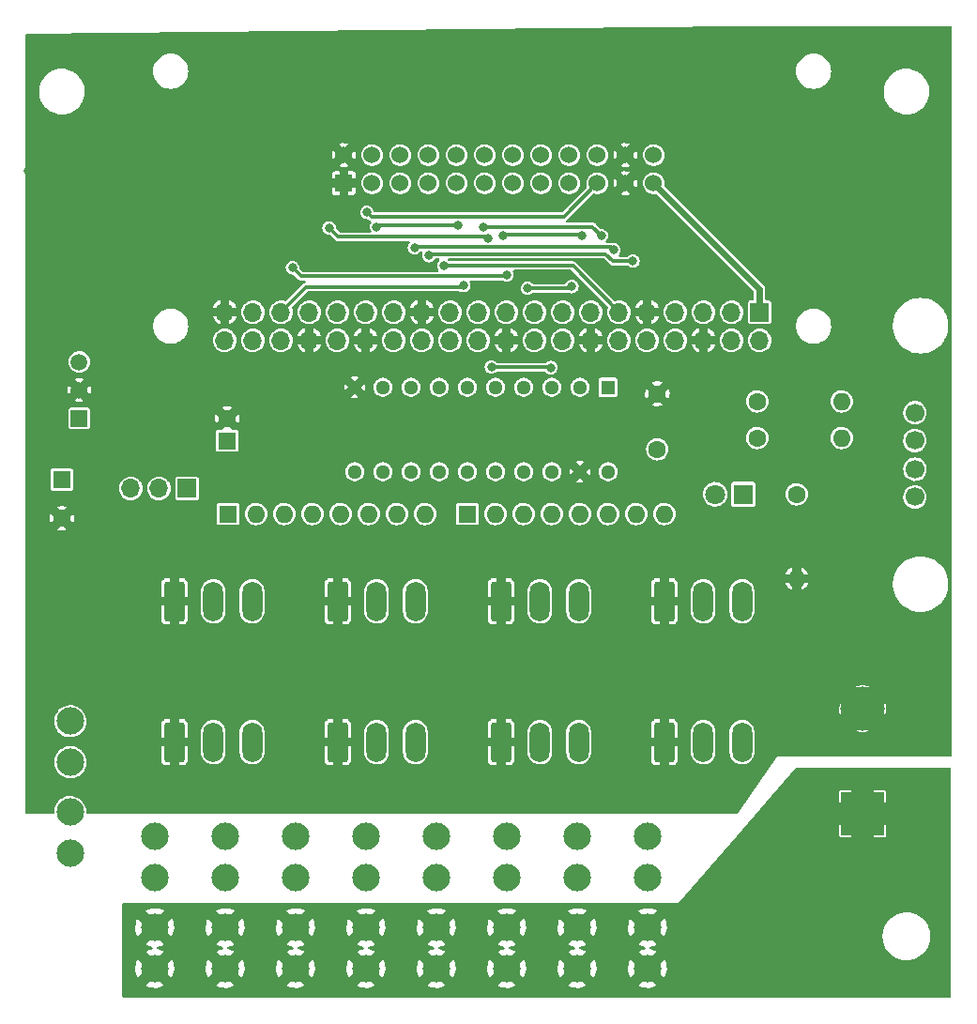
<source format=gbr>
G04 #@! TF.GenerationSoftware,KiCad,Pcbnew,(6.0.1)*
G04 #@! TF.CreationDate,2022-02-10T21:28:02-05:00*
G04 #@! TF.ProjectId,PI_W_Controller,50495f57-5f43-46f6-9e74-726f6c6c6572,v2*
G04 #@! TF.SameCoordinates,Original*
G04 #@! TF.FileFunction,Copper,L2,Bot*
G04 #@! TF.FilePolarity,Positive*
%FSLAX46Y46*%
G04 Gerber Fmt 4.6, Leading zero omitted, Abs format (unit mm)*
G04 Created by KiCad (PCBNEW (6.0.1)) date 2022-02-10 21:28:02*
%MOMM*%
%LPD*%
G01*
G04 APERTURE LIST*
G04 Aperture macros list*
%AMRoundRect*
0 Rectangle with rounded corners*
0 $1 Rounding radius*
0 $2 $3 $4 $5 $6 $7 $8 $9 X,Y pos of 4 corners*
0 Add a 4 corners polygon primitive as box body*
4,1,4,$2,$3,$4,$5,$6,$7,$8,$9,$2,$3,0*
0 Add four circle primitives for the rounded corners*
1,1,$1+$1,$2,$3*
1,1,$1+$1,$4,$5*
1,1,$1+$1,$6,$7*
1,1,$1+$1,$8,$9*
0 Add four rect primitives between the rounded corners*
20,1,$1+$1,$2,$3,$4,$5,0*
20,1,$1+$1,$4,$5,$6,$7,0*
20,1,$1+$1,$6,$7,$8,$9,0*
20,1,$1+$1,$8,$9,$2,$3,0*%
G04 Aperture macros list end*
G04 #@! TA.AperFunction,ComponentPad*
%ADD10R,1.600000X1.600000*%
G04 #@! TD*
G04 #@! TA.AperFunction,ComponentPad*
%ADD11C,1.600000*%
G04 #@! TD*
G04 #@! TA.AperFunction,ComponentPad*
%ADD12RoundRect,0.250000X-0.650000X-1.550000X0.650000X-1.550000X0.650000X1.550000X-0.650000X1.550000X0*%
G04 #@! TD*
G04 #@! TA.AperFunction,ComponentPad*
%ADD13O,1.800000X3.600000*%
G04 #@! TD*
G04 #@! TA.AperFunction,ComponentPad*
%ADD14C,1.700000*%
G04 #@! TD*
G04 #@! TA.AperFunction,ComponentPad*
%ADD15C,2.475000*%
G04 #@! TD*
G04 #@! TA.AperFunction,ComponentPad*
%ADD16O,1.600000X1.600000*%
G04 #@! TD*
G04 #@! TA.AperFunction,ComponentPad*
%ADD17R,1.295400X1.295400*%
G04 #@! TD*
G04 #@! TA.AperFunction,ComponentPad*
%ADD18C,1.295400*%
G04 #@! TD*
G04 #@! TA.AperFunction,ComponentPad*
%ADD19R,1.500000X1.500000*%
G04 #@! TD*
G04 #@! TA.AperFunction,ComponentPad*
%ADD20C,1.500000*%
G04 #@! TD*
G04 #@! TA.AperFunction,ComponentPad*
%ADD21R,1.800000X1.800000*%
G04 #@! TD*
G04 #@! TA.AperFunction,ComponentPad*
%ADD22C,1.800000*%
G04 #@! TD*
G04 #@! TA.AperFunction,ComponentPad*
%ADD23R,1.700000X1.700000*%
G04 #@! TD*
G04 #@! TA.AperFunction,ComponentPad*
%ADD24O,1.700000X1.700000*%
G04 #@! TD*
G04 #@! TA.AperFunction,ComponentPad*
%ADD25R,4.000000X4.000000*%
G04 #@! TD*
G04 #@! TA.AperFunction,ComponentPad*
%ADD26C,4.000000*%
G04 #@! TD*
G04 #@! TA.AperFunction,ComponentPad*
%ADD27R,1.530000X1.530000*%
G04 #@! TD*
G04 #@! TA.AperFunction,ComponentPad*
%ADD28C,1.530000*%
G04 #@! TD*
G04 #@! TA.AperFunction,ViaPad*
%ADD29C,0.800000*%
G04 #@! TD*
G04 #@! TA.AperFunction,Conductor*
%ADD30C,0.600000*%
G04 #@! TD*
G04 #@! TA.AperFunction,Conductor*
%ADD31C,0.350000*%
G04 #@! TD*
G04 APERTURE END LIST*
D10*
X134800000Y-82800000D03*
D11*
X134800000Y-80800000D03*
D12*
X130048000Y-97282000D03*
D13*
X133548000Y-97282000D03*
X137048000Y-97282000D03*
D12*
X159512000Y-97282000D03*
D13*
X163012000Y-97282000D03*
X166512000Y-97282000D03*
D12*
X174244000Y-109982000D03*
D13*
X177744000Y-109982000D03*
X181244000Y-109982000D03*
D14*
X196850000Y-80274000D03*
X196850000Y-82774000D03*
X196850000Y-85374000D03*
X196850000Y-87874000D03*
D15*
X128270000Y-130410000D03*
X128270000Y-126710000D03*
X128270000Y-122210000D03*
X128270000Y-118510000D03*
X140970000Y-130410000D03*
X140970000Y-126710000D03*
X140970000Y-122210000D03*
X140970000Y-118510000D03*
X147320000Y-130410000D03*
X147320000Y-126710000D03*
X147320000Y-122210000D03*
X147320000Y-118510000D03*
X153670000Y-130410000D03*
X153670000Y-126710000D03*
X153670000Y-122210000D03*
X153670000Y-118510000D03*
X172720000Y-130410000D03*
X172720000Y-126710000D03*
X172720000Y-122210000D03*
X172720000Y-118510000D03*
D12*
X174244000Y-97282000D03*
D13*
X177744000Y-97282000D03*
X181244000Y-97282000D03*
D10*
X119900000Y-86300000D03*
D11*
X119900000Y-89800000D03*
D12*
X159512000Y-109982000D03*
D13*
X163012000Y-109982000D03*
X166512000Y-109982000D03*
D15*
X120650000Y-119996000D03*
X120650000Y-116296000D03*
X120650000Y-111796000D03*
X120650000Y-108096000D03*
D10*
X156464000Y-89408000D03*
D16*
X159004000Y-89408000D03*
X161544000Y-89408000D03*
X164084000Y-89408000D03*
X166624000Y-89408000D03*
X169164000Y-89408000D03*
X171704000Y-89408000D03*
X174244000Y-89408000D03*
D11*
X186182000Y-87630000D03*
D16*
X186182000Y-95250000D03*
D12*
X144780000Y-109982000D03*
D13*
X148280000Y-109982000D03*
X151780000Y-109982000D03*
D11*
X182626000Y-82550000D03*
D16*
X190246000Y-82550000D03*
D10*
X134874000Y-89408000D03*
D16*
X137414000Y-89408000D03*
X139954000Y-89408000D03*
X142494000Y-89408000D03*
X145034000Y-89408000D03*
X147574000Y-89408000D03*
X150114000Y-89408000D03*
X152654000Y-89408000D03*
D17*
X169164000Y-77978000D03*
D18*
X166624000Y-77978000D03*
X164084000Y-77978000D03*
X161544000Y-77978000D03*
X159004000Y-77978000D03*
X156464000Y-77978000D03*
X153924000Y-77978000D03*
X151384000Y-77978000D03*
X148844000Y-77978000D03*
X146304000Y-77978000D03*
X146304000Y-85598000D03*
X148844000Y-85598000D03*
X151384000Y-85598000D03*
X153924000Y-85598000D03*
X156464000Y-85598000D03*
X159004000Y-85598000D03*
X161544000Y-85598000D03*
X164084000Y-85598000D03*
X166624000Y-85598000D03*
X169164000Y-85598000D03*
D19*
X121462500Y-80772000D03*
D20*
X121462500Y-78232000D03*
X121462500Y-75692000D03*
D12*
X130048000Y-109982000D03*
D13*
X133548000Y-109982000D03*
X137048000Y-109982000D03*
D21*
X181361000Y-87630000D03*
D22*
X178821000Y-87630000D03*
D11*
X182626000Y-79248000D03*
D16*
X190246000Y-79248000D03*
D15*
X134620000Y-130410000D03*
X134620000Y-126710000D03*
X134620000Y-122210000D03*
X134620000Y-118510000D03*
X166370000Y-130410000D03*
X166370000Y-126710000D03*
X166370000Y-122210000D03*
X166370000Y-118510000D03*
X160020000Y-130410000D03*
X160020000Y-126710000D03*
X160020000Y-122210000D03*
X160020000Y-118510000D03*
D12*
X144780000Y-97282000D03*
D13*
X148280000Y-97282000D03*
X151780000Y-97282000D03*
D11*
X173609000Y-83566000D03*
X173609000Y-78566000D03*
D23*
X131200000Y-87100000D03*
D24*
X128660000Y-87100000D03*
X126120000Y-87100000D03*
D25*
X192133000Y-116465000D03*
D26*
X192133000Y-106965000D03*
D27*
X145330000Y-59570000D03*
D28*
X145330000Y-57030000D03*
X147870000Y-59570000D03*
X147870000Y-57030000D03*
X150410000Y-59570000D03*
X150410000Y-57030000D03*
X152950000Y-59570000D03*
X152950000Y-57030000D03*
X155490000Y-59570000D03*
X155490000Y-57030000D03*
X158030000Y-59570000D03*
X158030000Y-57030000D03*
X160570000Y-59570000D03*
X160570000Y-57030000D03*
X163110000Y-59570000D03*
X163110000Y-57030000D03*
X165650000Y-59570000D03*
X165650000Y-57030000D03*
X168190000Y-59570000D03*
X168190000Y-57030000D03*
X170730000Y-59570000D03*
X170730000Y-57030000D03*
X173270000Y-59570000D03*
X173270000Y-57030000D03*
D23*
X182843000Y-71199000D03*
D24*
X182843000Y-73739000D03*
X180303000Y-71199000D03*
X180303000Y-73739000D03*
X177763000Y-71199000D03*
X177763000Y-73739000D03*
X175223000Y-71199000D03*
X175223000Y-73739000D03*
X172683000Y-71199000D03*
X172683000Y-73739000D03*
X170143000Y-71199000D03*
X170143000Y-73739000D03*
X167603000Y-71199000D03*
X167603000Y-73739000D03*
X165063000Y-71199000D03*
X165063000Y-73739000D03*
X162523000Y-71199000D03*
X162523000Y-73739000D03*
X159983000Y-71199000D03*
X159983000Y-73739000D03*
X157443000Y-71199000D03*
X157443000Y-73739000D03*
X154903000Y-71199000D03*
X154903000Y-73739000D03*
X152363000Y-71199000D03*
X152363000Y-73739000D03*
X149823000Y-71199000D03*
X149823000Y-73739000D03*
X147283000Y-71199000D03*
X147283000Y-73739000D03*
X144743000Y-71199000D03*
X144743000Y-73739000D03*
X142203000Y-71199000D03*
X142203000Y-73739000D03*
X139663000Y-71199000D03*
X139663000Y-73739000D03*
X137123000Y-71199000D03*
X137123000Y-73739000D03*
X134583000Y-71199000D03*
X134583000Y-73739000D03*
D29*
X176700000Y-65650000D03*
X176200000Y-59850000D03*
X165900000Y-68900000D03*
X161900000Y-69050000D03*
X177038000Y-84328000D03*
X124460000Y-91440000D03*
X137160000Y-58420000D03*
X188468000Y-89662000D03*
X142240000Y-81280000D03*
X184404000Y-81026000D03*
X171958000Y-87122000D03*
X117602000Y-80518000D03*
X129540000Y-66040000D03*
X116840000Y-58420000D03*
X141050000Y-64250000D03*
X118110000Y-102870000D03*
X124460000Y-66040000D03*
X124460000Y-73660000D03*
X149860000Y-48260000D03*
X138430000Y-85090000D03*
X182118000Y-75692000D03*
X124460000Y-48260000D03*
X195580000Y-58420000D03*
X142240000Y-76200000D03*
X180340000Y-91440000D03*
X191516000Y-77470000D03*
X128270000Y-84328000D03*
X123190000Y-84074000D03*
X134620000Y-76200000D03*
X194310000Y-86868000D03*
X185420000Y-109220000D03*
X162560000Y-48260000D03*
X193040000Y-48260000D03*
X194818000Y-81280000D03*
X137160000Y-48260000D03*
X186690000Y-77470000D03*
X163068000Y-80518000D03*
X188214000Y-82550000D03*
X194056000Y-92202000D03*
X194564000Y-78740000D03*
X182880000Y-91440000D03*
X185928000Y-85090000D03*
X150150000Y-65900000D03*
X123190000Y-114300000D03*
X182880000Y-48260000D03*
X124460000Y-58420000D03*
X118110000Y-114300000D03*
X182118000Y-85090000D03*
X182880000Y-58420000D03*
X194818000Y-83820000D03*
X129540000Y-81280000D03*
X198882000Y-90170000D03*
X117602000Y-74168000D03*
X167386000Y-80518000D03*
X195580000Y-66040000D03*
X182880000Y-65532000D03*
X175260000Y-48260000D03*
X180594000Y-79502000D03*
X164000000Y-76200000D03*
X158635345Y-76164655D03*
X171400000Y-66600000D03*
X153000000Y-66100000D03*
X151700000Y-65400000D03*
X169700000Y-65600000D03*
X154350489Y-67000489D03*
X168550000Y-64300000D03*
X157900000Y-63500000D03*
X166789511Y-64289511D03*
X159660405Y-64310405D03*
X156150000Y-68800000D03*
X155600000Y-63400000D03*
X148300000Y-63500000D03*
X147400000Y-62200000D03*
X160050000Y-67850000D03*
X140700000Y-67200000D03*
X144000000Y-63600000D03*
X158350000Y-64525500D03*
D30*
X182843000Y-69143000D02*
X173270000Y-59570000D01*
X182843000Y-71199000D02*
X182843000Y-69143000D01*
D31*
X159950000Y-67950000D02*
X141450000Y-67950000D01*
X141450000Y-67950000D02*
X140700000Y-67200000D01*
X160050000Y-67850000D02*
X159950000Y-67950000D01*
X168954675Y-65950000D02*
X169604675Y-66600000D01*
X169604675Y-66600000D02*
X171400000Y-66600000D01*
X153150000Y-65950000D02*
X168954675Y-65950000D01*
X153000000Y-66100000D02*
X153150000Y-65950000D01*
X151774511Y-65325489D02*
X151700000Y-65400000D01*
X169425489Y-65325489D02*
X151774511Y-65325489D01*
X169700000Y-65600000D02*
X169425489Y-65325489D01*
X165750000Y-69050000D02*
X165900000Y-68900000D01*
X161900000Y-69050000D02*
X165750000Y-69050000D01*
X163964655Y-76164655D02*
X158635345Y-76164655D01*
X164000000Y-76200000D02*
X163964655Y-76164655D01*
X170143000Y-71199000D02*
X170143000Y-71143000D01*
X170143000Y-71143000D02*
X166000489Y-67000489D01*
X166000489Y-67000489D02*
X154350489Y-67000489D01*
X168550000Y-64300000D02*
X167750000Y-63500000D01*
X167750000Y-63500000D02*
X157900000Y-63500000D01*
X159660405Y-64310405D02*
X159720810Y-64250000D01*
X159720810Y-64250000D02*
X166750000Y-64250000D01*
X166750000Y-64250000D02*
X166789511Y-64289511D01*
X156150000Y-68800000D02*
X155950000Y-68800000D01*
X155800000Y-68950000D02*
X141912000Y-68950000D01*
X141912000Y-68950000D02*
X139663000Y-71199000D01*
X155950000Y-68800000D02*
X155800000Y-68950000D01*
X148400000Y-63400000D02*
X148300000Y-63500000D01*
X155600000Y-63400000D02*
X148400000Y-63400000D01*
X147800000Y-62600000D02*
X165160000Y-62600000D01*
X147400000Y-62200000D02*
X147800000Y-62600000D01*
X165160000Y-62600000D02*
X168190000Y-59570000D01*
X144800000Y-64400000D02*
X144000000Y-63600000D01*
X158350000Y-64525500D02*
X158224500Y-64400000D01*
X158224500Y-64400000D02*
X144800000Y-64400000D01*
G04 #@! TA.AperFunction,Conductor*
G36*
X200140121Y-45440002D02*
G01*
X200186614Y-45493658D01*
X200198000Y-45546000D01*
X200198000Y-111126000D01*
X200177998Y-111194121D01*
X200124342Y-111240614D01*
X200072000Y-111252000D01*
X184404000Y-111252000D01*
X181959681Y-114848641D01*
X180885494Y-116429230D01*
X180830660Y-116474328D01*
X180781296Y-116484407D01*
X122225338Y-116490193D01*
X122157217Y-116470198D01*
X122110719Y-116416547D01*
X122099365Y-116361115D01*
X122100874Y-116299365D01*
X122100874Y-116299361D01*
X122100956Y-116296000D01*
X122081473Y-116059021D01*
X122023546Y-115828407D01*
X121928733Y-115610350D01*
X121905886Y-115575033D01*
X121802387Y-115415050D01*
X121799577Y-115410706D01*
X121639550Y-115234838D01*
X121635499Y-115231639D01*
X121635495Y-115231635D01*
X121457002Y-115090670D01*
X121456998Y-115090668D01*
X121452947Y-115087468D01*
X121244780Y-114972554D01*
X121239911Y-114970830D01*
X121239907Y-114970828D01*
X121025516Y-114894908D01*
X121025512Y-114894907D01*
X121020641Y-114893182D01*
X121015548Y-114892275D01*
X121015545Y-114892274D01*
X120791635Y-114852389D01*
X120791631Y-114852389D01*
X120786547Y-114851483D01*
X120695438Y-114850370D01*
X120553955Y-114848641D01*
X120553953Y-114848641D01*
X120548786Y-114848578D01*
X120313744Y-114884545D01*
X120087732Y-114958417D01*
X119876820Y-115068211D01*
X119872687Y-115071314D01*
X119872684Y-115071316D01*
X119851172Y-115087468D01*
X119686672Y-115210978D01*
X119522395Y-115382884D01*
X119388401Y-115579312D01*
X119288288Y-115794988D01*
X119224744Y-116024118D01*
X119199477Y-116260550D01*
X119199774Y-116265702D01*
X119199774Y-116265706D01*
X119205053Y-116357250D01*
X119189006Y-116426409D01*
X119138115Y-116475913D01*
X119079275Y-116490503D01*
X117701727Y-116490640D01*
X116712011Y-116490738D01*
X116643890Y-116470743D01*
X116597392Y-116417092D01*
X116586000Y-116364738D01*
X116586000Y-111760550D01*
X119199477Y-111760550D01*
X119199774Y-111765702D01*
X119199774Y-111765706D01*
X119201265Y-111791555D01*
X119213165Y-111997934D01*
X119214300Y-112002971D01*
X119214301Y-112002977D01*
X119235602Y-112097496D01*
X119265439Y-112229895D01*
X119267383Y-112234681D01*
X119267384Y-112234686D01*
X119308026Y-112334775D01*
X119354897Y-112450203D01*
X119479136Y-112652943D01*
X119634819Y-112832668D01*
X119638794Y-112835968D01*
X119638798Y-112835972D01*
X119714779Y-112899052D01*
X119817766Y-112984554D01*
X120023063Y-113104519D01*
X120245196Y-113189344D01*
X120250262Y-113190375D01*
X120250263Y-113190375D01*
X120307364Y-113201992D01*
X120478201Y-113236749D01*
X120612322Y-113241667D01*
X120710656Y-113245273D01*
X120710660Y-113245273D01*
X120715820Y-113245462D01*
X120720940Y-113244806D01*
X120720942Y-113244806D01*
X120793670Y-113235489D01*
X120951671Y-113215249D01*
X120956622Y-113213764D01*
X120956625Y-113213763D01*
X121174477Y-113148404D01*
X121179420Y-113146921D01*
X121262212Y-113106362D01*
X121388314Y-113044585D01*
X121392952Y-113042313D01*
X121473927Y-112984554D01*
X121582319Y-112907239D01*
X121582324Y-112907235D01*
X121586531Y-112904234D01*
X121754959Y-112736393D01*
X121893712Y-112543298D01*
X121999065Y-112330133D01*
X122068187Y-112102623D01*
X122099224Y-111866879D01*
X122100956Y-111796000D01*
X122082503Y-111571554D01*
X128840001Y-111571554D01*
X128840456Y-111579111D01*
X128850041Y-111658320D01*
X128853992Y-111673878D01*
X128904128Y-111800508D01*
X128912490Y-111815348D01*
X128994533Y-111923435D01*
X129006565Y-111935467D01*
X129114652Y-112017510D01*
X129129492Y-112025872D01*
X129256123Y-112076008D01*
X129271681Y-112079959D01*
X129350886Y-112089544D01*
X129358440Y-112090000D01*
X129625885Y-112090000D01*
X129641124Y-112085525D01*
X129642329Y-112084135D01*
X129644000Y-112076452D01*
X129644000Y-112071884D01*
X130452000Y-112071884D01*
X130456475Y-112087123D01*
X130457865Y-112088328D01*
X130465548Y-112089999D01*
X130737554Y-112089999D01*
X130745111Y-112089544D01*
X130824320Y-112079959D01*
X130839878Y-112076008D01*
X130966508Y-112025872D01*
X130981348Y-112017510D01*
X131089435Y-111935467D01*
X131101467Y-111923435D01*
X131183510Y-111815348D01*
X131191872Y-111800508D01*
X131242008Y-111673877D01*
X131245959Y-111658319D01*
X131255544Y-111579114D01*
X131256000Y-111571560D01*
X131256000Y-110934846D01*
X132439500Y-110934846D01*
X132454548Y-111092566D01*
X132514092Y-111295534D01*
X132610942Y-111483580D01*
X132741604Y-111649920D01*
X132746135Y-111653852D01*
X132746138Y-111653855D01*
X132832058Y-111728412D01*
X132901363Y-111788552D01*
X132906549Y-111791552D01*
X132906553Y-111791555D01*
X133002957Y-111847326D01*
X133084454Y-111894473D01*
X133284271Y-111963861D01*
X133290206Y-111964722D01*
X133290208Y-111964722D01*
X133487664Y-111993352D01*
X133487667Y-111993352D01*
X133493604Y-111994213D01*
X133704899Y-111984433D01*
X133836077Y-111952819D01*
X133904701Y-111936281D01*
X133904703Y-111936280D01*
X133910534Y-111934875D01*
X133915992Y-111932393D01*
X133915996Y-111932392D01*
X134052785Y-111870197D01*
X134103087Y-111847326D01*
X134275611Y-111724946D01*
X134421881Y-111572150D01*
X134536620Y-111394452D01*
X134578801Y-111289786D01*
X134613442Y-111203832D01*
X134613443Y-111203829D01*
X134615686Y-111198263D01*
X134656228Y-110990663D01*
X134656500Y-110985101D01*
X134656500Y-110934846D01*
X135939500Y-110934846D01*
X135954548Y-111092566D01*
X136014092Y-111295534D01*
X136110942Y-111483580D01*
X136241604Y-111649920D01*
X136246135Y-111653852D01*
X136246138Y-111653855D01*
X136332058Y-111728412D01*
X136401363Y-111788552D01*
X136406549Y-111791552D01*
X136406553Y-111791555D01*
X136502957Y-111847326D01*
X136584454Y-111894473D01*
X136784271Y-111963861D01*
X136790206Y-111964722D01*
X136790208Y-111964722D01*
X136987664Y-111993352D01*
X136987667Y-111993352D01*
X136993604Y-111994213D01*
X137204899Y-111984433D01*
X137336077Y-111952819D01*
X137404701Y-111936281D01*
X137404703Y-111936280D01*
X137410534Y-111934875D01*
X137415992Y-111932393D01*
X137415996Y-111932392D01*
X137552785Y-111870197D01*
X137603087Y-111847326D01*
X137775611Y-111724946D01*
X137921881Y-111572150D01*
X137922266Y-111571554D01*
X143572001Y-111571554D01*
X143572456Y-111579111D01*
X143582041Y-111658320D01*
X143585992Y-111673878D01*
X143636128Y-111800508D01*
X143644490Y-111815348D01*
X143726533Y-111923435D01*
X143738565Y-111935467D01*
X143846652Y-112017510D01*
X143861492Y-112025872D01*
X143988123Y-112076008D01*
X144003681Y-112079959D01*
X144082886Y-112089544D01*
X144090440Y-112090000D01*
X144357885Y-112090000D01*
X144373124Y-112085525D01*
X144374329Y-112084135D01*
X144376000Y-112076452D01*
X144376000Y-112071884D01*
X145184000Y-112071884D01*
X145188475Y-112087123D01*
X145189865Y-112088328D01*
X145197548Y-112089999D01*
X145469554Y-112089999D01*
X145477111Y-112089544D01*
X145556320Y-112079959D01*
X145571878Y-112076008D01*
X145698508Y-112025872D01*
X145713348Y-112017510D01*
X145821435Y-111935467D01*
X145833467Y-111923435D01*
X145915510Y-111815348D01*
X145923872Y-111800508D01*
X145974008Y-111673877D01*
X145977959Y-111658319D01*
X145987544Y-111579114D01*
X145988000Y-111571560D01*
X145988000Y-110934846D01*
X147171500Y-110934846D01*
X147186548Y-111092566D01*
X147246092Y-111295534D01*
X147342942Y-111483580D01*
X147473604Y-111649920D01*
X147478135Y-111653852D01*
X147478138Y-111653855D01*
X147564058Y-111728412D01*
X147633363Y-111788552D01*
X147638549Y-111791552D01*
X147638553Y-111791555D01*
X147734957Y-111847326D01*
X147816454Y-111894473D01*
X148016271Y-111963861D01*
X148022206Y-111964722D01*
X148022208Y-111964722D01*
X148219664Y-111993352D01*
X148219667Y-111993352D01*
X148225604Y-111994213D01*
X148436899Y-111984433D01*
X148568077Y-111952819D01*
X148636701Y-111936281D01*
X148636703Y-111936280D01*
X148642534Y-111934875D01*
X148647992Y-111932393D01*
X148647996Y-111932392D01*
X148784785Y-111870197D01*
X148835087Y-111847326D01*
X149007611Y-111724946D01*
X149153881Y-111572150D01*
X149268620Y-111394452D01*
X149310801Y-111289786D01*
X149345442Y-111203832D01*
X149345443Y-111203829D01*
X149347686Y-111198263D01*
X149388228Y-110990663D01*
X149388500Y-110985101D01*
X149388500Y-110934846D01*
X150671500Y-110934846D01*
X150686548Y-111092566D01*
X150746092Y-111295534D01*
X150842942Y-111483580D01*
X150973604Y-111649920D01*
X150978135Y-111653852D01*
X150978138Y-111653855D01*
X151064058Y-111728412D01*
X151133363Y-111788552D01*
X151138549Y-111791552D01*
X151138553Y-111791555D01*
X151234957Y-111847326D01*
X151316454Y-111894473D01*
X151516271Y-111963861D01*
X151522206Y-111964722D01*
X151522208Y-111964722D01*
X151719664Y-111993352D01*
X151719667Y-111993352D01*
X151725604Y-111994213D01*
X151936899Y-111984433D01*
X152068077Y-111952819D01*
X152136701Y-111936281D01*
X152136703Y-111936280D01*
X152142534Y-111934875D01*
X152147992Y-111932393D01*
X152147996Y-111932392D01*
X152284785Y-111870197D01*
X152335087Y-111847326D01*
X152507611Y-111724946D01*
X152653881Y-111572150D01*
X152654266Y-111571554D01*
X158304001Y-111571554D01*
X158304456Y-111579111D01*
X158314041Y-111658320D01*
X158317992Y-111673878D01*
X158368128Y-111800508D01*
X158376490Y-111815348D01*
X158458533Y-111923435D01*
X158470565Y-111935467D01*
X158578652Y-112017510D01*
X158593492Y-112025872D01*
X158720123Y-112076008D01*
X158735681Y-112079959D01*
X158814886Y-112089544D01*
X158822440Y-112090000D01*
X159089885Y-112090000D01*
X159105124Y-112085525D01*
X159106329Y-112084135D01*
X159108000Y-112076452D01*
X159108000Y-112071884D01*
X159916000Y-112071884D01*
X159920475Y-112087123D01*
X159921865Y-112088328D01*
X159929548Y-112089999D01*
X160201554Y-112089999D01*
X160209111Y-112089544D01*
X160288320Y-112079959D01*
X160303878Y-112076008D01*
X160430508Y-112025872D01*
X160445348Y-112017510D01*
X160553435Y-111935467D01*
X160565467Y-111923435D01*
X160647510Y-111815348D01*
X160655872Y-111800508D01*
X160706008Y-111673877D01*
X160709959Y-111658319D01*
X160719544Y-111579114D01*
X160720000Y-111571560D01*
X160720000Y-110934846D01*
X161903500Y-110934846D01*
X161918548Y-111092566D01*
X161978092Y-111295534D01*
X162074942Y-111483580D01*
X162205604Y-111649920D01*
X162210135Y-111653852D01*
X162210138Y-111653855D01*
X162296058Y-111728412D01*
X162365363Y-111788552D01*
X162370549Y-111791552D01*
X162370553Y-111791555D01*
X162466957Y-111847326D01*
X162548454Y-111894473D01*
X162748271Y-111963861D01*
X162754206Y-111964722D01*
X162754208Y-111964722D01*
X162951664Y-111993352D01*
X162951667Y-111993352D01*
X162957604Y-111994213D01*
X163168899Y-111984433D01*
X163300077Y-111952819D01*
X163368701Y-111936281D01*
X163368703Y-111936280D01*
X163374534Y-111934875D01*
X163379992Y-111932393D01*
X163379996Y-111932392D01*
X163516785Y-111870197D01*
X163567087Y-111847326D01*
X163739611Y-111724946D01*
X163885881Y-111572150D01*
X164000620Y-111394452D01*
X164042801Y-111289786D01*
X164077442Y-111203832D01*
X164077443Y-111203829D01*
X164079686Y-111198263D01*
X164120228Y-110990663D01*
X164120500Y-110985101D01*
X164120500Y-110934846D01*
X165403500Y-110934846D01*
X165418548Y-111092566D01*
X165478092Y-111295534D01*
X165574942Y-111483580D01*
X165705604Y-111649920D01*
X165710135Y-111653852D01*
X165710138Y-111653855D01*
X165796058Y-111728412D01*
X165865363Y-111788552D01*
X165870549Y-111791552D01*
X165870553Y-111791555D01*
X165966957Y-111847326D01*
X166048454Y-111894473D01*
X166248271Y-111963861D01*
X166254206Y-111964722D01*
X166254208Y-111964722D01*
X166451664Y-111993352D01*
X166451667Y-111993352D01*
X166457604Y-111994213D01*
X166668899Y-111984433D01*
X166800077Y-111952819D01*
X166868701Y-111936281D01*
X166868703Y-111936280D01*
X166874534Y-111934875D01*
X166879992Y-111932393D01*
X166879996Y-111932392D01*
X167016785Y-111870197D01*
X167067087Y-111847326D01*
X167239611Y-111724946D01*
X167385881Y-111572150D01*
X167386266Y-111571554D01*
X173036001Y-111571554D01*
X173036456Y-111579111D01*
X173046041Y-111658320D01*
X173049992Y-111673878D01*
X173100128Y-111800508D01*
X173108490Y-111815348D01*
X173190533Y-111923435D01*
X173202565Y-111935467D01*
X173310652Y-112017510D01*
X173325492Y-112025872D01*
X173452123Y-112076008D01*
X173467681Y-112079959D01*
X173546886Y-112089544D01*
X173554440Y-112090000D01*
X173821885Y-112090000D01*
X173837124Y-112085525D01*
X173838329Y-112084135D01*
X173840000Y-112076452D01*
X173840000Y-112071884D01*
X174648000Y-112071884D01*
X174652475Y-112087123D01*
X174653865Y-112088328D01*
X174661548Y-112089999D01*
X174933554Y-112089999D01*
X174941111Y-112089544D01*
X175020320Y-112079959D01*
X175035878Y-112076008D01*
X175162508Y-112025872D01*
X175177348Y-112017510D01*
X175285435Y-111935467D01*
X175297467Y-111923435D01*
X175379510Y-111815348D01*
X175387872Y-111800508D01*
X175438008Y-111673877D01*
X175441959Y-111658319D01*
X175451544Y-111579114D01*
X175452000Y-111571560D01*
X175452000Y-110934846D01*
X176635500Y-110934846D01*
X176650548Y-111092566D01*
X176710092Y-111295534D01*
X176806942Y-111483580D01*
X176937604Y-111649920D01*
X176942135Y-111653852D01*
X176942138Y-111653855D01*
X177028058Y-111728412D01*
X177097363Y-111788552D01*
X177102549Y-111791552D01*
X177102553Y-111791555D01*
X177198957Y-111847326D01*
X177280454Y-111894473D01*
X177480271Y-111963861D01*
X177486206Y-111964722D01*
X177486208Y-111964722D01*
X177683664Y-111993352D01*
X177683667Y-111993352D01*
X177689604Y-111994213D01*
X177900899Y-111984433D01*
X178032077Y-111952819D01*
X178100701Y-111936281D01*
X178100703Y-111936280D01*
X178106534Y-111934875D01*
X178111992Y-111932393D01*
X178111996Y-111932392D01*
X178248785Y-111870197D01*
X178299087Y-111847326D01*
X178471611Y-111724946D01*
X178617881Y-111572150D01*
X178732620Y-111394452D01*
X178774801Y-111289786D01*
X178809442Y-111203832D01*
X178809443Y-111203829D01*
X178811686Y-111198263D01*
X178852228Y-110990663D01*
X178852500Y-110985101D01*
X178852500Y-110934846D01*
X180135500Y-110934846D01*
X180150548Y-111092566D01*
X180210092Y-111295534D01*
X180306942Y-111483580D01*
X180437604Y-111649920D01*
X180442135Y-111653852D01*
X180442138Y-111653855D01*
X180528058Y-111728412D01*
X180597363Y-111788552D01*
X180602549Y-111791552D01*
X180602553Y-111791555D01*
X180698957Y-111847326D01*
X180780454Y-111894473D01*
X180980271Y-111963861D01*
X180986206Y-111964722D01*
X180986208Y-111964722D01*
X181183664Y-111993352D01*
X181183667Y-111993352D01*
X181189604Y-111994213D01*
X181400899Y-111984433D01*
X181532077Y-111952819D01*
X181600701Y-111936281D01*
X181600703Y-111936280D01*
X181606534Y-111934875D01*
X181611992Y-111932393D01*
X181611996Y-111932392D01*
X181748785Y-111870197D01*
X181799087Y-111847326D01*
X181971611Y-111724946D01*
X182117881Y-111572150D01*
X182232620Y-111394452D01*
X182274801Y-111289786D01*
X182309442Y-111203832D01*
X182309443Y-111203829D01*
X182311686Y-111198263D01*
X182352228Y-110990663D01*
X182352500Y-110985101D01*
X182352500Y-109029154D01*
X182347568Y-108977458D01*
X191540375Y-108977458D01*
X191541886Y-108979476D01*
X191545063Y-108981071D01*
X191669717Y-109017996D01*
X191678068Y-109019863D01*
X191952625Y-109061876D01*
X191961158Y-109062592D01*
X192238871Y-109066955D01*
X192247422Y-109066506D01*
X192523156Y-109033139D01*
X192531570Y-109031534D01*
X192715062Y-108983396D01*
X192727142Y-108976120D01*
X192726975Y-108974652D01*
X192723961Y-108970174D01*
X192145808Y-108392022D01*
X192131870Y-108384411D01*
X192130034Y-108384543D01*
X192123422Y-108388792D01*
X191547134Y-108965079D01*
X191540375Y-108977458D01*
X182347568Y-108977458D01*
X182337452Y-108871434D01*
X182277908Y-108668466D01*
X182209007Y-108534686D01*
X182183804Y-108485751D01*
X182183802Y-108485748D01*
X182181058Y-108480420D01*
X182050396Y-108314080D01*
X182045865Y-108310148D01*
X182045862Y-108310145D01*
X181895167Y-108179379D01*
X181890637Y-108175448D01*
X181885451Y-108172448D01*
X181885447Y-108172445D01*
X181712742Y-108072533D01*
X181707546Y-108069527D01*
X181507729Y-108000139D01*
X181501794Y-107999278D01*
X181501792Y-107999278D01*
X181304336Y-107970648D01*
X181304333Y-107970648D01*
X181298396Y-107969787D01*
X181087101Y-107979567D01*
X180955923Y-108011181D01*
X180887299Y-108027719D01*
X180887297Y-108027720D01*
X180881466Y-108029125D01*
X180876008Y-108031607D01*
X180876004Y-108031608D01*
X180760959Y-108083916D01*
X180688913Y-108116674D01*
X180516389Y-108239054D01*
X180370119Y-108391850D01*
X180255380Y-108569548D01*
X180253137Y-108575114D01*
X180184504Y-108745416D01*
X180176314Y-108765737D01*
X180135772Y-108973337D01*
X180135500Y-108978899D01*
X180135500Y-110934846D01*
X178852500Y-110934846D01*
X178852500Y-109029154D01*
X178837452Y-108871434D01*
X178777908Y-108668466D01*
X178709007Y-108534686D01*
X178683804Y-108485751D01*
X178683802Y-108485748D01*
X178681058Y-108480420D01*
X178550396Y-108314080D01*
X178545865Y-108310148D01*
X178545862Y-108310145D01*
X178395167Y-108179379D01*
X178390637Y-108175448D01*
X178385451Y-108172448D01*
X178385447Y-108172445D01*
X178212742Y-108072533D01*
X178207546Y-108069527D01*
X178007729Y-108000139D01*
X178001794Y-107999278D01*
X178001792Y-107999278D01*
X177804336Y-107970648D01*
X177804333Y-107970648D01*
X177798396Y-107969787D01*
X177587101Y-107979567D01*
X177455923Y-108011181D01*
X177387299Y-108027719D01*
X177387297Y-108027720D01*
X177381466Y-108029125D01*
X177376008Y-108031607D01*
X177376004Y-108031608D01*
X177260959Y-108083916D01*
X177188913Y-108116674D01*
X177016389Y-108239054D01*
X176870119Y-108391850D01*
X176755380Y-108569548D01*
X176753137Y-108575114D01*
X176684504Y-108745416D01*
X176676314Y-108765737D01*
X176635772Y-108973337D01*
X176635500Y-108978899D01*
X176635500Y-110934846D01*
X175452000Y-110934846D01*
X175452000Y-110404115D01*
X175447525Y-110388876D01*
X175446135Y-110387671D01*
X175438452Y-110386000D01*
X174666115Y-110386000D01*
X174650876Y-110390475D01*
X174649671Y-110391865D01*
X174648000Y-110399548D01*
X174648000Y-112071884D01*
X173840000Y-112071884D01*
X173840000Y-110404115D01*
X173835525Y-110388876D01*
X173834135Y-110387671D01*
X173826452Y-110386000D01*
X173054116Y-110386000D01*
X173038877Y-110390475D01*
X173037672Y-110391865D01*
X173036001Y-110399548D01*
X173036001Y-111571554D01*
X167386266Y-111571554D01*
X167500620Y-111394452D01*
X167542801Y-111289786D01*
X167577442Y-111203832D01*
X167577443Y-111203829D01*
X167579686Y-111198263D01*
X167620228Y-110990663D01*
X167620500Y-110985101D01*
X167620500Y-109559885D01*
X173036000Y-109559885D01*
X173040475Y-109575124D01*
X173041865Y-109576329D01*
X173049548Y-109578000D01*
X173821885Y-109578000D01*
X173837124Y-109573525D01*
X173838329Y-109572135D01*
X173840000Y-109564452D01*
X173840000Y-109559885D01*
X174648000Y-109559885D01*
X174652475Y-109575124D01*
X174653865Y-109576329D01*
X174661548Y-109578000D01*
X175433884Y-109578000D01*
X175449123Y-109573525D01*
X175450328Y-109572135D01*
X175451999Y-109564452D01*
X175451999Y-108392445D01*
X175451544Y-108384889D01*
X175441959Y-108305680D01*
X175438008Y-108290122D01*
X175387872Y-108163492D01*
X175379510Y-108148652D01*
X175297467Y-108040565D01*
X175285435Y-108028533D01*
X175177348Y-107946490D01*
X175162508Y-107938128D01*
X175035877Y-107887992D01*
X175020319Y-107884041D01*
X174941114Y-107874456D01*
X174933560Y-107874000D01*
X174666115Y-107874000D01*
X174650876Y-107878475D01*
X174649671Y-107879865D01*
X174648000Y-107887548D01*
X174648000Y-109559885D01*
X173840000Y-109559885D01*
X173840000Y-107892116D01*
X173835525Y-107876877D01*
X173834135Y-107875672D01*
X173826452Y-107874001D01*
X173554446Y-107874001D01*
X173546889Y-107874456D01*
X173467680Y-107884041D01*
X173452122Y-107887992D01*
X173325492Y-107938128D01*
X173310652Y-107946490D01*
X173202565Y-108028533D01*
X173190533Y-108040565D01*
X173108490Y-108148652D01*
X173100128Y-108163492D01*
X173049992Y-108290123D01*
X173046041Y-108305681D01*
X173036456Y-108384886D01*
X173036000Y-108392440D01*
X173036000Y-109559885D01*
X167620500Y-109559885D01*
X167620500Y-109029154D01*
X167605452Y-108871434D01*
X167545908Y-108668466D01*
X167477007Y-108534686D01*
X167451804Y-108485751D01*
X167451802Y-108485748D01*
X167449058Y-108480420D01*
X167318396Y-108314080D01*
X167313865Y-108310148D01*
X167313862Y-108310145D01*
X167163167Y-108179379D01*
X167158637Y-108175448D01*
X167153451Y-108172448D01*
X167153447Y-108172445D01*
X166980742Y-108072533D01*
X166975546Y-108069527D01*
X166775729Y-108000139D01*
X166769794Y-107999278D01*
X166769792Y-107999278D01*
X166572336Y-107970648D01*
X166572333Y-107970648D01*
X166566396Y-107969787D01*
X166355101Y-107979567D01*
X166223923Y-108011181D01*
X166155299Y-108027719D01*
X166155297Y-108027720D01*
X166149466Y-108029125D01*
X166144008Y-108031607D01*
X166144004Y-108031608D01*
X166028959Y-108083916D01*
X165956913Y-108116674D01*
X165784389Y-108239054D01*
X165638119Y-108391850D01*
X165523380Y-108569548D01*
X165521137Y-108575114D01*
X165452504Y-108745416D01*
X165444314Y-108765737D01*
X165403772Y-108973337D01*
X165403500Y-108978899D01*
X165403500Y-110934846D01*
X164120500Y-110934846D01*
X164120500Y-109029154D01*
X164105452Y-108871434D01*
X164045908Y-108668466D01*
X163977007Y-108534686D01*
X163951804Y-108485751D01*
X163951802Y-108485748D01*
X163949058Y-108480420D01*
X163818396Y-108314080D01*
X163813865Y-108310148D01*
X163813862Y-108310145D01*
X163663167Y-108179379D01*
X163658637Y-108175448D01*
X163653451Y-108172448D01*
X163653447Y-108172445D01*
X163480742Y-108072533D01*
X163475546Y-108069527D01*
X163275729Y-108000139D01*
X163269794Y-107999278D01*
X163269792Y-107999278D01*
X163072336Y-107970648D01*
X163072333Y-107970648D01*
X163066396Y-107969787D01*
X162855101Y-107979567D01*
X162723923Y-108011181D01*
X162655299Y-108027719D01*
X162655297Y-108027720D01*
X162649466Y-108029125D01*
X162644008Y-108031607D01*
X162644004Y-108031608D01*
X162528959Y-108083916D01*
X162456913Y-108116674D01*
X162284389Y-108239054D01*
X162138119Y-108391850D01*
X162023380Y-108569548D01*
X162021137Y-108575114D01*
X161952504Y-108745416D01*
X161944314Y-108765737D01*
X161903772Y-108973337D01*
X161903500Y-108978899D01*
X161903500Y-110934846D01*
X160720000Y-110934846D01*
X160720000Y-110404115D01*
X160715525Y-110388876D01*
X160714135Y-110387671D01*
X160706452Y-110386000D01*
X159934115Y-110386000D01*
X159918876Y-110390475D01*
X159917671Y-110391865D01*
X159916000Y-110399548D01*
X159916000Y-112071884D01*
X159108000Y-112071884D01*
X159108000Y-110404115D01*
X159103525Y-110388876D01*
X159102135Y-110387671D01*
X159094452Y-110386000D01*
X158322116Y-110386000D01*
X158306877Y-110390475D01*
X158305672Y-110391865D01*
X158304001Y-110399548D01*
X158304001Y-111571554D01*
X152654266Y-111571554D01*
X152768620Y-111394452D01*
X152810801Y-111289786D01*
X152845442Y-111203832D01*
X152845443Y-111203829D01*
X152847686Y-111198263D01*
X152888228Y-110990663D01*
X152888500Y-110985101D01*
X152888500Y-109559885D01*
X158304000Y-109559885D01*
X158308475Y-109575124D01*
X158309865Y-109576329D01*
X158317548Y-109578000D01*
X159089885Y-109578000D01*
X159105124Y-109573525D01*
X159106329Y-109572135D01*
X159108000Y-109564452D01*
X159108000Y-109559885D01*
X159916000Y-109559885D01*
X159920475Y-109575124D01*
X159921865Y-109576329D01*
X159929548Y-109578000D01*
X160701884Y-109578000D01*
X160717123Y-109573525D01*
X160718328Y-109572135D01*
X160719999Y-109564452D01*
X160719999Y-108392445D01*
X160719544Y-108384889D01*
X160709959Y-108305680D01*
X160706008Y-108290122D01*
X160655872Y-108163492D01*
X160647510Y-108148652D01*
X160565467Y-108040565D01*
X160553435Y-108028533D01*
X160445348Y-107946490D01*
X160430508Y-107938128D01*
X160303877Y-107887992D01*
X160288319Y-107884041D01*
X160209114Y-107874456D01*
X160201560Y-107874000D01*
X159934115Y-107874000D01*
X159918876Y-107878475D01*
X159917671Y-107879865D01*
X159916000Y-107887548D01*
X159916000Y-109559885D01*
X159108000Y-109559885D01*
X159108000Y-107892116D01*
X159103525Y-107876877D01*
X159102135Y-107875672D01*
X159094452Y-107874001D01*
X158822446Y-107874001D01*
X158814889Y-107874456D01*
X158735680Y-107884041D01*
X158720122Y-107887992D01*
X158593492Y-107938128D01*
X158578652Y-107946490D01*
X158470565Y-108028533D01*
X158458533Y-108040565D01*
X158376490Y-108148652D01*
X158368128Y-108163492D01*
X158317992Y-108290123D01*
X158314041Y-108305681D01*
X158304456Y-108384886D01*
X158304000Y-108392440D01*
X158304000Y-109559885D01*
X152888500Y-109559885D01*
X152888500Y-109029154D01*
X152873452Y-108871434D01*
X152813908Y-108668466D01*
X152745007Y-108534686D01*
X152719804Y-108485751D01*
X152719802Y-108485748D01*
X152717058Y-108480420D01*
X152586396Y-108314080D01*
X152581865Y-108310148D01*
X152581862Y-108310145D01*
X152431167Y-108179379D01*
X152426637Y-108175448D01*
X152421451Y-108172448D01*
X152421447Y-108172445D01*
X152248742Y-108072533D01*
X152243546Y-108069527D01*
X152043729Y-108000139D01*
X152037794Y-107999278D01*
X152037792Y-107999278D01*
X151840336Y-107970648D01*
X151840333Y-107970648D01*
X151834396Y-107969787D01*
X151623101Y-107979567D01*
X151491923Y-108011181D01*
X151423299Y-108027719D01*
X151423297Y-108027720D01*
X151417466Y-108029125D01*
X151412008Y-108031607D01*
X151412004Y-108031608D01*
X151296959Y-108083916D01*
X151224913Y-108116674D01*
X151052389Y-108239054D01*
X150906119Y-108391850D01*
X150791380Y-108569548D01*
X150789137Y-108575114D01*
X150720504Y-108745416D01*
X150712314Y-108765737D01*
X150671772Y-108973337D01*
X150671500Y-108978899D01*
X150671500Y-110934846D01*
X149388500Y-110934846D01*
X149388500Y-109029154D01*
X149373452Y-108871434D01*
X149313908Y-108668466D01*
X149245007Y-108534686D01*
X149219804Y-108485751D01*
X149219802Y-108485748D01*
X149217058Y-108480420D01*
X149086396Y-108314080D01*
X149081865Y-108310148D01*
X149081862Y-108310145D01*
X148931167Y-108179379D01*
X148926637Y-108175448D01*
X148921451Y-108172448D01*
X148921447Y-108172445D01*
X148748742Y-108072533D01*
X148743546Y-108069527D01*
X148543729Y-108000139D01*
X148537794Y-107999278D01*
X148537792Y-107999278D01*
X148340336Y-107970648D01*
X148340333Y-107970648D01*
X148334396Y-107969787D01*
X148123101Y-107979567D01*
X147991923Y-108011181D01*
X147923299Y-108027719D01*
X147923297Y-108027720D01*
X147917466Y-108029125D01*
X147912008Y-108031607D01*
X147912004Y-108031608D01*
X147796959Y-108083916D01*
X147724913Y-108116674D01*
X147552389Y-108239054D01*
X147406119Y-108391850D01*
X147291380Y-108569548D01*
X147289137Y-108575114D01*
X147220504Y-108745416D01*
X147212314Y-108765737D01*
X147171772Y-108973337D01*
X147171500Y-108978899D01*
X147171500Y-110934846D01*
X145988000Y-110934846D01*
X145988000Y-110404115D01*
X145983525Y-110388876D01*
X145982135Y-110387671D01*
X145974452Y-110386000D01*
X145202115Y-110386000D01*
X145186876Y-110390475D01*
X145185671Y-110391865D01*
X145184000Y-110399548D01*
X145184000Y-112071884D01*
X144376000Y-112071884D01*
X144376000Y-110404115D01*
X144371525Y-110388876D01*
X144370135Y-110387671D01*
X144362452Y-110386000D01*
X143590116Y-110386000D01*
X143574877Y-110390475D01*
X143573672Y-110391865D01*
X143572001Y-110399548D01*
X143572001Y-111571554D01*
X137922266Y-111571554D01*
X138036620Y-111394452D01*
X138078801Y-111289786D01*
X138113442Y-111203832D01*
X138113443Y-111203829D01*
X138115686Y-111198263D01*
X138156228Y-110990663D01*
X138156500Y-110985101D01*
X138156500Y-109559885D01*
X143572000Y-109559885D01*
X143576475Y-109575124D01*
X143577865Y-109576329D01*
X143585548Y-109578000D01*
X144357885Y-109578000D01*
X144373124Y-109573525D01*
X144374329Y-109572135D01*
X144376000Y-109564452D01*
X144376000Y-109559885D01*
X145184000Y-109559885D01*
X145188475Y-109575124D01*
X145189865Y-109576329D01*
X145197548Y-109578000D01*
X145969884Y-109578000D01*
X145985123Y-109573525D01*
X145986328Y-109572135D01*
X145987999Y-109564452D01*
X145987999Y-108392445D01*
X145987544Y-108384889D01*
X145977959Y-108305680D01*
X145974008Y-108290122D01*
X145923872Y-108163492D01*
X145915510Y-108148652D01*
X145833467Y-108040565D01*
X145821435Y-108028533D01*
X145713348Y-107946490D01*
X145698508Y-107938128D01*
X145571877Y-107887992D01*
X145556319Y-107884041D01*
X145477114Y-107874456D01*
X145469560Y-107874000D01*
X145202115Y-107874000D01*
X145186876Y-107878475D01*
X145185671Y-107879865D01*
X145184000Y-107887548D01*
X145184000Y-109559885D01*
X144376000Y-109559885D01*
X144376000Y-107892116D01*
X144371525Y-107876877D01*
X144370135Y-107875672D01*
X144362452Y-107874001D01*
X144090446Y-107874001D01*
X144082889Y-107874456D01*
X144003680Y-107884041D01*
X143988122Y-107887992D01*
X143861492Y-107938128D01*
X143846652Y-107946490D01*
X143738565Y-108028533D01*
X143726533Y-108040565D01*
X143644490Y-108148652D01*
X143636128Y-108163492D01*
X143585992Y-108290123D01*
X143582041Y-108305681D01*
X143572456Y-108384886D01*
X143572000Y-108392440D01*
X143572000Y-109559885D01*
X138156500Y-109559885D01*
X138156500Y-109029154D01*
X138141452Y-108871434D01*
X138081908Y-108668466D01*
X138013007Y-108534686D01*
X137987804Y-108485751D01*
X137987802Y-108485748D01*
X137985058Y-108480420D01*
X137854396Y-108314080D01*
X137849865Y-108310148D01*
X137849862Y-108310145D01*
X137699167Y-108179379D01*
X137694637Y-108175448D01*
X137689451Y-108172448D01*
X137689447Y-108172445D01*
X137516742Y-108072533D01*
X137511546Y-108069527D01*
X137311729Y-108000139D01*
X137305794Y-107999278D01*
X137305792Y-107999278D01*
X137108336Y-107970648D01*
X137108333Y-107970648D01*
X137102396Y-107969787D01*
X136891101Y-107979567D01*
X136759923Y-108011181D01*
X136691299Y-108027719D01*
X136691297Y-108027720D01*
X136685466Y-108029125D01*
X136680008Y-108031607D01*
X136680004Y-108031608D01*
X136564959Y-108083916D01*
X136492913Y-108116674D01*
X136320389Y-108239054D01*
X136174119Y-108391850D01*
X136059380Y-108569548D01*
X136057137Y-108575114D01*
X135988504Y-108745416D01*
X135980314Y-108765737D01*
X135939772Y-108973337D01*
X135939500Y-108978899D01*
X135939500Y-110934846D01*
X134656500Y-110934846D01*
X134656500Y-109029154D01*
X134641452Y-108871434D01*
X134581908Y-108668466D01*
X134513007Y-108534686D01*
X134487804Y-108485751D01*
X134487802Y-108485748D01*
X134485058Y-108480420D01*
X134354396Y-108314080D01*
X134349865Y-108310148D01*
X134349862Y-108310145D01*
X134199167Y-108179379D01*
X134194637Y-108175448D01*
X134189451Y-108172448D01*
X134189447Y-108172445D01*
X134016742Y-108072533D01*
X134011546Y-108069527D01*
X133811729Y-108000139D01*
X133805794Y-107999278D01*
X133805792Y-107999278D01*
X133608336Y-107970648D01*
X133608333Y-107970648D01*
X133602396Y-107969787D01*
X133391101Y-107979567D01*
X133259923Y-108011181D01*
X133191299Y-108027719D01*
X133191297Y-108027720D01*
X133185466Y-108029125D01*
X133180008Y-108031607D01*
X133180004Y-108031608D01*
X133064959Y-108083916D01*
X132992913Y-108116674D01*
X132820389Y-108239054D01*
X132674119Y-108391850D01*
X132559380Y-108569548D01*
X132557137Y-108575114D01*
X132488504Y-108745416D01*
X132480314Y-108765737D01*
X132439772Y-108973337D01*
X132439500Y-108978899D01*
X132439500Y-110934846D01*
X131256000Y-110934846D01*
X131256000Y-110404115D01*
X131251525Y-110388876D01*
X131250135Y-110387671D01*
X131242452Y-110386000D01*
X130470115Y-110386000D01*
X130454876Y-110390475D01*
X130453671Y-110391865D01*
X130452000Y-110399548D01*
X130452000Y-112071884D01*
X129644000Y-112071884D01*
X129644000Y-110404115D01*
X129639525Y-110388876D01*
X129638135Y-110387671D01*
X129630452Y-110386000D01*
X128858116Y-110386000D01*
X128842877Y-110390475D01*
X128841672Y-110391865D01*
X128840001Y-110399548D01*
X128840001Y-111571554D01*
X122082503Y-111571554D01*
X122081473Y-111559021D01*
X122023546Y-111328407D01*
X121928733Y-111110350D01*
X121920953Y-111098323D01*
X121815194Y-110934846D01*
X121799577Y-110910706D01*
X121639550Y-110734838D01*
X121635499Y-110731639D01*
X121635495Y-110731635D01*
X121457002Y-110590670D01*
X121456998Y-110590668D01*
X121452947Y-110587468D01*
X121244780Y-110472554D01*
X121239911Y-110470830D01*
X121239907Y-110470828D01*
X121025516Y-110394908D01*
X121025512Y-110394907D01*
X121020641Y-110393182D01*
X121015548Y-110392275D01*
X121015545Y-110392274D01*
X120791635Y-110352389D01*
X120791631Y-110352389D01*
X120786547Y-110351483D01*
X120695438Y-110350370D01*
X120553955Y-110348641D01*
X120553953Y-110348641D01*
X120548786Y-110348578D01*
X120313744Y-110384545D01*
X120087732Y-110458417D01*
X119876820Y-110568211D01*
X119872687Y-110571314D01*
X119872684Y-110571316D01*
X119851172Y-110587468D01*
X119686672Y-110710978D01*
X119522395Y-110882884D01*
X119388401Y-111079312D01*
X119373994Y-111110350D01*
X119290703Y-111289786D01*
X119288288Y-111294988D01*
X119224744Y-111524118D01*
X119199477Y-111760550D01*
X116586000Y-111760550D01*
X116586000Y-109559885D01*
X128840000Y-109559885D01*
X128844475Y-109575124D01*
X128845865Y-109576329D01*
X128853548Y-109578000D01*
X129625885Y-109578000D01*
X129641124Y-109573525D01*
X129642329Y-109572135D01*
X129644000Y-109564452D01*
X129644000Y-109559885D01*
X130452000Y-109559885D01*
X130456475Y-109575124D01*
X130457865Y-109576329D01*
X130465548Y-109578000D01*
X131237884Y-109578000D01*
X131253123Y-109573525D01*
X131254328Y-109572135D01*
X131255999Y-109564452D01*
X131255999Y-108392445D01*
X131255544Y-108384889D01*
X131245959Y-108305680D01*
X131242008Y-108290122D01*
X131191872Y-108163492D01*
X131183510Y-108148652D01*
X131101467Y-108040565D01*
X131089435Y-108028533D01*
X130981348Y-107946490D01*
X130966508Y-107938128D01*
X130839877Y-107887992D01*
X130824319Y-107884041D01*
X130745114Y-107874456D01*
X130737560Y-107874000D01*
X130470115Y-107874000D01*
X130454876Y-107878475D01*
X130453671Y-107879865D01*
X130452000Y-107887548D01*
X130452000Y-109559885D01*
X129644000Y-109559885D01*
X129644000Y-107892116D01*
X129639525Y-107876877D01*
X129638135Y-107875672D01*
X129630452Y-107874001D01*
X129358446Y-107874001D01*
X129350889Y-107874456D01*
X129271680Y-107884041D01*
X129256122Y-107887992D01*
X129129492Y-107938128D01*
X129114652Y-107946490D01*
X129006565Y-108028533D01*
X128994533Y-108040565D01*
X128912490Y-108148652D01*
X128904128Y-108163492D01*
X128853992Y-108290123D01*
X128850041Y-108305681D01*
X128840456Y-108384886D01*
X128840000Y-108392440D01*
X128840000Y-109559885D01*
X116586000Y-109559885D01*
X116586000Y-108060550D01*
X119199477Y-108060550D01*
X119199774Y-108065702D01*
X119199774Y-108065706D01*
X119200168Y-108072533D01*
X119213165Y-108297934D01*
X119214300Y-108302971D01*
X119214301Y-108302977D01*
X119235464Y-108396885D01*
X119265439Y-108529895D01*
X119267383Y-108534681D01*
X119267384Y-108534686D01*
X119308026Y-108634775D01*
X119354897Y-108750203D01*
X119479136Y-108952943D01*
X119482520Y-108956849D01*
X119482521Y-108956851D01*
X119501620Y-108978899D01*
X119634819Y-109132668D01*
X119638794Y-109135968D01*
X119638798Y-109135972D01*
X119714779Y-109199052D01*
X119817766Y-109284554D01*
X120023063Y-109404519D01*
X120245196Y-109489344D01*
X120250262Y-109490375D01*
X120250263Y-109490375D01*
X120307364Y-109501992D01*
X120478201Y-109536749D01*
X120612322Y-109541667D01*
X120710656Y-109545273D01*
X120710660Y-109545273D01*
X120715820Y-109545462D01*
X120720940Y-109544806D01*
X120720942Y-109544806D01*
X120793670Y-109535489D01*
X120951671Y-109515249D01*
X120956622Y-109513764D01*
X120956625Y-109513763D01*
X121174477Y-109448404D01*
X121179420Y-109446921D01*
X121262212Y-109406362D01*
X121388314Y-109344585D01*
X121392952Y-109342313D01*
X121473927Y-109284554D01*
X121582319Y-109207239D01*
X121582324Y-109207235D01*
X121586531Y-109204234D01*
X121754959Y-109036393D01*
X121893712Y-108843298D01*
X121999065Y-108630133D01*
X122068187Y-108402623D01*
X122099224Y-108166879D01*
X122099307Y-108163492D01*
X122100874Y-108099365D01*
X122100874Y-108099361D01*
X122100956Y-108096000D01*
X122081473Y-107859021D01*
X122023546Y-107628407D01*
X121928733Y-107410350D01*
X121905886Y-107375033D01*
X121802387Y-107215050D01*
X121799577Y-107210706D01*
X121639550Y-107034838D01*
X121635499Y-107031639D01*
X121635495Y-107031635D01*
X121528630Y-106947238D01*
X190028455Y-106947238D01*
X190044444Y-107224527D01*
X190045517Y-107233028D01*
X190098992Y-107505589D01*
X190101203Y-107513841D01*
X190112868Y-107547912D01*
X190121009Y-107559426D01*
X190124854Y-107558698D01*
X190125716Y-107558071D01*
X190705978Y-106977808D01*
X190712355Y-106966130D01*
X193552411Y-106966130D01*
X193552543Y-106967966D01*
X193556792Y-106974578D01*
X194136661Y-107554448D01*
X194149040Y-107561207D01*
X194149380Y-107560952D01*
X194152418Y-107554395D01*
X194211034Y-107298464D01*
X194212374Y-107290004D01*
X194237225Y-107011547D01*
X194237471Y-107006608D01*
X194237881Y-106967484D01*
X194237738Y-106962520D01*
X194218724Y-106683608D01*
X194217563Y-106675134D01*
X194161239Y-106403155D01*
X194158934Y-106394900D01*
X194154097Y-106381240D01*
X194145835Y-106369811D01*
X194141660Y-106370647D01*
X194141305Y-106370908D01*
X193560022Y-106952192D01*
X193552411Y-106966130D01*
X190712355Y-106966130D01*
X190713589Y-106963870D01*
X190713457Y-106962034D01*
X190709208Y-106955422D01*
X190129804Y-106376017D01*
X190117425Y-106369258D01*
X190113780Y-106371987D01*
X190113142Y-106373730D01*
X190110759Y-106381933D01*
X190051587Y-106653323D01*
X190050338Y-106661779D01*
X190028544Y-106938688D01*
X190028455Y-106947238D01*
X121528630Y-106947238D01*
X121457002Y-106890670D01*
X121456998Y-106890668D01*
X121452947Y-106887468D01*
X121244780Y-106772554D01*
X121239911Y-106770830D01*
X121239907Y-106770828D01*
X121025516Y-106694908D01*
X121025512Y-106694907D01*
X121020641Y-106693182D01*
X121015548Y-106692275D01*
X121015545Y-106692274D01*
X120791635Y-106652389D01*
X120791631Y-106652389D01*
X120786547Y-106651483D01*
X120695438Y-106650370D01*
X120553955Y-106648641D01*
X120553953Y-106648641D01*
X120548786Y-106648578D01*
X120313744Y-106684545D01*
X120087732Y-106758417D01*
X119876820Y-106868211D01*
X119872687Y-106871314D01*
X119872684Y-106871316D01*
X119735152Y-106974578D01*
X119686672Y-107010978D01*
X119522395Y-107182884D01*
X119388401Y-107379312D01*
X119373994Y-107410350D01*
X119303969Y-107561207D01*
X119288288Y-107594988D01*
X119224744Y-107824118D01*
X119199477Y-108060550D01*
X116586000Y-108060550D01*
X116586000Y-104954317D01*
X191539379Y-104954317D01*
X191539606Y-104956130D01*
X191542298Y-104960085D01*
X192120192Y-105537978D01*
X192134130Y-105545589D01*
X192135966Y-105545457D01*
X192142578Y-105541208D01*
X192718980Y-104964807D01*
X192725739Y-104952428D01*
X192724436Y-104950688D01*
X192720702Y-104948837D01*
X192574760Y-104907265D01*
X192566384Y-104905485D01*
X192291412Y-104866351D01*
X192282864Y-104865724D01*
X192005118Y-104864269D01*
X191996584Y-104864806D01*
X191721206Y-104901060D01*
X191712808Y-104902753D01*
X191551382Y-104946915D01*
X191539379Y-104954317D01*
X116586000Y-104954317D01*
X116586000Y-98871554D01*
X128840001Y-98871554D01*
X128840456Y-98879111D01*
X128850041Y-98958320D01*
X128853992Y-98973878D01*
X128904128Y-99100508D01*
X128912490Y-99115348D01*
X128994533Y-99223435D01*
X129006565Y-99235467D01*
X129114652Y-99317510D01*
X129129492Y-99325872D01*
X129256123Y-99376008D01*
X129271681Y-99379959D01*
X129350886Y-99389544D01*
X129358440Y-99390000D01*
X129625885Y-99390000D01*
X129641124Y-99385525D01*
X129642329Y-99384135D01*
X129644000Y-99376452D01*
X129644000Y-99371884D01*
X130452000Y-99371884D01*
X130456475Y-99387123D01*
X130457865Y-99388328D01*
X130465548Y-99389999D01*
X130737554Y-99389999D01*
X130745111Y-99389544D01*
X130824320Y-99379959D01*
X130839878Y-99376008D01*
X130966508Y-99325872D01*
X130981348Y-99317510D01*
X131089435Y-99235467D01*
X131101467Y-99223435D01*
X131183510Y-99115348D01*
X131191872Y-99100508D01*
X131242008Y-98973877D01*
X131245959Y-98958319D01*
X131255544Y-98879114D01*
X131256000Y-98871560D01*
X131256000Y-98234846D01*
X132439500Y-98234846D01*
X132454548Y-98392566D01*
X132514092Y-98595534D01*
X132610942Y-98783580D01*
X132741604Y-98949920D01*
X132746135Y-98953852D01*
X132746138Y-98953855D01*
X132832058Y-99028412D01*
X132901363Y-99088552D01*
X132906549Y-99091552D01*
X132906553Y-99091555D01*
X133002957Y-99147326D01*
X133084454Y-99194473D01*
X133284271Y-99263861D01*
X133290206Y-99264722D01*
X133290208Y-99264722D01*
X133487664Y-99293352D01*
X133487667Y-99293352D01*
X133493604Y-99294213D01*
X133704899Y-99284433D01*
X133836077Y-99252819D01*
X133904701Y-99236281D01*
X133904703Y-99236280D01*
X133910534Y-99234875D01*
X133915992Y-99232393D01*
X133915996Y-99232392D01*
X134031041Y-99180084D01*
X134103087Y-99147326D01*
X134275611Y-99024946D01*
X134421881Y-98872150D01*
X134536620Y-98694452D01*
X134615686Y-98498263D01*
X134656228Y-98290663D01*
X134656500Y-98285101D01*
X134656500Y-98234846D01*
X135939500Y-98234846D01*
X135954548Y-98392566D01*
X136014092Y-98595534D01*
X136110942Y-98783580D01*
X136241604Y-98949920D01*
X136246135Y-98953852D01*
X136246138Y-98953855D01*
X136332058Y-99028412D01*
X136401363Y-99088552D01*
X136406549Y-99091552D01*
X136406553Y-99091555D01*
X136502957Y-99147326D01*
X136584454Y-99194473D01*
X136784271Y-99263861D01*
X136790206Y-99264722D01*
X136790208Y-99264722D01*
X136987664Y-99293352D01*
X136987667Y-99293352D01*
X136993604Y-99294213D01*
X137204899Y-99284433D01*
X137336077Y-99252819D01*
X137404701Y-99236281D01*
X137404703Y-99236280D01*
X137410534Y-99234875D01*
X137415992Y-99232393D01*
X137415996Y-99232392D01*
X137531041Y-99180084D01*
X137603087Y-99147326D01*
X137775611Y-99024946D01*
X137921881Y-98872150D01*
X137922266Y-98871554D01*
X143572001Y-98871554D01*
X143572456Y-98879111D01*
X143582041Y-98958320D01*
X143585992Y-98973878D01*
X143636128Y-99100508D01*
X143644490Y-99115348D01*
X143726533Y-99223435D01*
X143738565Y-99235467D01*
X143846652Y-99317510D01*
X143861492Y-99325872D01*
X143988123Y-99376008D01*
X144003681Y-99379959D01*
X144082886Y-99389544D01*
X144090440Y-99390000D01*
X144357885Y-99390000D01*
X144373124Y-99385525D01*
X144374329Y-99384135D01*
X144376000Y-99376452D01*
X144376000Y-99371884D01*
X145184000Y-99371884D01*
X145188475Y-99387123D01*
X145189865Y-99388328D01*
X145197548Y-99389999D01*
X145469554Y-99389999D01*
X145477111Y-99389544D01*
X145556320Y-99379959D01*
X145571878Y-99376008D01*
X145698508Y-99325872D01*
X145713348Y-99317510D01*
X145821435Y-99235467D01*
X145833467Y-99223435D01*
X145915510Y-99115348D01*
X145923872Y-99100508D01*
X145974008Y-98973877D01*
X145977959Y-98958319D01*
X145987544Y-98879114D01*
X145988000Y-98871560D01*
X145988000Y-98234846D01*
X147171500Y-98234846D01*
X147186548Y-98392566D01*
X147246092Y-98595534D01*
X147342942Y-98783580D01*
X147473604Y-98949920D01*
X147478135Y-98953852D01*
X147478138Y-98953855D01*
X147564058Y-99028412D01*
X147633363Y-99088552D01*
X147638549Y-99091552D01*
X147638553Y-99091555D01*
X147734957Y-99147326D01*
X147816454Y-99194473D01*
X148016271Y-99263861D01*
X148022206Y-99264722D01*
X148022208Y-99264722D01*
X148219664Y-99293352D01*
X148219667Y-99293352D01*
X148225604Y-99294213D01*
X148436899Y-99284433D01*
X148568077Y-99252819D01*
X148636701Y-99236281D01*
X148636703Y-99236280D01*
X148642534Y-99234875D01*
X148647992Y-99232393D01*
X148647996Y-99232392D01*
X148763041Y-99180084D01*
X148835087Y-99147326D01*
X149007611Y-99024946D01*
X149153881Y-98872150D01*
X149268620Y-98694452D01*
X149347686Y-98498263D01*
X149388228Y-98290663D01*
X149388500Y-98285101D01*
X149388500Y-98234846D01*
X150671500Y-98234846D01*
X150686548Y-98392566D01*
X150746092Y-98595534D01*
X150842942Y-98783580D01*
X150973604Y-98949920D01*
X150978135Y-98953852D01*
X150978138Y-98953855D01*
X151064058Y-99028412D01*
X151133363Y-99088552D01*
X151138549Y-99091552D01*
X151138553Y-99091555D01*
X151234957Y-99147326D01*
X151316454Y-99194473D01*
X151516271Y-99263861D01*
X151522206Y-99264722D01*
X151522208Y-99264722D01*
X151719664Y-99293352D01*
X151719667Y-99293352D01*
X151725604Y-99294213D01*
X151936899Y-99284433D01*
X152068077Y-99252819D01*
X152136701Y-99236281D01*
X152136703Y-99236280D01*
X152142534Y-99234875D01*
X152147992Y-99232393D01*
X152147996Y-99232392D01*
X152263041Y-99180084D01*
X152335087Y-99147326D01*
X152507611Y-99024946D01*
X152653881Y-98872150D01*
X152654266Y-98871554D01*
X158304001Y-98871554D01*
X158304456Y-98879111D01*
X158314041Y-98958320D01*
X158317992Y-98973878D01*
X158368128Y-99100508D01*
X158376490Y-99115348D01*
X158458533Y-99223435D01*
X158470565Y-99235467D01*
X158578652Y-99317510D01*
X158593492Y-99325872D01*
X158720123Y-99376008D01*
X158735681Y-99379959D01*
X158814886Y-99389544D01*
X158822440Y-99390000D01*
X159089885Y-99390000D01*
X159105124Y-99385525D01*
X159106329Y-99384135D01*
X159108000Y-99376452D01*
X159108000Y-99371884D01*
X159916000Y-99371884D01*
X159920475Y-99387123D01*
X159921865Y-99388328D01*
X159929548Y-99389999D01*
X160201554Y-99389999D01*
X160209111Y-99389544D01*
X160288320Y-99379959D01*
X160303878Y-99376008D01*
X160430508Y-99325872D01*
X160445348Y-99317510D01*
X160553435Y-99235467D01*
X160565467Y-99223435D01*
X160647510Y-99115348D01*
X160655872Y-99100508D01*
X160706008Y-98973877D01*
X160709959Y-98958319D01*
X160719544Y-98879114D01*
X160720000Y-98871560D01*
X160720000Y-98234846D01*
X161903500Y-98234846D01*
X161918548Y-98392566D01*
X161978092Y-98595534D01*
X162074942Y-98783580D01*
X162205604Y-98949920D01*
X162210135Y-98953852D01*
X162210138Y-98953855D01*
X162296058Y-99028412D01*
X162365363Y-99088552D01*
X162370549Y-99091552D01*
X162370553Y-99091555D01*
X162466957Y-99147326D01*
X162548454Y-99194473D01*
X162748271Y-99263861D01*
X162754206Y-99264722D01*
X162754208Y-99264722D01*
X162951664Y-99293352D01*
X162951667Y-99293352D01*
X162957604Y-99294213D01*
X163168899Y-99284433D01*
X163300077Y-99252819D01*
X163368701Y-99236281D01*
X163368703Y-99236280D01*
X163374534Y-99234875D01*
X163379992Y-99232393D01*
X163379996Y-99232392D01*
X163495041Y-99180084D01*
X163567087Y-99147326D01*
X163739611Y-99024946D01*
X163885881Y-98872150D01*
X164000620Y-98694452D01*
X164079686Y-98498263D01*
X164120228Y-98290663D01*
X164120500Y-98285101D01*
X164120500Y-98234846D01*
X165403500Y-98234846D01*
X165418548Y-98392566D01*
X165478092Y-98595534D01*
X165574942Y-98783580D01*
X165705604Y-98949920D01*
X165710135Y-98953852D01*
X165710138Y-98953855D01*
X165796058Y-99028412D01*
X165865363Y-99088552D01*
X165870549Y-99091552D01*
X165870553Y-99091555D01*
X165966957Y-99147326D01*
X166048454Y-99194473D01*
X166248271Y-99263861D01*
X166254206Y-99264722D01*
X166254208Y-99264722D01*
X166451664Y-99293352D01*
X166451667Y-99293352D01*
X166457604Y-99294213D01*
X166668899Y-99284433D01*
X166800077Y-99252819D01*
X166868701Y-99236281D01*
X166868703Y-99236280D01*
X166874534Y-99234875D01*
X166879992Y-99232393D01*
X166879996Y-99232392D01*
X166995041Y-99180084D01*
X167067087Y-99147326D01*
X167239611Y-99024946D01*
X167385881Y-98872150D01*
X167386266Y-98871554D01*
X173036001Y-98871554D01*
X173036456Y-98879111D01*
X173046041Y-98958320D01*
X173049992Y-98973878D01*
X173100128Y-99100508D01*
X173108490Y-99115348D01*
X173190533Y-99223435D01*
X173202565Y-99235467D01*
X173310652Y-99317510D01*
X173325492Y-99325872D01*
X173452123Y-99376008D01*
X173467681Y-99379959D01*
X173546886Y-99389544D01*
X173554440Y-99390000D01*
X173821885Y-99390000D01*
X173837124Y-99385525D01*
X173838329Y-99384135D01*
X173840000Y-99376452D01*
X173840000Y-99371884D01*
X174648000Y-99371884D01*
X174652475Y-99387123D01*
X174653865Y-99388328D01*
X174661548Y-99389999D01*
X174933554Y-99389999D01*
X174941111Y-99389544D01*
X175020320Y-99379959D01*
X175035878Y-99376008D01*
X175162508Y-99325872D01*
X175177348Y-99317510D01*
X175285435Y-99235467D01*
X175297467Y-99223435D01*
X175379510Y-99115348D01*
X175387872Y-99100508D01*
X175438008Y-98973877D01*
X175441959Y-98958319D01*
X175451544Y-98879114D01*
X175452000Y-98871560D01*
X175452000Y-98234846D01*
X176635500Y-98234846D01*
X176650548Y-98392566D01*
X176710092Y-98595534D01*
X176806942Y-98783580D01*
X176937604Y-98949920D01*
X176942135Y-98953852D01*
X176942138Y-98953855D01*
X177028058Y-99028412D01*
X177097363Y-99088552D01*
X177102549Y-99091552D01*
X177102553Y-99091555D01*
X177198957Y-99147326D01*
X177280454Y-99194473D01*
X177480271Y-99263861D01*
X177486206Y-99264722D01*
X177486208Y-99264722D01*
X177683664Y-99293352D01*
X177683667Y-99293352D01*
X177689604Y-99294213D01*
X177900899Y-99284433D01*
X178032077Y-99252819D01*
X178100701Y-99236281D01*
X178100703Y-99236280D01*
X178106534Y-99234875D01*
X178111992Y-99232393D01*
X178111996Y-99232392D01*
X178227041Y-99180084D01*
X178299087Y-99147326D01*
X178471611Y-99024946D01*
X178617881Y-98872150D01*
X178732620Y-98694452D01*
X178811686Y-98498263D01*
X178852228Y-98290663D01*
X178852500Y-98285101D01*
X178852500Y-98234846D01*
X180135500Y-98234846D01*
X180150548Y-98392566D01*
X180210092Y-98595534D01*
X180306942Y-98783580D01*
X180437604Y-98949920D01*
X180442135Y-98953852D01*
X180442138Y-98953855D01*
X180528058Y-99028412D01*
X180597363Y-99088552D01*
X180602549Y-99091552D01*
X180602553Y-99091555D01*
X180698957Y-99147326D01*
X180780454Y-99194473D01*
X180980271Y-99263861D01*
X180986206Y-99264722D01*
X180986208Y-99264722D01*
X181183664Y-99293352D01*
X181183667Y-99293352D01*
X181189604Y-99294213D01*
X181400899Y-99284433D01*
X181532077Y-99252819D01*
X181600701Y-99236281D01*
X181600703Y-99236280D01*
X181606534Y-99234875D01*
X181611992Y-99232393D01*
X181611996Y-99232392D01*
X181727041Y-99180084D01*
X181799087Y-99147326D01*
X181971611Y-99024946D01*
X182117881Y-98872150D01*
X182232620Y-98694452D01*
X182311686Y-98498263D01*
X182352228Y-98290663D01*
X182352500Y-98285101D01*
X182352500Y-96329154D01*
X182337452Y-96171434D01*
X182277908Y-95968466D01*
X182275164Y-95963138D01*
X182183804Y-95785751D01*
X182183802Y-95785748D01*
X182181058Y-95780420D01*
X182088450Y-95662525D01*
X185152018Y-95662525D01*
X185215915Y-95801128D01*
X185221666Y-95811089D01*
X185332529Y-95967956D01*
X185339995Y-95976698D01*
X185477592Y-96110740D01*
X185486525Y-96117974D01*
X185646239Y-96224691D01*
X185656349Y-96230181D01*
X185761356Y-96275295D01*
X185775355Y-96276986D01*
X185778000Y-96272659D01*
X185778000Y-96264926D01*
X186586000Y-96264926D01*
X186589973Y-96278457D01*
X186596669Y-96279419D01*
X186629131Y-96268400D01*
X186639628Y-96263726D01*
X186807233Y-96169863D01*
X186816705Y-96163353D01*
X186964393Y-96040522D01*
X186972522Y-96032393D01*
X187095353Y-95884705D01*
X187097681Y-95881318D01*
X194849500Y-95881318D01*
X194861549Y-95976698D01*
X194885423Y-96165677D01*
X194888934Y-96193473D01*
X194910571Y-96277742D01*
X194966194Y-96494383D01*
X194966197Y-96494391D01*
X194967181Y-96498225D01*
X195083006Y-96790766D01*
X195084907Y-96794225D01*
X195084909Y-96794228D01*
X195152628Y-96917407D01*
X195234584Y-97066484D01*
X195419522Y-97321030D01*
X195634906Y-97550390D01*
X195877337Y-97750947D01*
X196142993Y-97919537D01*
X196146572Y-97921221D01*
X196146579Y-97921225D01*
X196424095Y-98051814D01*
X196424099Y-98051816D01*
X196427685Y-98053503D01*
X196726921Y-98150731D01*
X197035985Y-98209688D01*
X197129489Y-98215571D01*
X197269422Y-98224375D01*
X197269438Y-98224376D01*
X197271417Y-98224500D01*
X197428583Y-98224500D01*
X197430562Y-98224376D01*
X197430578Y-98224375D01*
X197570511Y-98215571D01*
X197664015Y-98209688D01*
X197973079Y-98150731D01*
X198272315Y-98053503D01*
X198275901Y-98051816D01*
X198275905Y-98051814D01*
X198553421Y-97921225D01*
X198553428Y-97921221D01*
X198557007Y-97919537D01*
X198822663Y-97750947D01*
X199065094Y-97550390D01*
X199280478Y-97321030D01*
X199465416Y-97066484D01*
X199547372Y-96917407D01*
X199615091Y-96794228D01*
X199615093Y-96794225D01*
X199616994Y-96790766D01*
X199732819Y-96498225D01*
X199733803Y-96494391D01*
X199733806Y-96494383D01*
X199789429Y-96277742D01*
X199811066Y-96193473D01*
X199814578Y-96165677D01*
X199838451Y-95976698D01*
X199850500Y-95881318D01*
X199850500Y-95566682D01*
X199827217Y-95382375D01*
X199811563Y-95258459D01*
X199811562Y-95258455D01*
X199811066Y-95254527D01*
X199782193Y-95142074D01*
X199733806Y-94953617D01*
X199733803Y-94953609D01*
X199732819Y-94949775D01*
X199616994Y-94657234D01*
X199465416Y-94381516D01*
X199457862Y-94371118D01*
X199282806Y-94130174D01*
X199282805Y-94130172D01*
X199280478Y-94126970D01*
X199065094Y-93897610D01*
X198822663Y-93697053D01*
X198557007Y-93528463D01*
X198553428Y-93526779D01*
X198553421Y-93526775D01*
X198275905Y-93396186D01*
X198275901Y-93396184D01*
X198272315Y-93394497D01*
X197973079Y-93297269D01*
X197664015Y-93238312D01*
X197570511Y-93232429D01*
X197430578Y-93223625D01*
X197430562Y-93223624D01*
X197428583Y-93223500D01*
X197271417Y-93223500D01*
X197269438Y-93223624D01*
X197269422Y-93223625D01*
X197129489Y-93232429D01*
X197035985Y-93238312D01*
X196726921Y-93297269D01*
X196427685Y-93394497D01*
X196424099Y-93396184D01*
X196424095Y-93396186D01*
X196146579Y-93526775D01*
X196146572Y-93526779D01*
X196142993Y-93528463D01*
X195877337Y-93697053D01*
X195634906Y-93897610D01*
X195419522Y-94126970D01*
X195417195Y-94130172D01*
X195417194Y-94130174D01*
X195242139Y-94371118D01*
X195234584Y-94381516D01*
X195083006Y-94657234D01*
X194967181Y-94949775D01*
X194966197Y-94953609D01*
X194966194Y-94953617D01*
X194917807Y-95142074D01*
X194888934Y-95254527D01*
X194888438Y-95258455D01*
X194888437Y-95258459D01*
X194872783Y-95382375D01*
X194849500Y-95566682D01*
X194849500Y-95881318D01*
X187097681Y-95881318D01*
X187101863Y-95875233D01*
X187195726Y-95707628D01*
X187200400Y-95697131D01*
X187209217Y-95671156D01*
X187209805Y-95657064D01*
X187203774Y-95654000D01*
X186604115Y-95654000D01*
X186588876Y-95658475D01*
X186587671Y-95659865D01*
X186586000Y-95667548D01*
X186586000Y-96264926D01*
X185778000Y-96264926D01*
X185778000Y-95672115D01*
X185773525Y-95656876D01*
X185772135Y-95655671D01*
X185764452Y-95654000D01*
X185166203Y-95654000D01*
X185152672Y-95657973D01*
X185152018Y-95662525D01*
X182088450Y-95662525D01*
X182050396Y-95614080D01*
X182045865Y-95610148D01*
X182045862Y-95610145D01*
X181895167Y-95479379D01*
X181890637Y-95475448D01*
X181885451Y-95472448D01*
X181885447Y-95472445D01*
X181712742Y-95372533D01*
X181707546Y-95369527D01*
X181507729Y-95300139D01*
X181501794Y-95299278D01*
X181501792Y-95299278D01*
X181304336Y-95270648D01*
X181304333Y-95270648D01*
X181298396Y-95269787D01*
X181087101Y-95279567D01*
X180955923Y-95311181D01*
X180887299Y-95327719D01*
X180887297Y-95327720D01*
X180881466Y-95329125D01*
X180876008Y-95331607D01*
X180876004Y-95331608D01*
X180760959Y-95383916D01*
X180688913Y-95416674D01*
X180516389Y-95539054D01*
X180512247Y-95543381D01*
X180398192Y-95662525D01*
X180370119Y-95691850D01*
X180255380Y-95869548D01*
X180253137Y-95875114D01*
X180212198Y-95976698D01*
X180176314Y-96065737D01*
X180135772Y-96273337D01*
X180135500Y-96278899D01*
X180135500Y-98234846D01*
X178852500Y-98234846D01*
X178852500Y-96329154D01*
X178837452Y-96171434D01*
X178777908Y-95968466D01*
X178775164Y-95963138D01*
X178683804Y-95785751D01*
X178683802Y-95785748D01*
X178681058Y-95780420D01*
X178550396Y-95614080D01*
X178545865Y-95610148D01*
X178545862Y-95610145D01*
X178395167Y-95479379D01*
X178390637Y-95475448D01*
X178385451Y-95472448D01*
X178385447Y-95472445D01*
X178212742Y-95372533D01*
X178207546Y-95369527D01*
X178007729Y-95300139D01*
X178001794Y-95299278D01*
X178001792Y-95299278D01*
X177804336Y-95270648D01*
X177804333Y-95270648D01*
X177798396Y-95269787D01*
X177587101Y-95279567D01*
X177455923Y-95311181D01*
X177387299Y-95327719D01*
X177387297Y-95327720D01*
X177381466Y-95329125D01*
X177376008Y-95331607D01*
X177376004Y-95331608D01*
X177260959Y-95383916D01*
X177188913Y-95416674D01*
X177016389Y-95539054D01*
X177012247Y-95543381D01*
X176898192Y-95662525D01*
X176870119Y-95691850D01*
X176755380Y-95869548D01*
X176753137Y-95875114D01*
X176712198Y-95976698D01*
X176676314Y-96065737D01*
X176635772Y-96273337D01*
X176635500Y-96278899D01*
X176635500Y-98234846D01*
X175452000Y-98234846D01*
X175452000Y-97704115D01*
X175447525Y-97688876D01*
X175446135Y-97687671D01*
X175438452Y-97686000D01*
X174666115Y-97686000D01*
X174650876Y-97690475D01*
X174649671Y-97691865D01*
X174648000Y-97699548D01*
X174648000Y-99371884D01*
X173840000Y-99371884D01*
X173840000Y-97704115D01*
X173835525Y-97688876D01*
X173834135Y-97687671D01*
X173826452Y-97686000D01*
X173054116Y-97686000D01*
X173038877Y-97690475D01*
X173037672Y-97691865D01*
X173036001Y-97699548D01*
X173036001Y-98871554D01*
X167386266Y-98871554D01*
X167500620Y-98694452D01*
X167579686Y-98498263D01*
X167620228Y-98290663D01*
X167620500Y-98285101D01*
X167620500Y-96859885D01*
X173036000Y-96859885D01*
X173040475Y-96875124D01*
X173041865Y-96876329D01*
X173049548Y-96878000D01*
X173821885Y-96878000D01*
X173837124Y-96873525D01*
X173838329Y-96872135D01*
X173840000Y-96864452D01*
X173840000Y-96859885D01*
X174648000Y-96859885D01*
X174652475Y-96875124D01*
X174653865Y-96876329D01*
X174661548Y-96878000D01*
X175433884Y-96878000D01*
X175449123Y-96873525D01*
X175450328Y-96872135D01*
X175451999Y-96864452D01*
X175451999Y-95692446D01*
X175451544Y-95684889D01*
X175441959Y-95605680D01*
X175438008Y-95590122D01*
X175387872Y-95463492D01*
X175379510Y-95448652D01*
X175297467Y-95340565D01*
X175285435Y-95328533D01*
X175177348Y-95246490D01*
X175162508Y-95238128D01*
X175035877Y-95187992D01*
X175020319Y-95184041D01*
X174941114Y-95174456D01*
X174933560Y-95174000D01*
X174666115Y-95174000D01*
X174650876Y-95178475D01*
X174649671Y-95179865D01*
X174648000Y-95187548D01*
X174648000Y-96859885D01*
X173840000Y-96859885D01*
X173840000Y-95192116D01*
X173835525Y-95176877D01*
X173834135Y-95175672D01*
X173826452Y-95174001D01*
X173554446Y-95174001D01*
X173546889Y-95174456D01*
X173467680Y-95184041D01*
X173452122Y-95187992D01*
X173325492Y-95238128D01*
X173310652Y-95246490D01*
X173202565Y-95328533D01*
X173190533Y-95340565D01*
X173108490Y-95448652D01*
X173100128Y-95463492D01*
X173049992Y-95590123D01*
X173046041Y-95605681D01*
X173036456Y-95684886D01*
X173036000Y-95692440D01*
X173036000Y-96859885D01*
X167620500Y-96859885D01*
X167620500Y-96329154D01*
X167605452Y-96171434D01*
X167545908Y-95968466D01*
X167543164Y-95963138D01*
X167451804Y-95785751D01*
X167451802Y-95785748D01*
X167449058Y-95780420D01*
X167318396Y-95614080D01*
X167313865Y-95610148D01*
X167313862Y-95610145D01*
X167163167Y-95479379D01*
X167158637Y-95475448D01*
X167153451Y-95472448D01*
X167153447Y-95472445D01*
X166980742Y-95372533D01*
X166975546Y-95369527D01*
X166775729Y-95300139D01*
X166769794Y-95299278D01*
X166769792Y-95299278D01*
X166572336Y-95270648D01*
X166572333Y-95270648D01*
X166566396Y-95269787D01*
X166355101Y-95279567D01*
X166223923Y-95311181D01*
X166155299Y-95327719D01*
X166155297Y-95327720D01*
X166149466Y-95329125D01*
X166144008Y-95331607D01*
X166144004Y-95331608D01*
X166028959Y-95383916D01*
X165956913Y-95416674D01*
X165784389Y-95539054D01*
X165780247Y-95543381D01*
X165666192Y-95662525D01*
X165638119Y-95691850D01*
X165523380Y-95869548D01*
X165521137Y-95875114D01*
X165480198Y-95976698D01*
X165444314Y-96065737D01*
X165403772Y-96273337D01*
X165403500Y-96278899D01*
X165403500Y-98234846D01*
X164120500Y-98234846D01*
X164120500Y-96329154D01*
X164105452Y-96171434D01*
X164045908Y-95968466D01*
X164043164Y-95963138D01*
X163951804Y-95785751D01*
X163951802Y-95785748D01*
X163949058Y-95780420D01*
X163818396Y-95614080D01*
X163813865Y-95610148D01*
X163813862Y-95610145D01*
X163663167Y-95479379D01*
X163658637Y-95475448D01*
X163653451Y-95472448D01*
X163653447Y-95472445D01*
X163480742Y-95372533D01*
X163475546Y-95369527D01*
X163275729Y-95300139D01*
X163269794Y-95299278D01*
X163269792Y-95299278D01*
X163072336Y-95270648D01*
X163072333Y-95270648D01*
X163066396Y-95269787D01*
X162855101Y-95279567D01*
X162723923Y-95311181D01*
X162655299Y-95327719D01*
X162655297Y-95327720D01*
X162649466Y-95329125D01*
X162644008Y-95331607D01*
X162644004Y-95331608D01*
X162528959Y-95383916D01*
X162456913Y-95416674D01*
X162284389Y-95539054D01*
X162280247Y-95543381D01*
X162166192Y-95662525D01*
X162138119Y-95691850D01*
X162023380Y-95869548D01*
X162021137Y-95875114D01*
X161980198Y-95976698D01*
X161944314Y-96065737D01*
X161903772Y-96273337D01*
X161903500Y-96278899D01*
X161903500Y-98234846D01*
X160720000Y-98234846D01*
X160720000Y-97704115D01*
X160715525Y-97688876D01*
X160714135Y-97687671D01*
X160706452Y-97686000D01*
X159934115Y-97686000D01*
X159918876Y-97690475D01*
X159917671Y-97691865D01*
X159916000Y-97699548D01*
X159916000Y-99371884D01*
X159108000Y-99371884D01*
X159108000Y-97704115D01*
X159103525Y-97688876D01*
X159102135Y-97687671D01*
X159094452Y-97686000D01*
X158322116Y-97686000D01*
X158306877Y-97690475D01*
X158305672Y-97691865D01*
X158304001Y-97699548D01*
X158304001Y-98871554D01*
X152654266Y-98871554D01*
X152768620Y-98694452D01*
X152847686Y-98498263D01*
X152888228Y-98290663D01*
X152888500Y-98285101D01*
X152888500Y-96859885D01*
X158304000Y-96859885D01*
X158308475Y-96875124D01*
X158309865Y-96876329D01*
X158317548Y-96878000D01*
X159089885Y-96878000D01*
X159105124Y-96873525D01*
X159106329Y-96872135D01*
X159108000Y-96864452D01*
X159108000Y-96859885D01*
X159916000Y-96859885D01*
X159920475Y-96875124D01*
X159921865Y-96876329D01*
X159929548Y-96878000D01*
X160701884Y-96878000D01*
X160717123Y-96873525D01*
X160718328Y-96872135D01*
X160719999Y-96864452D01*
X160719999Y-95692446D01*
X160719544Y-95684889D01*
X160709959Y-95605680D01*
X160706008Y-95590122D01*
X160655872Y-95463492D01*
X160647510Y-95448652D01*
X160565467Y-95340565D01*
X160553435Y-95328533D01*
X160445348Y-95246490D01*
X160430508Y-95238128D01*
X160303877Y-95187992D01*
X160288319Y-95184041D01*
X160209114Y-95174456D01*
X160201560Y-95174000D01*
X159934115Y-95174000D01*
X159918876Y-95178475D01*
X159917671Y-95179865D01*
X159916000Y-95187548D01*
X159916000Y-96859885D01*
X159108000Y-96859885D01*
X159108000Y-95192116D01*
X159103525Y-95176877D01*
X159102135Y-95175672D01*
X159094452Y-95174001D01*
X158822446Y-95174001D01*
X158814889Y-95174456D01*
X158735680Y-95184041D01*
X158720122Y-95187992D01*
X158593492Y-95238128D01*
X158578652Y-95246490D01*
X158470565Y-95328533D01*
X158458533Y-95340565D01*
X158376490Y-95448652D01*
X158368128Y-95463492D01*
X158317992Y-95590123D01*
X158314041Y-95605681D01*
X158304456Y-95684886D01*
X158304000Y-95692440D01*
X158304000Y-96859885D01*
X152888500Y-96859885D01*
X152888500Y-96329154D01*
X152873452Y-96171434D01*
X152813908Y-95968466D01*
X152811164Y-95963138D01*
X152719804Y-95785751D01*
X152719802Y-95785748D01*
X152717058Y-95780420D01*
X152586396Y-95614080D01*
X152581865Y-95610148D01*
X152581862Y-95610145D01*
X152431167Y-95479379D01*
X152426637Y-95475448D01*
X152421451Y-95472448D01*
X152421447Y-95472445D01*
X152248742Y-95372533D01*
X152243546Y-95369527D01*
X152043729Y-95300139D01*
X152037794Y-95299278D01*
X152037792Y-95299278D01*
X151840336Y-95270648D01*
X151840333Y-95270648D01*
X151834396Y-95269787D01*
X151623101Y-95279567D01*
X151491923Y-95311181D01*
X151423299Y-95327719D01*
X151423297Y-95327720D01*
X151417466Y-95329125D01*
X151412008Y-95331607D01*
X151412004Y-95331608D01*
X151296959Y-95383916D01*
X151224913Y-95416674D01*
X151052389Y-95539054D01*
X151048247Y-95543381D01*
X150934192Y-95662525D01*
X150906119Y-95691850D01*
X150791380Y-95869548D01*
X150789137Y-95875114D01*
X150748198Y-95976698D01*
X150712314Y-96065737D01*
X150671772Y-96273337D01*
X150671500Y-96278899D01*
X150671500Y-98234846D01*
X149388500Y-98234846D01*
X149388500Y-96329154D01*
X149373452Y-96171434D01*
X149313908Y-95968466D01*
X149311164Y-95963138D01*
X149219804Y-95785751D01*
X149219802Y-95785748D01*
X149217058Y-95780420D01*
X149086396Y-95614080D01*
X149081865Y-95610148D01*
X149081862Y-95610145D01*
X148931167Y-95479379D01*
X148926637Y-95475448D01*
X148921451Y-95472448D01*
X148921447Y-95472445D01*
X148748742Y-95372533D01*
X148743546Y-95369527D01*
X148543729Y-95300139D01*
X148537794Y-95299278D01*
X148537792Y-95299278D01*
X148340336Y-95270648D01*
X148340333Y-95270648D01*
X148334396Y-95269787D01*
X148123101Y-95279567D01*
X147991923Y-95311181D01*
X147923299Y-95327719D01*
X147923297Y-95327720D01*
X147917466Y-95329125D01*
X147912008Y-95331607D01*
X147912004Y-95331608D01*
X147796959Y-95383916D01*
X147724913Y-95416674D01*
X147552389Y-95539054D01*
X147548247Y-95543381D01*
X147434192Y-95662525D01*
X147406119Y-95691850D01*
X147291380Y-95869548D01*
X147289137Y-95875114D01*
X147248198Y-95976698D01*
X147212314Y-96065737D01*
X147171772Y-96273337D01*
X147171500Y-96278899D01*
X147171500Y-98234846D01*
X145988000Y-98234846D01*
X145988000Y-97704115D01*
X145983525Y-97688876D01*
X145982135Y-97687671D01*
X145974452Y-97686000D01*
X145202115Y-97686000D01*
X145186876Y-97690475D01*
X145185671Y-97691865D01*
X145184000Y-97699548D01*
X145184000Y-99371884D01*
X144376000Y-99371884D01*
X144376000Y-97704115D01*
X144371525Y-97688876D01*
X144370135Y-97687671D01*
X144362452Y-97686000D01*
X143590116Y-97686000D01*
X143574877Y-97690475D01*
X143573672Y-97691865D01*
X143572001Y-97699548D01*
X143572001Y-98871554D01*
X137922266Y-98871554D01*
X138036620Y-98694452D01*
X138115686Y-98498263D01*
X138156228Y-98290663D01*
X138156500Y-98285101D01*
X138156500Y-96859885D01*
X143572000Y-96859885D01*
X143576475Y-96875124D01*
X143577865Y-96876329D01*
X143585548Y-96878000D01*
X144357885Y-96878000D01*
X144373124Y-96873525D01*
X144374329Y-96872135D01*
X144376000Y-96864452D01*
X144376000Y-96859885D01*
X145184000Y-96859885D01*
X145188475Y-96875124D01*
X145189865Y-96876329D01*
X145197548Y-96878000D01*
X145969884Y-96878000D01*
X145985123Y-96873525D01*
X145986328Y-96872135D01*
X145987999Y-96864452D01*
X145987999Y-95692446D01*
X145987544Y-95684889D01*
X145977959Y-95605680D01*
X145974008Y-95590122D01*
X145923872Y-95463492D01*
X145915510Y-95448652D01*
X145833467Y-95340565D01*
X145821435Y-95328533D01*
X145713348Y-95246490D01*
X145698508Y-95238128D01*
X145571877Y-95187992D01*
X145556319Y-95184041D01*
X145477114Y-95174456D01*
X145469560Y-95174000D01*
X145202115Y-95174000D01*
X145186876Y-95178475D01*
X145185671Y-95179865D01*
X145184000Y-95187548D01*
X145184000Y-96859885D01*
X144376000Y-96859885D01*
X144376000Y-95192116D01*
X144371525Y-95176877D01*
X144370135Y-95175672D01*
X144362452Y-95174001D01*
X144090446Y-95174001D01*
X144082889Y-95174456D01*
X144003680Y-95184041D01*
X143988122Y-95187992D01*
X143861492Y-95238128D01*
X143846652Y-95246490D01*
X143738565Y-95328533D01*
X143726533Y-95340565D01*
X143644490Y-95448652D01*
X143636128Y-95463492D01*
X143585992Y-95590123D01*
X143582041Y-95605681D01*
X143572456Y-95684886D01*
X143572000Y-95692440D01*
X143572000Y-96859885D01*
X138156500Y-96859885D01*
X138156500Y-96329154D01*
X138141452Y-96171434D01*
X138081908Y-95968466D01*
X138079164Y-95963138D01*
X137987804Y-95785751D01*
X137987802Y-95785748D01*
X137985058Y-95780420D01*
X137854396Y-95614080D01*
X137849865Y-95610148D01*
X137849862Y-95610145D01*
X137699167Y-95479379D01*
X137694637Y-95475448D01*
X137689451Y-95472448D01*
X137689447Y-95472445D01*
X137516742Y-95372533D01*
X137511546Y-95369527D01*
X137311729Y-95300139D01*
X137305794Y-95299278D01*
X137305792Y-95299278D01*
X137108336Y-95270648D01*
X137108333Y-95270648D01*
X137102396Y-95269787D01*
X136891101Y-95279567D01*
X136759923Y-95311181D01*
X136691299Y-95327719D01*
X136691297Y-95327720D01*
X136685466Y-95329125D01*
X136680008Y-95331607D01*
X136680004Y-95331608D01*
X136564959Y-95383916D01*
X136492913Y-95416674D01*
X136320389Y-95539054D01*
X136316247Y-95543381D01*
X136202192Y-95662525D01*
X136174119Y-95691850D01*
X136059380Y-95869548D01*
X136057137Y-95875114D01*
X136016198Y-95976698D01*
X135980314Y-96065737D01*
X135939772Y-96273337D01*
X135939500Y-96278899D01*
X135939500Y-98234846D01*
X134656500Y-98234846D01*
X134656500Y-96329154D01*
X134641452Y-96171434D01*
X134581908Y-95968466D01*
X134579164Y-95963138D01*
X134487804Y-95785751D01*
X134487802Y-95785748D01*
X134485058Y-95780420D01*
X134354396Y-95614080D01*
X134349865Y-95610148D01*
X134349862Y-95610145D01*
X134199167Y-95479379D01*
X134194637Y-95475448D01*
X134189451Y-95472448D01*
X134189447Y-95472445D01*
X134016742Y-95372533D01*
X134011546Y-95369527D01*
X133811729Y-95300139D01*
X133805794Y-95299278D01*
X133805792Y-95299278D01*
X133608336Y-95270648D01*
X133608333Y-95270648D01*
X133602396Y-95269787D01*
X133391101Y-95279567D01*
X133259923Y-95311181D01*
X133191299Y-95327719D01*
X133191297Y-95327720D01*
X133185466Y-95329125D01*
X133180008Y-95331607D01*
X133180004Y-95331608D01*
X133064959Y-95383916D01*
X132992913Y-95416674D01*
X132820389Y-95539054D01*
X132816247Y-95543381D01*
X132702192Y-95662525D01*
X132674119Y-95691850D01*
X132559380Y-95869548D01*
X132557137Y-95875114D01*
X132516198Y-95976698D01*
X132480314Y-96065737D01*
X132439772Y-96273337D01*
X132439500Y-96278899D01*
X132439500Y-98234846D01*
X131256000Y-98234846D01*
X131256000Y-97704115D01*
X131251525Y-97688876D01*
X131250135Y-97687671D01*
X131242452Y-97686000D01*
X130470115Y-97686000D01*
X130454876Y-97690475D01*
X130453671Y-97691865D01*
X130452000Y-97699548D01*
X130452000Y-99371884D01*
X129644000Y-99371884D01*
X129644000Y-97704115D01*
X129639525Y-97688876D01*
X129638135Y-97687671D01*
X129630452Y-97686000D01*
X128858116Y-97686000D01*
X128842877Y-97690475D01*
X128841672Y-97691865D01*
X128840001Y-97699548D01*
X128840001Y-98871554D01*
X116586000Y-98871554D01*
X116586000Y-96859885D01*
X128840000Y-96859885D01*
X128844475Y-96875124D01*
X128845865Y-96876329D01*
X128853548Y-96878000D01*
X129625885Y-96878000D01*
X129641124Y-96873525D01*
X129642329Y-96872135D01*
X129644000Y-96864452D01*
X129644000Y-96859885D01*
X130452000Y-96859885D01*
X130456475Y-96875124D01*
X130457865Y-96876329D01*
X130465548Y-96878000D01*
X131237884Y-96878000D01*
X131253123Y-96873525D01*
X131254328Y-96872135D01*
X131255999Y-96864452D01*
X131255999Y-95692446D01*
X131255544Y-95684889D01*
X131245959Y-95605680D01*
X131242008Y-95590122D01*
X131191872Y-95463492D01*
X131183510Y-95448652D01*
X131101467Y-95340565D01*
X131089435Y-95328533D01*
X130981348Y-95246490D01*
X130966508Y-95238128D01*
X130839877Y-95187992D01*
X130824319Y-95184041D01*
X130745114Y-95174456D01*
X130737560Y-95174000D01*
X130470115Y-95174000D01*
X130454876Y-95178475D01*
X130453671Y-95179865D01*
X130452000Y-95187548D01*
X130452000Y-96859885D01*
X129644000Y-96859885D01*
X129644000Y-95192116D01*
X129639525Y-95176877D01*
X129638135Y-95175672D01*
X129630452Y-95174001D01*
X129358446Y-95174001D01*
X129350889Y-95174456D01*
X129271680Y-95184041D01*
X129256122Y-95187992D01*
X129129492Y-95238128D01*
X129114652Y-95246490D01*
X129006565Y-95328533D01*
X128994533Y-95340565D01*
X128912490Y-95448652D01*
X128904128Y-95463492D01*
X128853992Y-95590123D01*
X128850041Y-95605681D01*
X128840456Y-95684886D01*
X128840000Y-95692440D01*
X128840000Y-96859885D01*
X116586000Y-96859885D01*
X116586000Y-94842799D01*
X185152332Y-94842799D01*
X185159063Y-94846000D01*
X185759885Y-94846000D01*
X185775124Y-94841525D01*
X185776329Y-94840135D01*
X185778000Y-94832452D01*
X185778000Y-94827885D01*
X186586000Y-94827885D01*
X186590475Y-94843124D01*
X186591865Y-94844329D01*
X186599548Y-94846000D01*
X187200146Y-94846000D01*
X187213677Y-94842027D01*
X187214221Y-94838242D01*
X187213859Y-94837073D01*
X187133328Y-94673772D01*
X187127318Y-94663964D01*
X187012385Y-94510051D01*
X187004695Y-94501511D01*
X186863637Y-94371118D01*
X186854514Y-94364117D01*
X186692057Y-94261614D01*
X186681815Y-94256396D01*
X186602828Y-94224884D01*
X186588786Y-94223560D01*
X186586000Y-94228399D01*
X186586000Y-94827885D01*
X185778000Y-94827885D01*
X185778000Y-94236079D01*
X185774027Y-94222548D01*
X185767944Y-94221674D01*
X185708369Y-94243652D01*
X185697987Y-94248604D01*
X185532912Y-94346813D01*
X185523600Y-94353579D01*
X185379183Y-94480229D01*
X185371266Y-94488572D01*
X185252349Y-94639418D01*
X185246081Y-94649069D01*
X185156646Y-94819058D01*
X185152546Y-94828955D01*
X185152332Y-94842799D01*
X116586000Y-94842799D01*
X116586000Y-90814853D01*
X119462110Y-90814853D01*
X119465456Y-90819323D01*
X119550832Y-90856004D01*
X119561777Y-90859560D01*
X119749120Y-90901952D01*
X119760530Y-90903454D01*
X119952469Y-90910995D01*
X119963951Y-90910393D01*
X120154052Y-90882831D01*
X120165235Y-90880146D01*
X120329920Y-90824243D01*
X120341457Y-90816130D01*
X120340755Y-90812371D01*
X120340035Y-90811378D01*
X119912812Y-90384155D01*
X119898868Y-90376541D01*
X119897035Y-90376672D01*
X119890420Y-90380923D01*
X119468870Y-90802473D01*
X119462110Y-90814853D01*
X116586000Y-90814853D01*
X116586000Y-89776638D01*
X118788012Y-89776638D01*
X118800575Y-89968304D01*
X118802376Y-89979674D01*
X118849657Y-90165843D01*
X118853498Y-90176689D01*
X118876985Y-90227636D01*
X118886257Y-90238261D01*
X118892149Y-90236508D01*
X119315845Y-89812812D01*
X119322223Y-89801132D01*
X120476541Y-89801132D01*
X120476672Y-89802965D01*
X120480923Y-89809580D01*
X120905607Y-90234264D01*
X120917987Y-90241024D01*
X120921048Y-90238733D01*
X120921619Y-90237648D01*
X120980146Y-90065235D01*
X120982831Y-90054052D01*
X121010689Y-89861911D01*
X121011319Y-89854528D01*
X121012650Y-89803704D01*
X121012407Y-89796305D01*
X120994643Y-89602975D01*
X120992545Y-89591654D01*
X120940408Y-89406789D01*
X120936283Y-89396043D01*
X120924155Y-89371449D01*
X120914607Y-89361071D01*
X120908174Y-89363169D01*
X120484155Y-89787188D01*
X120476541Y-89801132D01*
X119322223Y-89801132D01*
X119323459Y-89798868D01*
X119323328Y-89797035D01*
X119319077Y-89790420D01*
X118895411Y-89366754D01*
X118883031Y-89359994D01*
X118877065Y-89364460D01*
X118874646Y-89369058D01*
X118870242Y-89379690D01*
X118813281Y-89563132D01*
X118810891Y-89574376D01*
X118788313Y-89765137D01*
X118788012Y-89776638D01*
X116586000Y-89776638D01*
X116586000Y-88785382D01*
X119460262Y-88785382D01*
X119461224Y-88789881D01*
X119887188Y-89215845D01*
X119901132Y-89223459D01*
X119902965Y-89223328D01*
X119909580Y-89219077D01*
X120331566Y-88797091D01*
X120338326Y-88784711D01*
X120335288Y-88780652D01*
X120221401Y-88735216D01*
X120210373Y-88731949D01*
X120021982Y-88694476D01*
X120010535Y-88693273D01*
X119818477Y-88690759D01*
X119806997Y-88691662D01*
X119617690Y-88724191D01*
X119606582Y-88727168D01*
X119471582Y-88776972D01*
X119460262Y-88785382D01*
X116586000Y-88785382D01*
X116586000Y-88587463D01*
X133865500Y-88587463D01*
X133865501Y-90228536D01*
X133877597Y-90289353D01*
X133923680Y-90358320D01*
X133992647Y-90404403D01*
X134004816Y-90406824D01*
X134004817Y-90406824D01*
X134046519Y-90415119D01*
X134053463Y-90416500D01*
X134873867Y-90416500D01*
X135694536Y-90416499D01*
X135755353Y-90404403D01*
X135765670Y-90397510D01*
X135765671Y-90397509D01*
X135814007Y-90365211D01*
X135824320Y-90358320D01*
X135870403Y-90289353D01*
X135872825Y-90277180D01*
X135881293Y-90234605D01*
X135882500Y-90228537D01*
X135882499Y-89393851D01*
X136400719Y-89393851D01*
X136401235Y-89399995D01*
X136415878Y-89574376D01*
X136417268Y-89590934D01*
X136471783Y-89781050D01*
X136562187Y-89956956D01*
X136685035Y-90111953D01*
X136689728Y-90115947D01*
X136689729Y-90115948D01*
X136829155Y-90234608D01*
X136835650Y-90240136D01*
X137008294Y-90336624D01*
X137196392Y-90397740D01*
X137392777Y-90421158D01*
X137398912Y-90420686D01*
X137398914Y-90420686D01*
X137583830Y-90406457D01*
X137583834Y-90406456D01*
X137589972Y-90405984D01*
X137780463Y-90352798D01*
X137785967Y-90350018D01*
X137785969Y-90350017D01*
X137951495Y-90266404D01*
X137951497Y-90266403D01*
X137956996Y-90263625D01*
X138112847Y-90141861D01*
X138242078Y-89992145D01*
X138339769Y-89820179D01*
X138402197Y-89632513D01*
X138426985Y-89436295D01*
X138427380Y-89408000D01*
X138425993Y-89393851D01*
X138940719Y-89393851D01*
X138941235Y-89399995D01*
X138955878Y-89574376D01*
X138957268Y-89590934D01*
X139011783Y-89781050D01*
X139102187Y-89956956D01*
X139225035Y-90111953D01*
X139229728Y-90115947D01*
X139229729Y-90115948D01*
X139369155Y-90234608D01*
X139375650Y-90240136D01*
X139548294Y-90336624D01*
X139736392Y-90397740D01*
X139932777Y-90421158D01*
X139938912Y-90420686D01*
X139938914Y-90420686D01*
X140123830Y-90406457D01*
X140123834Y-90406456D01*
X140129972Y-90405984D01*
X140320463Y-90352798D01*
X140325967Y-90350018D01*
X140325969Y-90350017D01*
X140491495Y-90266404D01*
X140491497Y-90266403D01*
X140496996Y-90263625D01*
X140652847Y-90141861D01*
X140782078Y-89992145D01*
X140879769Y-89820179D01*
X140942197Y-89632513D01*
X140966985Y-89436295D01*
X140967380Y-89408000D01*
X140965993Y-89393851D01*
X141480719Y-89393851D01*
X141481235Y-89399995D01*
X141495878Y-89574376D01*
X141497268Y-89590934D01*
X141551783Y-89781050D01*
X141642187Y-89956956D01*
X141765035Y-90111953D01*
X141769728Y-90115947D01*
X141769729Y-90115948D01*
X141909155Y-90234608D01*
X141915650Y-90240136D01*
X142088294Y-90336624D01*
X142276392Y-90397740D01*
X142472777Y-90421158D01*
X142478912Y-90420686D01*
X142478914Y-90420686D01*
X142663830Y-90406457D01*
X142663834Y-90406456D01*
X142669972Y-90405984D01*
X142860463Y-90352798D01*
X142865967Y-90350018D01*
X142865969Y-90350017D01*
X143031495Y-90266404D01*
X143031497Y-90266403D01*
X143036996Y-90263625D01*
X143192847Y-90141861D01*
X143322078Y-89992145D01*
X143419769Y-89820179D01*
X143482197Y-89632513D01*
X143506985Y-89436295D01*
X143507380Y-89408000D01*
X143505993Y-89393851D01*
X144020719Y-89393851D01*
X144021235Y-89399995D01*
X144035878Y-89574376D01*
X144037268Y-89590934D01*
X144091783Y-89781050D01*
X144182187Y-89956956D01*
X144305035Y-90111953D01*
X144309728Y-90115947D01*
X144309729Y-90115948D01*
X144449155Y-90234608D01*
X144455650Y-90240136D01*
X144628294Y-90336624D01*
X144816392Y-90397740D01*
X145012777Y-90421158D01*
X145018912Y-90420686D01*
X145018914Y-90420686D01*
X145203830Y-90406457D01*
X145203834Y-90406456D01*
X145209972Y-90405984D01*
X145400463Y-90352798D01*
X145405967Y-90350018D01*
X145405969Y-90350017D01*
X145571495Y-90266404D01*
X145571497Y-90266403D01*
X145576996Y-90263625D01*
X145732847Y-90141861D01*
X145862078Y-89992145D01*
X145959769Y-89820179D01*
X146022197Y-89632513D01*
X146046985Y-89436295D01*
X146047380Y-89408000D01*
X146045993Y-89393851D01*
X146560719Y-89393851D01*
X146561235Y-89399995D01*
X146575878Y-89574376D01*
X146577268Y-89590934D01*
X146631783Y-89781050D01*
X146722187Y-89956956D01*
X146845035Y-90111953D01*
X146849728Y-90115947D01*
X146849729Y-90115948D01*
X146989155Y-90234608D01*
X146995650Y-90240136D01*
X147168294Y-90336624D01*
X147356392Y-90397740D01*
X147552777Y-90421158D01*
X147558912Y-90420686D01*
X147558914Y-90420686D01*
X147743830Y-90406457D01*
X147743834Y-90406456D01*
X147749972Y-90405984D01*
X147940463Y-90352798D01*
X147945967Y-90350018D01*
X147945969Y-90350017D01*
X148111495Y-90266404D01*
X148111497Y-90266403D01*
X148116996Y-90263625D01*
X148272847Y-90141861D01*
X148402078Y-89992145D01*
X148499769Y-89820179D01*
X148562197Y-89632513D01*
X148586985Y-89436295D01*
X148587380Y-89408000D01*
X148585993Y-89393851D01*
X149100719Y-89393851D01*
X149101235Y-89399995D01*
X149115878Y-89574376D01*
X149117268Y-89590934D01*
X149171783Y-89781050D01*
X149262187Y-89956956D01*
X149385035Y-90111953D01*
X149389728Y-90115947D01*
X149389729Y-90115948D01*
X149529155Y-90234608D01*
X149535650Y-90240136D01*
X149708294Y-90336624D01*
X149896392Y-90397740D01*
X150092777Y-90421158D01*
X150098912Y-90420686D01*
X150098914Y-90420686D01*
X150283830Y-90406457D01*
X150283834Y-90406456D01*
X150289972Y-90405984D01*
X150480463Y-90352798D01*
X150485967Y-90350018D01*
X150485969Y-90350017D01*
X150651495Y-90266404D01*
X150651497Y-90266403D01*
X150656996Y-90263625D01*
X150812847Y-90141861D01*
X150942078Y-89992145D01*
X151039769Y-89820179D01*
X151102197Y-89632513D01*
X151126985Y-89436295D01*
X151127380Y-89408000D01*
X151125993Y-89393851D01*
X151640719Y-89393851D01*
X151641235Y-89399995D01*
X151655878Y-89574376D01*
X151657268Y-89590934D01*
X151711783Y-89781050D01*
X151802187Y-89956956D01*
X151925035Y-90111953D01*
X151929728Y-90115947D01*
X151929729Y-90115948D01*
X152069155Y-90234608D01*
X152075650Y-90240136D01*
X152248294Y-90336624D01*
X152436392Y-90397740D01*
X152632777Y-90421158D01*
X152638912Y-90420686D01*
X152638914Y-90420686D01*
X152823830Y-90406457D01*
X152823834Y-90406456D01*
X152829972Y-90405984D01*
X153020463Y-90352798D01*
X153025967Y-90350018D01*
X153025969Y-90350017D01*
X153191495Y-90266404D01*
X153191497Y-90266403D01*
X153196996Y-90263625D01*
X153352847Y-90141861D01*
X153482078Y-89992145D01*
X153579769Y-89820179D01*
X153642197Y-89632513D01*
X153666985Y-89436295D01*
X153667380Y-89408000D01*
X153648080Y-89211167D01*
X153590916Y-89021831D01*
X153498066Y-88847204D01*
X153412038Y-88741723D01*
X153376960Y-88698713D01*
X153376957Y-88698710D01*
X153373065Y-88693938D01*
X153366724Y-88688692D01*
X153244359Y-88587463D01*
X155455500Y-88587463D01*
X155455501Y-90228536D01*
X155467597Y-90289353D01*
X155513680Y-90358320D01*
X155582647Y-90404403D01*
X155594816Y-90406824D01*
X155594817Y-90406824D01*
X155636519Y-90415119D01*
X155643463Y-90416500D01*
X156463867Y-90416500D01*
X157284536Y-90416499D01*
X157345353Y-90404403D01*
X157355670Y-90397510D01*
X157355671Y-90397509D01*
X157404007Y-90365211D01*
X157414320Y-90358320D01*
X157460403Y-90289353D01*
X157462825Y-90277180D01*
X157471293Y-90234605D01*
X157472500Y-90228537D01*
X157472499Y-89393851D01*
X157990719Y-89393851D01*
X157991235Y-89399995D01*
X158005878Y-89574376D01*
X158007268Y-89590934D01*
X158061783Y-89781050D01*
X158152187Y-89956956D01*
X158275035Y-90111953D01*
X158279728Y-90115947D01*
X158279729Y-90115948D01*
X158419155Y-90234608D01*
X158425650Y-90240136D01*
X158598294Y-90336624D01*
X158786392Y-90397740D01*
X158982777Y-90421158D01*
X158988912Y-90420686D01*
X158988914Y-90420686D01*
X159173830Y-90406457D01*
X159173834Y-90406456D01*
X159179972Y-90405984D01*
X159370463Y-90352798D01*
X159375967Y-90350018D01*
X159375969Y-90350017D01*
X159541495Y-90266404D01*
X159541497Y-90266403D01*
X159546996Y-90263625D01*
X159702847Y-90141861D01*
X159832078Y-89992145D01*
X159929769Y-89820179D01*
X159992197Y-89632513D01*
X160016985Y-89436295D01*
X160017380Y-89408000D01*
X160015993Y-89393851D01*
X160530719Y-89393851D01*
X160531235Y-89399995D01*
X160545878Y-89574376D01*
X160547268Y-89590934D01*
X160601783Y-89781050D01*
X160692187Y-89956956D01*
X160815035Y-90111953D01*
X160819728Y-90115947D01*
X160819729Y-90115948D01*
X160959155Y-90234608D01*
X160965650Y-90240136D01*
X161138294Y-90336624D01*
X161326392Y-90397740D01*
X161522777Y-90421158D01*
X161528912Y-90420686D01*
X161528914Y-90420686D01*
X161713830Y-90406457D01*
X161713834Y-90406456D01*
X161719972Y-90405984D01*
X161910463Y-90352798D01*
X161915967Y-90350018D01*
X161915969Y-90350017D01*
X162081495Y-90266404D01*
X162081497Y-90266403D01*
X162086996Y-90263625D01*
X162242847Y-90141861D01*
X162372078Y-89992145D01*
X162469769Y-89820179D01*
X162532197Y-89632513D01*
X162556985Y-89436295D01*
X162557380Y-89408000D01*
X162555993Y-89393851D01*
X163070719Y-89393851D01*
X163071235Y-89399995D01*
X163085878Y-89574376D01*
X163087268Y-89590934D01*
X163141783Y-89781050D01*
X163232187Y-89956956D01*
X163355035Y-90111953D01*
X163359728Y-90115947D01*
X163359729Y-90115948D01*
X163499155Y-90234608D01*
X163505650Y-90240136D01*
X163678294Y-90336624D01*
X163866392Y-90397740D01*
X164062777Y-90421158D01*
X164068912Y-90420686D01*
X164068914Y-90420686D01*
X164253830Y-90406457D01*
X164253834Y-90406456D01*
X164259972Y-90405984D01*
X164450463Y-90352798D01*
X164455967Y-90350018D01*
X164455969Y-90350017D01*
X164621495Y-90266404D01*
X164621497Y-90266403D01*
X164626996Y-90263625D01*
X164782847Y-90141861D01*
X164912078Y-89992145D01*
X165009769Y-89820179D01*
X165072197Y-89632513D01*
X165096985Y-89436295D01*
X165097380Y-89408000D01*
X165095993Y-89393851D01*
X165610719Y-89393851D01*
X165611235Y-89399995D01*
X165625878Y-89574376D01*
X165627268Y-89590934D01*
X165681783Y-89781050D01*
X165772187Y-89956956D01*
X165895035Y-90111953D01*
X165899728Y-90115947D01*
X165899729Y-90115948D01*
X166039155Y-90234608D01*
X166045650Y-90240136D01*
X166218294Y-90336624D01*
X166406392Y-90397740D01*
X166602777Y-90421158D01*
X166608912Y-90420686D01*
X166608914Y-90420686D01*
X166793830Y-90406457D01*
X166793834Y-90406456D01*
X166799972Y-90405984D01*
X166990463Y-90352798D01*
X166995967Y-90350018D01*
X166995969Y-90350017D01*
X167161495Y-90266404D01*
X167161497Y-90266403D01*
X167166996Y-90263625D01*
X167322847Y-90141861D01*
X167452078Y-89992145D01*
X167549769Y-89820179D01*
X167612197Y-89632513D01*
X167636985Y-89436295D01*
X167637380Y-89408000D01*
X167635993Y-89393851D01*
X168150719Y-89393851D01*
X168151235Y-89399995D01*
X168165878Y-89574376D01*
X168167268Y-89590934D01*
X168221783Y-89781050D01*
X168312187Y-89956956D01*
X168435035Y-90111953D01*
X168439728Y-90115947D01*
X168439729Y-90115948D01*
X168579155Y-90234608D01*
X168585650Y-90240136D01*
X168758294Y-90336624D01*
X168946392Y-90397740D01*
X169142777Y-90421158D01*
X169148912Y-90420686D01*
X169148914Y-90420686D01*
X169333830Y-90406457D01*
X169333834Y-90406456D01*
X169339972Y-90405984D01*
X169530463Y-90352798D01*
X169535967Y-90350018D01*
X169535969Y-90350017D01*
X169701495Y-90266404D01*
X169701497Y-90266403D01*
X169706996Y-90263625D01*
X169862847Y-90141861D01*
X169992078Y-89992145D01*
X170089769Y-89820179D01*
X170152197Y-89632513D01*
X170176985Y-89436295D01*
X170177380Y-89408000D01*
X170175993Y-89393851D01*
X170690719Y-89393851D01*
X170691235Y-89399995D01*
X170705878Y-89574376D01*
X170707268Y-89590934D01*
X170761783Y-89781050D01*
X170852187Y-89956956D01*
X170975035Y-90111953D01*
X170979728Y-90115947D01*
X170979729Y-90115948D01*
X171119155Y-90234608D01*
X171125650Y-90240136D01*
X171298294Y-90336624D01*
X171486392Y-90397740D01*
X171682777Y-90421158D01*
X171688912Y-90420686D01*
X171688914Y-90420686D01*
X171873830Y-90406457D01*
X171873834Y-90406456D01*
X171879972Y-90405984D01*
X172070463Y-90352798D01*
X172075967Y-90350018D01*
X172075969Y-90350017D01*
X172241495Y-90266404D01*
X172241497Y-90266403D01*
X172246996Y-90263625D01*
X172402847Y-90141861D01*
X172532078Y-89992145D01*
X172629769Y-89820179D01*
X172692197Y-89632513D01*
X172716985Y-89436295D01*
X172717380Y-89408000D01*
X172715993Y-89393851D01*
X173230719Y-89393851D01*
X173231235Y-89399995D01*
X173245878Y-89574376D01*
X173247268Y-89590934D01*
X173301783Y-89781050D01*
X173392187Y-89956956D01*
X173515035Y-90111953D01*
X173519728Y-90115947D01*
X173519729Y-90115948D01*
X173659155Y-90234608D01*
X173665650Y-90240136D01*
X173838294Y-90336624D01*
X174026392Y-90397740D01*
X174222777Y-90421158D01*
X174228912Y-90420686D01*
X174228914Y-90420686D01*
X174413830Y-90406457D01*
X174413834Y-90406456D01*
X174419972Y-90405984D01*
X174610463Y-90352798D01*
X174615967Y-90350018D01*
X174615969Y-90350017D01*
X174781495Y-90266404D01*
X174781497Y-90266403D01*
X174786996Y-90263625D01*
X174942847Y-90141861D01*
X175072078Y-89992145D01*
X175169769Y-89820179D01*
X175232197Y-89632513D01*
X175256985Y-89436295D01*
X175257380Y-89408000D01*
X175238080Y-89211167D01*
X175180916Y-89021831D01*
X175088066Y-88847204D01*
X175002038Y-88741723D01*
X174966960Y-88698713D01*
X174966957Y-88698710D01*
X174963065Y-88693938D01*
X174956724Y-88688692D01*
X174815425Y-88571799D01*
X174815421Y-88571797D01*
X174810675Y-88567870D01*
X174636701Y-88473802D01*
X174447768Y-88415318D01*
X174441643Y-88414674D01*
X174441642Y-88414674D01*
X174257204Y-88395289D01*
X174257202Y-88395289D01*
X174251075Y-88394645D01*
X174184465Y-88400707D01*
X174060251Y-88412011D01*
X174060248Y-88412012D01*
X174054112Y-88412570D01*
X174048206Y-88414308D01*
X174048202Y-88414309D01*
X173944989Y-88444686D01*
X173864381Y-88468410D01*
X173858923Y-88471263D01*
X173858919Y-88471265D01*
X173772721Y-88516329D01*
X173689110Y-88560040D01*
X173534975Y-88683968D01*
X173531011Y-88688692D01*
X173529906Y-88690009D01*
X173407846Y-88835474D01*
X173404879Y-88840872D01*
X173404875Y-88840877D01*
X173351818Y-88937389D01*
X173312567Y-89008787D01*
X173310706Y-89014654D01*
X173310705Y-89014656D01*
X173254627Y-89191436D01*
X173252765Y-89197306D01*
X173230719Y-89393851D01*
X172715993Y-89393851D01*
X172698080Y-89211167D01*
X172640916Y-89021831D01*
X172548066Y-88847204D01*
X172462038Y-88741723D01*
X172426960Y-88698713D01*
X172426957Y-88698710D01*
X172423065Y-88693938D01*
X172416724Y-88688692D01*
X172275425Y-88571799D01*
X172275421Y-88571797D01*
X172270675Y-88567870D01*
X172096701Y-88473802D01*
X171907768Y-88415318D01*
X171901643Y-88414674D01*
X171901642Y-88414674D01*
X171717204Y-88395289D01*
X171717202Y-88395289D01*
X171711075Y-88394645D01*
X171644465Y-88400707D01*
X171520251Y-88412011D01*
X171520248Y-88412012D01*
X171514112Y-88412570D01*
X171508206Y-88414308D01*
X171508202Y-88414309D01*
X171404989Y-88444686D01*
X171324381Y-88468410D01*
X171318923Y-88471263D01*
X171318919Y-88471265D01*
X171232721Y-88516329D01*
X171149110Y-88560040D01*
X170994975Y-88683968D01*
X170991011Y-88688692D01*
X170989906Y-88690009D01*
X170867846Y-88835474D01*
X170864879Y-88840872D01*
X170864875Y-88840877D01*
X170811818Y-88937389D01*
X170772567Y-89008787D01*
X170770706Y-89014654D01*
X170770705Y-89014656D01*
X170714627Y-89191436D01*
X170712765Y-89197306D01*
X170690719Y-89393851D01*
X170175993Y-89393851D01*
X170158080Y-89211167D01*
X170100916Y-89021831D01*
X170008066Y-88847204D01*
X169922038Y-88741723D01*
X169886960Y-88698713D01*
X169886957Y-88698710D01*
X169883065Y-88693938D01*
X169876724Y-88688692D01*
X169735425Y-88571799D01*
X169735421Y-88571797D01*
X169730675Y-88567870D01*
X169556701Y-88473802D01*
X169367768Y-88415318D01*
X169361643Y-88414674D01*
X169361642Y-88414674D01*
X169177204Y-88395289D01*
X169177202Y-88395289D01*
X169171075Y-88394645D01*
X169104465Y-88400707D01*
X168980251Y-88412011D01*
X168980248Y-88412012D01*
X168974112Y-88412570D01*
X168968206Y-88414308D01*
X168968202Y-88414309D01*
X168864989Y-88444686D01*
X168784381Y-88468410D01*
X168778923Y-88471263D01*
X168778919Y-88471265D01*
X168692721Y-88516329D01*
X168609110Y-88560040D01*
X168454975Y-88683968D01*
X168451011Y-88688692D01*
X168449906Y-88690009D01*
X168327846Y-88835474D01*
X168324879Y-88840872D01*
X168324875Y-88840877D01*
X168271818Y-88937389D01*
X168232567Y-89008787D01*
X168230706Y-89014654D01*
X168230705Y-89014656D01*
X168174627Y-89191436D01*
X168172765Y-89197306D01*
X168150719Y-89393851D01*
X167635993Y-89393851D01*
X167618080Y-89211167D01*
X167560916Y-89021831D01*
X167468066Y-88847204D01*
X167382038Y-88741723D01*
X167346960Y-88698713D01*
X167346957Y-88698710D01*
X167343065Y-88693938D01*
X167336724Y-88688692D01*
X167195425Y-88571799D01*
X167195421Y-88571797D01*
X167190675Y-88567870D01*
X167016701Y-88473802D01*
X166827768Y-88415318D01*
X166821643Y-88414674D01*
X166821642Y-88414674D01*
X166637204Y-88395289D01*
X166637202Y-88395289D01*
X166631075Y-88394645D01*
X166564465Y-88400707D01*
X166440251Y-88412011D01*
X166440248Y-88412012D01*
X166434112Y-88412570D01*
X166428206Y-88414308D01*
X166428202Y-88414309D01*
X166324989Y-88444686D01*
X166244381Y-88468410D01*
X166238923Y-88471263D01*
X166238919Y-88471265D01*
X166152721Y-88516329D01*
X166069110Y-88560040D01*
X165914975Y-88683968D01*
X165911011Y-88688692D01*
X165909906Y-88690009D01*
X165787846Y-88835474D01*
X165784879Y-88840872D01*
X165784875Y-88840877D01*
X165731818Y-88937389D01*
X165692567Y-89008787D01*
X165690706Y-89014654D01*
X165690705Y-89014656D01*
X165634627Y-89191436D01*
X165632765Y-89197306D01*
X165610719Y-89393851D01*
X165095993Y-89393851D01*
X165078080Y-89211167D01*
X165020916Y-89021831D01*
X164928066Y-88847204D01*
X164842038Y-88741723D01*
X164806960Y-88698713D01*
X164806957Y-88698710D01*
X164803065Y-88693938D01*
X164796724Y-88688692D01*
X164655425Y-88571799D01*
X164655421Y-88571797D01*
X164650675Y-88567870D01*
X164476701Y-88473802D01*
X164287768Y-88415318D01*
X164281643Y-88414674D01*
X164281642Y-88414674D01*
X164097204Y-88395289D01*
X164097202Y-88395289D01*
X164091075Y-88394645D01*
X164024465Y-88400707D01*
X163900251Y-88412011D01*
X163900248Y-88412012D01*
X163894112Y-88412570D01*
X163888206Y-88414308D01*
X163888202Y-88414309D01*
X163784989Y-88444686D01*
X163704381Y-88468410D01*
X163698923Y-88471263D01*
X163698919Y-88471265D01*
X163612721Y-88516329D01*
X163529110Y-88560040D01*
X163374975Y-88683968D01*
X163371011Y-88688692D01*
X163369906Y-88690009D01*
X163247846Y-88835474D01*
X163244879Y-88840872D01*
X163244875Y-88840877D01*
X163191818Y-88937389D01*
X163152567Y-89008787D01*
X163150706Y-89014654D01*
X163150705Y-89014656D01*
X163094627Y-89191436D01*
X163092765Y-89197306D01*
X163070719Y-89393851D01*
X162555993Y-89393851D01*
X162538080Y-89211167D01*
X162480916Y-89021831D01*
X162388066Y-88847204D01*
X162302038Y-88741723D01*
X162266960Y-88698713D01*
X162266957Y-88698710D01*
X162263065Y-88693938D01*
X162256724Y-88688692D01*
X162115425Y-88571799D01*
X162115421Y-88571797D01*
X162110675Y-88567870D01*
X161936701Y-88473802D01*
X161747768Y-88415318D01*
X161741643Y-88414674D01*
X161741642Y-88414674D01*
X161557204Y-88395289D01*
X161557202Y-88395289D01*
X161551075Y-88394645D01*
X161484465Y-88400707D01*
X161360251Y-88412011D01*
X161360248Y-88412012D01*
X161354112Y-88412570D01*
X161348206Y-88414308D01*
X161348202Y-88414309D01*
X161244989Y-88444686D01*
X161164381Y-88468410D01*
X161158923Y-88471263D01*
X161158919Y-88471265D01*
X161072721Y-88516329D01*
X160989110Y-88560040D01*
X160834975Y-88683968D01*
X160831011Y-88688692D01*
X160829906Y-88690009D01*
X160707846Y-88835474D01*
X160704879Y-88840872D01*
X160704875Y-88840877D01*
X160651818Y-88937389D01*
X160612567Y-89008787D01*
X160610706Y-89014654D01*
X160610705Y-89014656D01*
X160554627Y-89191436D01*
X160552765Y-89197306D01*
X160530719Y-89393851D01*
X160015993Y-89393851D01*
X159998080Y-89211167D01*
X159940916Y-89021831D01*
X159848066Y-88847204D01*
X159762038Y-88741723D01*
X159726960Y-88698713D01*
X159726957Y-88698710D01*
X159723065Y-88693938D01*
X159716724Y-88688692D01*
X159575425Y-88571799D01*
X159575421Y-88571797D01*
X159570675Y-88567870D01*
X159396701Y-88473802D01*
X159207768Y-88415318D01*
X159201643Y-88414674D01*
X159201642Y-88414674D01*
X159017204Y-88395289D01*
X159017202Y-88395289D01*
X159011075Y-88394645D01*
X158944465Y-88400707D01*
X158820251Y-88412011D01*
X158820248Y-88412012D01*
X158814112Y-88412570D01*
X158808206Y-88414308D01*
X158808202Y-88414309D01*
X158704989Y-88444686D01*
X158624381Y-88468410D01*
X158618923Y-88471263D01*
X158618919Y-88471265D01*
X158532721Y-88516329D01*
X158449110Y-88560040D01*
X158294975Y-88683968D01*
X158291011Y-88688692D01*
X158289906Y-88690009D01*
X158167846Y-88835474D01*
X158164879Y-88840872D01*
X158164875Y-88840877D01*
X158111818Y-88937389D01*
X158072567Y-89008787D01*
X158070706Y-89014654D01*
X158070705Y-89014656D01*
X158014627Y-89191436D01*
X158012765Y-89197306D01*
X157990719Y-89393851D01*
X157472499Y-89393851D01*
X157472499Y-88587464D01*
X157460403Y-88526647D01*
X157434850Y-88488404D01*
X157421211Y-88467993D01*
X157414320Y-88457680D01*
X157345353Y-88411597D01*
X157333184Y-88409176D01*
X157333183Y-88409176D01*
X157290605Y-88400707D01*
X157284537Y-88399500D01*
X156464133Y-88399500D01*
X155643464Y-88399501D01*
X155582647Y-88411597D01*
X155572330Y-88418490D01*
X155572329Y-88418491D01*
X155533127Y-88444686D01*
X155513680Y-88457680D01*
X155467597Y-88526647D01*
X155465176Y-88538816D01*
X155465176Y-88538817D01*
X155463457Y-88547458D01*
X155455500Y-88587463D01*
X153244359Y-88587463D01*
X153225425Y-88571799D01*
X153225421Y-88571797D01*
X153220675Y-88567870D01*
X153046701Y-88473802D01*
X152857768Y-88415318D01*
X152851643Y-88414674D01*
X152851642Y-88414674D01*
X152667204Y-88395289D01*
X152667202Y-88395289D01*
X152661075Y-88394645D01*
X152594465Y-88400707D01*
X152470251Y-88412011D01*
X152470248Y-88412012D01*
X152464112Y-88412570D01*
X152458206Y-88414308D01*
X152458202Y-88414309D01*
X152354989Y-88444686D01*
X152274381Y-88468410D01*
X152268923Y-88471263D01*
X152268919Y-88471265D01*
X152182721Y-88516329D01*
X152099110Y-88560040D01*
X151944975Y-88683968D01*
X151941011Y-88688692D01*
X151939906Y-88690009D01*
X151817846Y-88835474D01*
X151814879Y-88840872D01*
X151814875Y-88840877D01*
X151761818Y-88937389D01*
X151722567Y-89008787D01*
X151720706Y-89014654D01*
X151720705Y-89014656D01*
X151664627Y-89191436D01*
X151662765Y-89197306D01*
X151640719Y-89393851D01*
X151125993Y-89393851D01*
X151108080Y-89211167D01*
X151050916Y-89021831D01*
X150958066Y-88847204D01*
X150872038Y-88741723D01*
X150836960Y-88698713D01*
X150836957Y-88698710D01*
X150833065Y-88693938D01*
X150826724Y-88688692D01*
X150685425Y-88571799D01*
X150685421Y-88571797D01*
X150680675Y-88567870D01*
X150506701Y-88473802D01*
X150317768Y-88415318D01*
X150311643Y-88414674D01*
X150311642Y-88414674D01*
X150127204Y-88395289D01*
X150127202Y-88395289D01*
X150121075Y-88394645D01*
X150054465Y-88400707D01*
X149930251Y-88412011D01*
X149930248Y-88412012D01*
X149924112Y-88412570D01*
X149918206Y-88414308D01*
X149918202Y-88414309D01*
X149814989Y-88444686D01*
X149734381Y-88468410D01*
X149728923Y-88471263D01*
X149728919Y-88471265D01*
X149642721Y-88516329D01*
X149559110Y-88560040D01*
X149404975Y-88683968D01*
X149401011Y-88688692D01*
X149399906Y-88690009D01*
X149277846Y-88835474D01*
X149274879Y-88840872D01*
X149274875Y-88840877D01*
X149221818Y-88937389D01*
X149182567Y-89008787D01*
X149180706Y-89014654D01*
X149180705Y-89014656D01*
X149124627Y-89191436D01*
X149122765Y-89197306D01*
X149100719Y-89393851D01*
X148585993Y-89393851D01*
X148568080Y-89211167D01*
X148510916Y-89021831D01*
X148418066Y-88847204D01*
X148332038Y-88741723D01*
X148296960Y-88698713D01*
X148296957Y-88698710D01*
X148293065Y-88693938D01*
X148286724Y-88688692D01*
X148145425Y-88571799D01*
X148145421Y-88571797D01*
X148140675Y-88567870D01*
X147966701Y-88473802D01*
X147777768Y-88415318D01*
X147771643Y-88414674D01*
X147771642Y-88414674D01*
X147587204Y-88395289D01*
X147587202Y-88395289D01*
X147581075Y-88394645D01*
X147514465Y-88400707D01*
X147390251Y-88412011D01*
X147390248Y-88412012D01*
X147384112Y-88412570D01*
X147378206Y-88414308D01*
X147378202Y-88414309D01*
X147274989Y-88444686D01*
X147194381Y-88468410D01*
X147188923Y-88471263D01*
X147188919Y-88471265D01*
X147102721Y-88516329D01*
X147019110Y-88560040D01*
X146864975Y-88683968D01*
X146861011Y-88688692D01*
X146859906Y-88690009D01*
X146737846Y-88835474D01*
X146734879Y-88840872D01*
X146734875Y-88840877D01*
X146681818Y-88937389D01*
X146642567Y-89008787D01*
X146640706Y-89014654D01*
X146640705Y-89014656D01*
X146584627Y-89191436D01*
X146582765Y-89197306D01*
X146560719Y-89393851D01*
X146045993Y-89393851D01*
X146028080Y-89211167D01*
X145970916Y-89021831D01*
X145878066Y-88847204D01*
X145792038Y-88741723D01*
X145756960Y-88698713D01*
X145756957Y-88698710D01*
X145753065Y-88693938D01*
X145746724Y-88688692D01*
X145605425Y-88571799D01*
X145605421Y-88571797D01*
X145600675Y-88567870D01*
X145426701Y-88473802D01*
X145237768Y-88415318D01*
X145231643Y-88414674D01*
X145231642Y-88414674D01*
X145047204Y-88395289D01*
X145047202Y-88395289D01*
X145041075Y-88394645D01*
X144974465Y-88400707D01*
X144850251Y-88412011D01*
X144850248Y-88412012D01*
X144844112Y-88412570D01*
X144838206Y-88414308D01*
X144838202Y-88414309D01*
X144734989Y-88444686D01*
X144654381Y-88468410D01*
X144648923Y-88471263D01*
X144648919Y-88471265D01*
X144562721Y-88516329D01*
X144479110Y-88560040D01*
X144324975Y-88683968D01*
X144321011Y-88688692D01*
X144319906Y-88690009D01*
X144197846Y-88835474D01*
X144194879Y-88840872D01*
X144194875Y-88840877D01*
X144141818Y-88937389D01*
X144102567Y-89008787D01*
X144100706Y-89014654D01*
X144100705Y-89014656D01*
X144044627Y-89191436D01*
X144042765Y-89197306D01*
X144020719Y-89393851D01*
X143505993Y-89393851D01*
X143488080Y-89211167D01*
X143430916Y-89021831D01*
X143338066Y-88847204D01*
X143252038Y-88741723D01*
X143216960Y-88698713D01*
X143216957Y-88698710D01*
X143213065Y-88693938D01*
X143206724Y-88688692D01*
X143065425Y-88571799D01*
X143065421Y-88571797D01*
X143060675Y-88567870D01*
X142886701Y-88473802D01*
X142697768Y-88415318D01*
X142691643Y-88414674D01*
X142691642Y-88414674D01*
X142507204Y-88395289D01*
X142507202Y-88395289D01*
X142501075Y-88394645D01*
X142434465Y-88400707D01*
X142310251Y-88412011D01*
X142310248Y-88412012D01*
X142304112Y-88412570D01*
X142298206Y-88414308D01*
X142298202Y-88414309D01*
X142194989Y-88444686D01*
X142114381Y-88468410D01*
X142108923Y-88471263D01*
X142108919Y-88471265D01*
X142022721Y-88516329D01*
X141939110Y-88560040D01*
X141784975Y-88683968D01*
X141781011Y-88688692D01*
X141779906Y-88690009D01*
X141657846Y-88835474D01*
X141654879Y-88840872D01*
X141654875Y-88840877D01*
X141601818Y-88937389D01*
X141562567Y-89008787D01*
X141560706Y-89014654D01*
X141560705Y-89014656D01*
X141504627Y-89191436D01*
X141502765Y-89197306D01*
X141480719Y-89393851D01*
X140965993Y-89393851D01*
X140948080Y-89211167D01*
X140890916Y-89021831D01*
X140798066Y-88847204D01*
X140712038Y-88741723D01*
X140676960Y-88698713D01*
X140676957Y-88698710D01*
X140673065Y-88693938D01*
X140666724Y-88688692D01*
X140525425Y-88571799D01*
X140525421Y-88571797D01*
X140520675Y-88567870D01*
X140346701Y-88473802D01*
X140157768Y-88415318D01*
X140151643Y-88414674D01*
X140151642Y-88414674D01*
X139967204Y-88395289D01*
X139967202Y-88395289D01*
X139961075Y-88394645D01*
X139894465Y-88400707D01*
X139770251Y-88412011D01*
X139770248Y-88412012D01*
X139764112Y-88412570D01*
X139758206Y-88414308D01*
X139758202Y-88414309D01*
X139654989Y-88444686D01*
X139574381Y-88468410D01*
X139568923Y-88471263D01*
X139568919Y-88471265D01*
X139482721Y-88516329D01*
X139399110Y-88560040D01*
X139244975Y-88683968D01*
X139241011Y-88688692D01*
X139239906Y-88690009D01*
X139117846Y-88835474D01*
X139114879Y-88840872D01*
X139114875Y-88840877D01*
X139061818Y-88937389D01*
X139022567Y-89008787D01*
X139020706Y-89014654D01*
X139020705Y-89014656D01*
X138964627Y-89191436D01*
X138962765Y-89197306D01*
X138940719Y-89393851D01*
X138425993Y-89393851D01*
X138408080Y-89211167D01*
X138350916Y-89021831D01*
X138258066Y-88847204D01*
X138172038Y-88741723D01*
X138136960Y-88698713D01*
X138136957Y-88698710D01*
X138133065Y-88693938D01*
X138126724Y-88688692D01*
X137985425Y-88571799D01*
X137985421Y-88571797D01*
X137980675Y-88567870D01*
X137806701Y-88473802D01*
X137617768Y-88415318D01*
X137611643Y-88414674D01*
X137611642Y-88414674D01*
X137427204Y-88395289D01*
X137427202Y-88395289D01*
X137421075Y-88394645D01*
X137354465Y-88400707D01*
X137230251Y-88412011D01*
X137230248Y-88412012D01*
X137224112Y-88412570D01*
X137218206Y-88414308D01*
X137218202Y-88414309D01*
X137114989Y-88444686D01*
X137034381Y-88468410D01*
X137028923Y-88471263D01*
X137028919Y-88471265D01*
X136942721Y-88516329D01*
X136859110Y-88560040D01*
X136704975Y-88683968D01*
X136701011Y-88688692D01*
X136699906Y-88690009D01*
X136577846Y-88835474D01*
X136574879Y-88840872D01*
X136574875Y-88840877D01*
X136521818Y-88937389D01*
X136482567Y-89008787D01*
X136480706Y-89014654D01*
X136480705Y-89014656D01*
X136424627Y-89191436D01*
X136422765Y-89197306D01*
X136400719Y-89393851D01*
X135882499Y-89393851D01*
X135882499Y-88587464D01*
X135870403Y-88526647D01*
X135844850Y-88488404D01*
X135831211Y-88467993D01*
X135824320Y-88457680D01*
X135755353Y-88411597D01*
X135743184Y-88409176D01*
X135743183Y-88409176D01*
X135700605Y-88400707D01*
X135694537Y-88399500D01*
X134874133Y-88399500D01*
X134053464Y-88399501D01*
X133992647Y-88411597D01*
X133982330Y-88418490D01*
X133982329Y-88418491D01*
X133943127Y-88444686D01*
X133923680Y-88457680D01*
X133877597Y-88526647D01*
X133875176Y-88538816D01*
X133875176Y-88538817D01*
X133873457Y-88547458D01*
X133865500Y-88587463D01*
X116586000Y-88587463D01*
X116586000Y-85479463D01*
X118891500Y-85479463D01*
X118891501Y-87120536D01*
X118903597Y-87181353D01*
X118949680Y-87250320D01*
X119018647Y-87296403D01*
X119030816Y-87298824D01*
X119030817Y-87298824D01*
X119072519Y-87307119D01*
X119079463Y-87308500D01*
X119899867Y-87308500D01*
X120720536Y-87308499D01*
X120781353Y-87296403D01*
X120791670Y-87289510D01*
X120791671Y-87289509D01*
X120840007Y-87257211D01*
X120850320Y-87250320D01*
X120896403Y-87181353D01*
X120898825Y-87169180D01*
X120907293Y-87126605D01*
X120908500Y-87120537D01*
X120908500Y-87085150D01*
X125056482Y-87085150D01*
X125056998Y-87091294D01*
X125073298Y-87285401D01*
X125073852Y-87292004D01*
X125131069Y-87491545D01*
X125133887Y-87497027D01*
X125133888Y-87497031D01*
X125198111Y-87621995D01*
X125225955Y-87676173D01*
X125354894Y-87838854D01*
X125359581Y-87842843D01*
X125359584Y-87842846D01*
X125508284Y-87969399D01*
X125512976Y-87973392D01*
X125694180Y-88074664D01*
X125891603Y-88138810D01*
X126097725Y-88163389D01*
X126103860Y-88162917D01*
X126103862Y-88162917D01*
X126298555Y-88147936D01*
X126298560Y-88147935D01*
X126304696Y-88147463D01*
X126310626Y-88145807D01*
X126310628Y-88145807D01*
X126419189Y-88115496D01*
X126504632Y-88091640D01*
X126512151Y-88087842D01*
X126684416Y-88000825D01*
X126684418Y-88000824D01*
X126689917Y-87998046D01*
X126815189Y-87900173D01*
X126848634Y-87874043D01*
X126848635Y-87874042D01*
X126853495Y-87870245D01*
X126989133Y-87713106D01*
X127091667Y-87532614D01*
X127157190Y-87335644D01*
X127183207Y-87129698D01*
X127183622Y-87100000D01*
X127182166Y-87085150D01*
X127596482Y-87085150D01*
X127596998Y-87091294D01*
X127613298Y-87285401D01*
X127613852Y-87292004D01*
X127671069Y-87491545D01*
X127673887Y-87497027D01*
X127673888Y-87497031D01*
X127738111Y-87621995D01*
X127765955Y-87676173D01*
X127894894Y-87838854D01*
X127899581Y-87842843D01*
X127899584Y-87842846D01*
X128048284Y-87969399D01*
X128052976Y-87973392D01*
X128234180Y-88074664D01*
X128431603Y-88138810D01*
X128637725Y-88163389D01*
X128643860Y-88162917D01*
X128643862Y-88162917D01*
X128838555Y-88147936D01*
X128838560Y-88147935D01*
X128844696Y-88147463D01*
X128850626Y-88145807D01*
X128850628Y-88145807D01*
X128959189Y-88115496D01*
X129044632Y-88091640D01*
X129052151Y-88087842D01*
X129224416Y-88000825D01*
X129224418Y-88000824D01*
X129229917Y-87998046D01*
X129355189Y-87900173D01*
X129388634Y-87874043D01*
X129388635Y-87874042D01*
X129393495Y-87870245D01*
X129529133Y-87713106D01*
X129631667Y-87532614D01*
X129697190Y-87335644D01*
X129723207Y-87129698D01*
X129723622Y-87100000D01*
X129711968Y-86981145D01*
X129703966Y-86899534D01*
X129703965Y-86899531D01*
X129703365Y-86893408D01*
X129643368Y-86694685D01*
X129633219Y-86675598D01*
X129548809Y-86516847D01*
X129548808Y-86516845D01*
X129545913Y-86511401D01*
X129497083Y-86451529D01*
X129418610Y-86355311D01*
X129418607Y-86355308D01*
X129414715Y-86350536D01*
X129409547Y-86346260D01*
X129268364Y-86229463D01*
X130141500Y-86229463D01*
X130141501Y-87970536D01*
X130153597Y-88031353D01*
X130160490Y-88041669D01*
X130160491Y-88041671D01*
X130164414Y-88047542D01*
X130199680Y-88100320D01*
X130268647Y-88146403D01*
X130280816Y-88148824D01*
X130280817Y-88148824D01*
X130322519Y-88157119D01*
X130329463Y-88158500D01*
X131199859Y-88158500D01*
X132070536Y-88158499D01*
X132131353Y-88146403D01*
X132141670Y-88139510D01*
X132141671Y-88139509D01*
X132190007Y-88107211D01*
X132200320Y-88100320D01*
X132246403Y-88031353D01*
X132248825Y-88019180D01*
X132257293Y-87976605D01*
X132258500Y-87970537D01*
X132258500Y-87600859D01*
X177708132Y-87600859D01*
X177721457Y-87804151D01*
X177771605Y-88001610D01*
X177856898Y-88186624D01*
X177974479Y-88352997D01*
X178040371Y-88417186D01*
X178098489Y-88473802D01*
X178120410Y-88495157D01*
X178125206Y-88498362D01*
X178125209Y-88498364D01*
X178249474Y-88581395D01*
X178289803Y-88608342D01*
X178295106Y-88610620D01*
X178295109Y-88610622D01*
X178457335Y-88680320D01*
X178476987Y-88688763D01*
X178549817Y-88705243D01*
X178670055Y-88732450D01*
X178670060Y-88732451D01*
X178675692Y-88733725D01*
X178681463Y-88733952D01*
X178681465Y-88733952D01*
X178744470Y-88736427D01*
X178879263Y-88741723D01*
X179080883Y-88712490D01*
X179086347Y-88710635D01*
X179086352Y-88710634D01*
X179268327Y-88648862D01*
X179268332Y-88648860D01*
X179273799Y-88647004D01*
X179281510Y-88642686D01*
X179390952Y-88581395D01*
X179451551Y-88547458D01*
X179608186Y-88417186D01*
X179738458Y-88260551D01*
X179824333Y-88107211D01*
X179835180Y-88087842D01*
X179835181Y-88087840D01*
X179838004Y-88082799D01*
X179839860Y-88077332D01*
X179839862Y-88077327D01*
X179901634Y-87895352D01*
X179901635Y-87895347D01*
X179903490Y-87889883D01*
X179932723Y-87688263D01*
X179934249Y-87630000D01*
X179920983Y-87485619D01*
X179916137Y-87432880D01*
X179916136Y-87432877D01*
X179915608Y-87427126D01*
X179914040Y-87421566D01*
X179861875Y-87236606D01*
X179861874Y-87236604D01*
X179860307Y-87231047D01*
X179857519Y-87225392D01*
X179772756Y-87053510D01*
X179770201Y-87048329D01*
X179751796Y-87023681D01*
X179651758Y-86889715D01*
X179651758Y-86889714D01*
X179648305Y-86885091D01*
X179541004Y-86785903D01*
X179502943Y-86750719D01*
X179502940Y-86750717D01*
X179498703Y-86746800D01*
X179439527Y-86709463D01*
X180252500Y-86709463D01*
X180252501Y-88550536D01*
X180264597Y-88611353D01*
X180271490Y-88621669D01*
X180271491Y-88621671D01*
X180289113Y-88648043D01*
X180310680Y-88680320D01*
X180379647Y-88726403D01*
X180391816Y-88728824D01*
X180391817Y-88728824D01*
X180423953Y-88735216D01*
X180440463Y-88738500D01*
X181360851Y-88738500D01*
X182281536Y-88738499D01*
X182342353Y-88726403D01*
X182352670Y-88719510D01*
X182352671Y-88719509D01*
X182401007Y-88687211D01*
X182411320Y-88680320D01*
X182457403Y-88611353D01*
X182459825Y-88599180D01*
X182468293Y-88556605D01*
X182469500Y-88550537D01*
X182469499Y-87615851D01*
X185168719Y-87615851D01*
X185169235Y-87621995D01*
X185176436Y-87707748D01*
X185185268Y-87812934D01*
X185202791Y-87874043D01*
X185237260Y-87994250D01*
X185239783Y-88003050D01*
X185242602Y-88008535D01*
X185322187Y-88163389D01*
X185330187Y-88178956D01*
X185453035Y-88333953D01*
X185457728Y-88337947D01*
X185457729Y-88337948D01*
X185595275Y-88455008D01*
X185603650Y-88462136D01*
X185776294Y-88558624D01*
X185964392Y-88619740D01*
X186160777Y-88643158D01*
X186166912Y-88642686D01*
X186166914Y-88642686D01*
X186351830Y-88628457D01*
X186351834Y-88628456D01*
X186357972Y-88627984D01*
X186548463Y-88574798D01*
X186553967Y-88572018D01*
X186553969Y-88572017D01*
X186719495Y-88488404D01*
X186719497Y-88488403D01*
X186724996Y-88485625D01*
X186880847Y-88363861D01*
X187010078Y-88214145D01*
X187107769Y-88042179D01*
X187168654Y-87859150D01*
X195786482Y-87859150D01*
X195786998Y-87865294D01*
X195802302Y-88047542D01*
X195803852Y-88066004D01*
X195861069Y-88265545D01*
X195863887Y-88271027D01*
X195863888Y-88271031D01*
X195936342Y-88412011D01*
X195955955Y-88450173D01*
X196084894Y-88612854D01*
X196089581Y-88616843D01*
X196089584Y-88616846D01*
X196232528Y-88738500D01*
X196242976Y-88747392D01*
X196424180Y-88848664D01*
X196621603Y-88912810D01*
X196827725Y-88937389D01*
X196833860Y-88936917D01*
X196833862Y-88936917D01*
X197028555Y-88921936D01*
X197028560Y-88921935D01*
X197034696Y-88921463D01*
X197040626Y-88919807D01*
X197040628Y-88919807D01*
X197134664Y-88893552D01*
X197234632Y-88865640D01*
X197268239Y-88848664D01*
X197414416Y-88774825D01*
X197414418Y-88774824D01*
X197419917Y-88772046D01*
X197583495Y-88644245D01*
X197719133Y-88487106D01*
X197821667Y-88306614D01*
X197887190Y-88109644D01*
X197913207Y-87903698D01*
X197913622Y-87874000D01*
X197897846Y-87713106D01*
X197893966Y-87673534D01*
X197893965Y-87673531D01*
X197893365Y-87667408D01*
X197833368Y-87468685D01*
X197811344Y-87427264D01*
X197738809Y-87290847D01*
X197738808Y-87290845D01*
X197735913Y-87285401D01*
X197611783Y-87133202D01*
X197608610Y-87129311D01*
X197608607Y-87129308D01*
X197604715Y-87124536D01*
X197597770Y-87118790D01*
X197449518Y-86996145D01*
X197449519Y-86996145D01*
X197444770Y-86992217D01*
X197439353Y-86989288D01*
X197439350Y-86989286D01*
X197267590Y-86896416D01*
X197267585Y-86896414D01*
X197262170Y-86893486D01*
X197063871Y-86832102D01*
X197057746Y-86831458D01*
X197057745Y-86831458D01*
X196863554Y-86811048D01*
X196863552Y-86811048D01*
X196857425Y-86810404D01*
X196771515Y-86818223D01*
X196656836Y-86828659D01*
X196656833Y-86828660D01*
X196650697Y-86829218D01*
X196644791Y-86830956D01*
X196644787Y-86830957D01*
X196518179Y-86868220D01*
X196451560Y-86887827D01*
X196267600Y-86983999D01*
X196105823Y-87114071D01*
X196101865Y-87118788D01*
X196101863Y-87118790D01*
X196040709Y-87191671D01*
X195972391Y-87273089D01*
X195969427Y-87278481D01*
X195969424Y-87278485D01*
X195906455Y-87393026D01*
X195872387Y-87454995D01*
X195809621Y-87652861D01*
X195808935Y-87658978D01*
X195808934Y-87658982D01*
X195793298Y-87798383D01*
X195786482Y-87859150D01*
X187168654Y-87859150D01*
X187170197Y-87854513D01*
X187194985Y-87658295D01*
X187195380Y-87630000D01*
X187176080Y-87433167D01*
X187172578Y-87421566D01*
X187130024Y-87280622D01*
X187118916Y-87243831D01*
X187026066Y-87069204D01*
X186954247Y-86981145D01*
X186904960Y-86920713D01*
X186904957Y-86920710D01*
X186901065Y-86915938D01*
X186894724Y-86910692D01*
X186753425Y-86793799D01*
X186753421Y-86793797D01*
X186748675Y-86789870D01*
X186574701Y-86695802D01*
X186385768Y-86637318D01*
X186379643Y-86636674D01*
X186379642Y-86636674D01*
X186195204Y-86617289D01*
X186195202Y-86617289D01*
X186189075Y-86616645D01*
X186117048Y-86623200D01*
X185998251Y-86634011D01*
X185998248Y-86634012D01*
X185992112Y-86634570D01*
X185986206Y-86636308D01*
X185986202Y-86636309D01*
X185881076Y-86667249D01*
X185802381Y-86690410D01*
X185796923Y-86693263D01*
X185796919Y-86693265D01*
X185727871Y-86729363D01*
X185627110Y-86782040D01*
X185472975Y-86905968D01*
X185345846Y-87057474D01*
X185342879Y-87062872D01*
X185342875Y-87062877D01*
X185284434Y-87169183D01*
X185250567Y-87230787D01*
X185248706Y-87236654D01*
X185248705Y-87236656D01*
X185192627Y-87413436D01*
X185190765Y-87419306D01*
X185168719Y-87615851D01*
X182469499Y-87615851D01*
X182469499Y-86709464D01*
X182457403Y-86648647D01*
X182447624Y-86634011D01*
X182418211Y-86589993D01*
X182411320Y-86579680D01*
X182342353Y-86533597D01*
X182330184Y-86531176D01*
X182330183Y-86531176D01*
X182287605Y-86522707D01*
X182281537Y-86521500D01*
X181361149Y-86521500D01*
X180440464Y-86521501D01*
X180379647Y-86533597D01*
X180369330Y-86540490D01*
X180369329Y-86540491D01*
X180345094Y-86556685D01*
X180310680Y-86579680D01*
X180264597Y-86648647D01*
X180262176Y-86660816D01*
X180262176Y-86660817D01*
X180254264Y-86700593D01*
X180252500Y-86709463D01*
X179439527Y-86709463D01*
X179425469Y-86700593D01*
X179331288Y-86641169D01*
X179331283Y-86641167D01*
X179326404Y-86638088D01*
X179137180Y-86562595D01*
X178937366Y-86522849D01*
X178931592Y-86522773D01*
X178931588Y-86522773D01*
X178828452Y-86521424D01*
X178733655Y-86520183D01*
X178727958Y-86521162D01*
X178727957Y-86521162D01*
X178538567Y-86553705D01*
X178532870Y-86554684D01*
X178341734Y-86625198D01*
X178336773Y-86628150D01*
X178336772Y-86628150D01*
X178235048Y-86688670D01*
X178166649Y-86729363D01*
X178013478Y-86863690D01*
X178009911Y-86868215D01*
X178009906Y-86868220D01*
X177923331Y-86978040D01*
X177887351Y-87023681D01*
X177884662Y-87028792D01*
X177884660Y-87028795D01*
X177841825Y-87110212D01*
X177792492Y-87203978D01*
X177732078Y-87398543D01*
X177708132Y-87600859D01*
X132258500Y-87600859D01*
X132258499Y-86496162D01*
X166302800Y-86496162D01*
X166304832Y-86498877D01*
X166306609Y-86499798D01*
X166411930Y-86534019D01*
X166423897Y-86536651D01*
X166597776Y-86557384D01*
X166610025Y-86557641D01*
X166784619Y-86544207D01*
X166796689Y-86542079D01*
X166935626Y-86503288D01*
X166947590Y-86495822D01*
X166947332Y-86493842D01*
X166944798Y-86490140D01*
X166636812Y-86182154D01*
X166622868Y-86174540D01*
X166621035Y-86174671D01*
X166614420Y-86178922D01*
X166309560Y-86483782D01*
X166302800Y-86496162D01*
X132258499Y-86496162D01*
X132258499Y-86229464D01*
X132246403Y-86168647D01*
X132200320Y-86099680D01*
X132131353Y-86053597D01*
X132119184Y-86051176D01*
X132119183Y-86051176D01*
X132076605Y-86042707D01*
X132070537Y-86041500D01*
X131200141Y-86041500D01*
X130329464Y-86041501D01*
X130268647Y-86053597D01*
X130258330Y-86060490D01*
X130258329Y-86060491D01*
X130214065Y-86090068D01*
X130199680Y-86099680D01*
X130153597Y-86168647D01*
X130151176Y-86180816D01*
X130151176Y-86180817D01*
X130150910Y-86182154D01*
X130141500Y-86229463D01*
X129268364Y-86229463D01*
X129259518Y-86222145D01*
X129259519Y-86222145D01*
X129254770Y-86218217D01*
X129249353Y-86215288D01*
X129249350Y-86215286D01*
X129077590Y-86122416D01*
X129077585Y-86122414D01*
X129072170Y-86119486D01*
X128873871Y-86058102D01*
X128867746Y-86057458D01*
X128867745Y-86057458D01*
X128673554Y-86037048D01*
X128673552Y-86037048D01*
X128667425Y-86036404D01*
X128598168Y-86042707D01*
X128466836Y-86054659D01*
X128466833Y-86054660D01*
X128460697Y-86055218D01*
X128454791Y-86056956D01*
X128454787Y-86056957D01*
X128333041Y-86092789D01*
X128261560Y-86113827D01*
X128077600Y-86209999D01*
X127915823Y-86340071D01*
X127911865Y-86344788D01*
X127911863Y-86344790D01*
X127834163Y-86437389D01*
X127782391Y-86499089D01*
X127779427Y-86504481D01*
X127779424Y-86504485D01*
X127693480Y-86660817D01*
X127682387Y-86680995D01*
X127619621Y-86878861D01*
X127618935Y-86884978D01*
X127618934Y-86884982D01*
X127600031Y-87053510D01*
X127596482Y-87085150D01*
X127182166Y-87085150D01*
X127171968Y-86981145D01*
X127163966Y-86899534D01*
X127163965Y-86899531D01*
X127163365Y-86893408D01*
X127103368Y-86694685D01*
X127093219Y-86675598D01*
X127008809Y-86516847D01*
X127008808Y-86516845D01*
X127005913Y-86511401D01*
X126957083Y-86451529D01*
X126878610Y-86355311D01*
X126878607Y-86355308D01*
X126874715Y-86350536D01*
X126869547Y-86346260D01*
X126719518Y-86222145D01*
X126719519Y-86222145D01*
X126714770Y-86218217D01*
X126709353Y-86215288D01*
X126709350Y-86215286D01*
X126537590Y-86122416D01*
X126537585Y-86122414D01*
X126532170Y-86119486D01*
X126333871Y-86058102D01*
X126327746Y-86057458D01*
X126327745Y-86057458D01*
X126133554Y-86037048D01*
X126133552Y-86037048D01*
X126127425Y-86036404D01*
X126058168Y-86042707D01*
X125926836Y-86054659D01*
X125926833Y-86054660D01*
X125920697Y-86055218D01*
X125914791Y-86056956D01*
X125914787Y-86056957D01*
X125793041Y-86092789D01*
X125721560Y-86113827D01*
X125537600Y-86209999D01*
X125375823Y-86340071D01*
X125371865Y-86344788D01*
X125371863Y-86344790D01*
X125294163Y-86437389D01*
X125242391Y-86499089D01*
X125239427Y-86504481D01*
X125239424Y-86504485D01*
X125153480Y-86660817D01*
X125142387Y-86680995D01*
X125079621Y-86878861D01*
X125078935Y-86884978D01*
X125078934Y-86884982D01*
X125060031Y-87053510D01*
X125056482Y-87085150D01*
X120908500Y-87085150D01*
X120908499Y-85598000D01*
X145443084Y-85598000D01*
X145443774Y-85604565D01*
X145460694Y-85765545D01*
X145461897Y-85776995D01*
X145517514Y-85948166D01*
X145520817Y-85953888D01*
X145520818Y-85953889D01*
X145568458Y-86036404D01*
X145607504Y-86104034D01*
X145611922Y-86108941D01*
X145611923Y-86108942D01*
X145720443Y-86229464D01*
X145727935Y-86237785D01*
X145733274Y-86241664D01*
X145863408Y-86336212D01*
X145873542Y-86343575D01*
X145879570Y-86346259D01*
X145879572Y-86346260D01*
X146031931Y-86414095D01*
X146037962Y-86416780D01*
X146125986Y-86435490D01*
X146207553Y-86452828D01*
X146207557Y-86452828D01*
X146214010Y-86454200D01*
X146393990Y-86454200D01*
X146400443Y-86452828D01*
X146400447Y-86452828D01*
X146482014Y-86435490D01*
X146570038Y-86416780D01*
X146576069Y-86414095D01*
X146728428Y-86346260D01*
X146728430Y-86346259D01*
X146734458Y-86343575D01*
X146744593Y-86336212D01*
X146874726Y-86241664D01*
X146880065Y-86237785D01*
X146887558Y-86229464D01*
X146996077Y-86108942D01*
X146996078Y-86108941D01*
X147000496Y-86104034D01*
X147039542Y-86036404D01*
X147087182Y-85953889D01*
X147087183Y-85953888D01*
X147090486Y-85948166D01*
X147146103Y-85776995D01*
X147147307Y-85765545D01*
X147164226Y-85604565D01*
X147164916Y-85598000D01*
X147983084Y-85598000D01*
X147983774Y-85604565D01*
X148000694Y-85765545D01*
X148001897Y-85776995D01*
X148057514Y-85948166D01*
X148060817Y-85953888D01*
X148060818Y-85953889D01*
X148108458Y-86036404D01*
X148147504Y-86104034D01*
X148151922Y-86108941D01*
X148151923Y-86108942D01*
X148260443Y-86229464D01*
X148267935Y-86237785D01*
X148273274Y-86241664D01*
X148403408Y-86336212D01*
X148413542Y-86343575D01*
X148419570Y-86346259D01*
X148419572Y-86346260D01*
X148571931Y-86414095D01*
X148577962Y-86416780D01*
X148665986Y-86435490D01*
X148747553Y-86452828D01*
X148747557Y-86452828D01*
X148754010Y-86454200D01*
X148933990Y-86454200D01*
X148940443Y-86452828D01*
X148940447Y-86452828D01*
X149022014Y-86435490D01*
X149110038Y-86416780D01*
X149116069Y-86414095D01*
X149268428Y-86346260D01*
X149268430Y-86346259D01*
X149274458Y-86343575D01*
X149284593Y-86336212D01*
X149414726Y-86241664D01*
X149420065Y-86237785D01*
X149427558Y-86229464D01*
X149536077Y-86108942D01*
X149536078Y-86108941D01*
X149540496Y-86104034D01*
X149579542Y-86036404D01*
X149627182Y-85953889D01*
X149627183Y-85953888D01*
X149630486Y-85948166D01*
X149686103Y-85776995D01*
X149687307Y-85765545D01*
X149704226Y-85604565D01*
X149704916Y-85598000D01*
X150523084Y-85598000D01*
X150523774Y-85604565D01*
X150540694Y-85765545D01*
X150541897Y-85776995D01*
X150597514Y-85948166D01*
X150600817Y-85953888D01*
X150600818Y-85953889D01*
X150648458Y-86036404D01*
X150687504Y-86104034D01*
X150691922Y-86108941D01*
X150691923Y-86108942D01*
X150800443Y-86229464D01*
X150807935Y-86237785D01*
X150813274Y-86241664D01*
X150943408Y-86336212D01*
X150953542Y-86343575D01*
X150959570Y-86346259D01*
X150959572Y-86346260D01*
X151111931Y-86414095D01*
X151117962Y-86416780D01*
X151205986Y-86435490D01*
X151287553Y-86452828D01*
X151287557Y-86452828D01*
X151294010Y-86454200D01*
X151473990Y-86454200D01*
X151480443Y-86452828D01*
X151480447Y-86452828D01*
X151562014Y-86435490D01*
X151650038Y-86416780D01*
X151656069Y-86414095D01*
X151808428Y-86346260D01*
X151808430Y-86346259D01*
X151814458Y-86343575D01*
X151824593Y-86336212D01*
X151954726Y-86241664D01*
X151960065Y-86237785D01*
X151967558Y-86229464D01*
X152076077Y-86108942D01*
X152076078Y-86108941D01*
X152080496Y-86104034D01*
X152119542Y-86036404D01*
X152167182Y-85953889D01*
X152167183Y-85953888D01*
X152170486Y-85948166D01*
X152226103Y-85776995D01*
X152227307Y-85765545D01*
X152244226Y-85604565D01*
X152244916Y-85598000D01*
X153063084Y-85598000D01*
X153063774Y-85604565D01*
X153080694Y-85765545D01*
X153081897Y-85776995D01*
X153137514Y-85948166D01*
X153140817Y-85953888D01*
X153140818Y-85953889D01*
X153188458Y-86036404D01*
X153227504Y-86104034D01*
X153231922Y-86108941D01*
X153231923Y-86108942D01*
X153340443Y-86229464D01*
X153347935Y-86237785D01*
X153353274Y-86241664D01*
X153483408Y-86336212D01*
X153493542Y-86343575D01*
X153499570Y-86346259D01*
X153499572Y-86346260D01*
X153651931Y-86414095D01*
X153657962Y-86416780D01*
X153745986Y-86435490D01*
X153827553Y-86452828D01*
X153827557Y-86452828D01*
X153834010Y-86454200D01*
X154013990Y-86454200D01*
X154020443Y-86452828D01*
X154020447Y-86452828D01*
X154102014Y-86435490D01*
X154190038Y-86416780D01*
X154196069Y-86414095D01*
X154348428Y-86346260D01*
X154348430Y-86346259D01*
X154354458Y-86343575D01*
X154364593Y-86336212D01*
X154494726Y-86241664D01*
X154500065Y-86237785D01*
X154507558Y-86229464D01*
X154616077Y-86108942D01*
X154616078Y-86108941D01*
X154620496Y-86104034D01*
X154659542Y-86036404D01*
X154707182Y-85953889D01*
X154707183Y-85953888D01*
X154710486Y-85948166D01*
X154766103Y-85776995D01*
X154767307Y-85765545D01*
X154784226Y-85604565D01*
X154784916Y-85598000D01*
X155603084Y-85598000D01*
X155603774Y-85604565D01*
X155620694Y-85765545D01*
X155621897Y-85776995D01*
X155677514Y-85948166D01*
X155680817Y-85953888D01*
X155680818Y-85953889D01*
X155728458Y-86036404D01*
X155767504Y-86104034D01*
X155771922Y-86108941D01*
X155771923Y-86108942D01*
X155880443Y-86229464D01*
X155887935Y-86237785D01*
X155893274Y-86241664D01*
X156023408Y-86336212D01*
X156033542Y-86343575D01*
X156039570Y-86346259D01*
X156039572Y-86346260D01*
X156191931Y-86414095D01*
X156197962Y-86416780D01*
X156285986Y-86435490D01*
X156367553Y-86452828D01*
X156367557Y-86452828D01*
X156374010Y-86454200D01*
X156553990Y-86454200D01*
X156560443Y-86452828D01*
X156560447Y-86452828D01*
X156642014Y-86435490D01*
X156730038Y-86416780D01*
X156736069Y-86414095D01*
X156888428Y-86346260D01*
X156888430Y-86346259D01*
X156894458Y-86343575D01*
X156904593Y-86336212D01*
X157034726Y-86241664D01*
X157040065Y-86237785D01*
X157047558Y-86229464D01*
X157156077Y-86108942D01*
X157156078Y-86108941D01*
X157160496Y-86104034D01*
X157199542Y-86036404D01*
X157247182Y-85953889D01*
X157247183Y-85953888D01*
X157250486Y-85948166D01*
X157306103Y-85776995D01*
X157307307Y-85765545D01*
X157324226Y-85604565D01*
X157324916Y-85598000D01*
X158143084Y-85598000D01*
X158143774Y-85604565D01*
X158160694Y-85765545D01*
X158161897Y-85776995D01*
X158217514Y-85948166D01*
X158220817Y-85953888D01*
X158220818Y-85953889D01*
X158268458Y-86036404D01*
X158307504Y-86104034D01*
X158311922Y-86108941D01*
X158311923Y-86108942D01*
X158420443Y-86229464D01*
X158427935Y-86237785D01*
X158433274Y-86241664D01*
X158563408Y-86336212D01*
X158573542Y-86343575D01*
X158579570Y-86346259D01*
X158579572Y-86346260D01*
X158731931Y-86414095D01*
X158737962Y-86416780D01*
X158825986Y-86435490D01*
X158907553Y-86452828D01*
X158907557Y-86452828D01*
X158914010Y-86454200D01*
X159093990Y-86454200D01*
X159100443Y-86452828D01*
X159100447Y-86452828D01*
X159182014Y-86435490D01*
X159270038Y-86416780D01*
X159276069Y-86414095D01*
X159428428Y-86346260D01*
X159428430Y-86346259D01*
X159434458Y-86343575D01*
X159444593Y-86336212D01*
X159574726Y-86241664D01*
X159580065Y-86237785D01*
X159587558Y-86229464D01*
X159696077Y-86108942D01*
X159696078Y-86108941D01*
X159700496Y-86104034D01*
X159739542Y-86036404D01*
X159787182Y-85953889D01*
X159787183Y-85953888D01*
X159790486Y-85948166D01*
X159846103Y-85776995D01*
X159847307Y-85765545D01*
X159864226Y-85604565D01*
X159864916Y-85598000D01*
X160683084Y-85598000D01*
X160683774Y-85604565D01*
X160700694Y-85765545D01*
X160701897Y-85776995D01*
X160757514Y-85948166D01*
X160760817Y-85953888D01*
X160760818Y-85953889D01*
X160808458Y-86036404D01*
X160847504Y-86104034D01*
X160851922Y-86108941D01*
X160851923Y-86108942D01*
X160960443Y-86229464D01*
X160967935Y-86237785D01*
X160973274Y-86241664D01*
X161103408Y-86336212D01*
X161113542Y-86343575D01*
X161119570Y-86346259D01*
X161119572Y-86346260D01*
X161271931Y-86414095D01*
X161277962Y-86416780D01*
X161365986Y-86435490D01*
X161447553Y-86452828D01*
X161447557Y-86452828D01*
X161454010Y-86454200D01*
X161633990Y-86454200D01*
X161640443Y-86452828D01*
X161640447Y-86452828D01*
X161722014Y-86435490D01*
X161810038Y-86416780D01*
X161816069Y-86414095D01*
X161968428Y-86346260D01*
X161968430Y-86346259D01*
X161974458Y-86343575D01*
X161984593Y-86336212D01*
X162114726Y-86241664D01*
X162120065Y-86237785D01*
X162127558Y-86229464D01*
X162236077Y-86108942D01*
X162236078Y-86108941D01*
X162240496Y-86104034D01*
X162279542Y-86036404D01*
X162327182Y-85953889D01*
X162327183Y-85953888D01*
X162330486Y-85948166D01*
X162386103Y-85776995D01*
X162387307Y-85765545D01*
X162404226Y-85604565D01*
X162404916Y-85598000D01*
X163223084Y-85598000D01*
X163223774Y-85604565D01*
X163240694Y-85765545D01*
X163241897Y-85776995D01*
X163297514Y-85948166D01*
X163300817Y-85953888D01*
X163300818Y-85953889D01*
X163348458Y-86036404D01*
X163387504Y-86104034D01*
X163391922Y-86108941D01*
X163391923Y-86108942D01*
X163500443Y-86229464D01*
X163507935Y-86237785D01*
X163513274Y-86241664D01*
X163643408Y-86336212D01*
X163653542Y-86343575D01*
X163659570Y-86346259D01*
X163659572Y-86346260D01*
X163811931Y-86414095D01*
X163817962Y-86416780D01*
X163905986Y-86435490D01*
X163987553Y-86452828D01*
X163987557Y-86452828D01*
X163994010Y-86454200D01*
X164173990Y-86454200D01*
X164180443Y-86452828D01*
X164180447Y-86452828D01*
X164262014Y-86435490D01*
X164350038Y-86416780D01*
X164356069Y-86414095D01*
X164508428Y-86346260D01*
X164508430Y-86346259D01*
X164514458Y-86343575D01*
X164524593Y-86336212D01*
X164654726Y-86241664D01*
X164660065Y-86237785D01*
X164667558Y-86229464D01*
X164776077Y-86108942D01*
X164776078Y-86108941D01*
X164780496Y-86104034D01*
X164819542Y-86036404D01*
X164867182Y-85953889D01*
X164867183Y-85953888D01*
X164870486Y-85948166D01*
X164926103Y-85776995D01*
X164927307Y-85765545D01*
X164944226Y-85604565D01*
X164944916Y-85598000D01*
X164944153Y-85590736D01*
X165664286Y-85590736D01*
X165678937Y-85765216D01*
X165681152Y-85777281D01*
X165718995Y-85909257D01*
X165726543Y-85921168D01*
X165728754Y-85920864D01*
X165732105Y-85918553D01*
X166039846Y-85610812D01*
X166046224Y-85599132D01*
X167200540Y-85599132D01*
X167200671Y-85600965D01*
X167204922Y-85607580D01*
X167509616Y-85912274D01*
X167521996Y-85919034D01*
X167524896Y-85916863D01*
X167525631Y-85915457D01*
X167558513Y-85816608D01*
X167561232Y-85804639D01*
X167583508Y-85628315D01*
X167583999Y-85621291D01*
X167584275Y-85601506D01*
X167584128Y-85598000D01*
X168303084Y-85598000D01*
X168303774Y-85604565D01*
X168320694Y-85765545D01*
X168321897Y-85776995D01*
X168377514Y-85948166D01*
X168380817Y-85953888D01*
X168380818Y-85953889D01*
X168428458Y-86036404D01*
X168467504Y-86104034D01*
X168471922Y-86108941D01*
X168471923Y-86108942D01*
X168580443Y-86229464D01*
X168587935Y-86237785D01*
X168593274Y-86241664D01*
X168723408Y-86336212D01*
X168733542Y-86343575D01*
X168739570Y-86346259D01*
X168739572Y-86346260D01*
X168891931Y-86414095D01*
X168897962Y-86416780D01*
X168985986Y-86435490D01*
X169067553Y-86452828D01*
X169067557Y-86452828D01*
X169074010Y-86454200D01*
X169253990Y-86454200D01*
X169260443Y-86452828D01*
X169260447Y-86452828D01*
X169342014Y-86435490D01*
X169430038Y-86416780D01*
X169436069Y-86414095D01*
X169588428Y-86346260D01*
X169588430Y-86346259D01*
X169594458Y-86343575D01*
X169604593Y-86336212D01*
X169734726Y-86241664D01*
X169740065Y-86237785D01*
X169747558Y-86229464D01*
X169856077Y-86108942D01*
X169856078Y-86108941D01*
X169860496Y-86104034D01*
X169899542Y-86036404D01*
X169947182Y-85953889D01*
X169947183Y-85953888D01*
X169950486Y-85948166D01*
X170006103Y-85776995D01*
X170007307Y-85765545D01*
X170024226Y-85604565D01*
X170024916Y-85598000D01*
X170013108Y-85485650D01*
X170006793Y-85425568D01*
X170006793Y-85425566D01*
X170006103Y-85419005D01*
X169986655Y-85359150D01*
X195786482Y-85359150D01*
X195803852Y-85566004D01*
X195861069Y-85765545D01*
X195863887Y-85771027D01*
X195863888Y-85771031D01*
X195939952Y-85919034D01*
X195955955Y-85950173D01*
X196084894Y-86112854D01*
X196089581Y-86116843D01*
X196089584Y-86116846D01*
X196238284Y-86243399D01*
X196242976Y-86247392D01*
X196424180Y-86348664D01*
X196621603Y-86412810D01*
X196827725Y-86437389D01*
X196833860Y-86436917D01*
X196833862Y-86436917D01*
X197028555Y-86421936D01*
X197028560Y-86421935D01*
X197034696Y-86421463D01*
X197040626Y-86419807D01*
X197040628Y-86419807D01*
X197134664Y-86393552D01*
X197234632Y-86365640D01*
X197274190Y-86345658D01*
X197414416Y-86274825D01*
X197414418Y-86274824D01*
X197419917Y-86272046D01*
X197583495Y-86144245D01*
X197719133Y-85987106D01*
X197744825Y-85941881D01*
X197761644Y-85912274D01*
X197821667Y-85806614D01*
X197887190Y-85609644D01*
X197913207Y-85403698D01*
X197913622Y-85374000D01*
X197893365Y-85167408D01*
X197853526Y-85035454D01*
X197835152Y-84974593D01*
X197835151Y-84974590D01*
X197833368Y-84968685D01*
X197826089Y-84954995D01*
X197738809Y-84790847D01*
X197738808Y-84790845D01*
X197735913Y-84785401D01*
X197666970Y-84700868D01*
X197608610Y-84629311D01*
X197608607Y-84629308D01*
X197604715Y-84624536D01*
X197597770Y-84618790D01*
X197449518Y-84496145D01*
X197449519Y-84496145D01*
X197444770Y-84492217D01*
X197439353Y-84489288D01*
X197439350Y-84489286D01*
X197267590Y-84396416D01*
X197267585Y-84396414D01*
X197262170Y-84393486D01*
X197063871Y-84332102D01*
X197057746Y-84331458D01*
X197057745Y-84331458D01*
X196863554Y-84311048D01*
X196863552Y-84311048D01*
X196857425Y-84310404D01*
X196771515Y-84318223D01*
X196656836Y-84328659D01*
X196656833Y-84328660D01*
X196650697Y-84329218D01*
X196644791Y-84330956D01*
X196644787Y-84330957D01*
X196496932Y-84374473D01*
X196451560Y-84387827D01*
X196267600Y-84483999D01*
X196105823Y-84614071D01*
X196101865Y-84618788D01*
X196101863Y-84618790D01*
X196034233Y-84699389D01*
X195972391Y-84773089D01*
X195969427Y-84778481D01*
X195969424Y-84778485D01*
X195926642Y-84856306D01*
X195872387Y-84954995D01*
X195809621Y-85152861D01*
X195808935Y-85158978D01*
X195808934Y-85158982D01*
X195792985Y-85301176D01*
X195786482Y-85359150D01*
X169986655Y-85359150D01*
X169950486Y-85247834D01*
X169860496Y-85091966D01*
X169754812Y-84974593D01*
X169744480Y-84963118D01*
X169744479Y-84963117D01*
X169740065Y-84958215D01*
X169594458Y-84852425D01*
X169588430Y-84849741D01*
X169588428Y-84849740D01*
X169436069Y-84781905D01*
X169436067Y-84781904D01*
X169430038Y-84779220D01*
X169342014Y-84760510D01*
X169260447Y-84743172D01*
X169260443Y-84743172D01*
X169253990Y-84741800D01*
X169074010Y-84741800D01*
X169067557Y-84743172D01*
X169067553Y-84743172D01*
X168985986Y-84760510D01*
X168897962Y-84779220D01*
X168891933Y-84781904D01*
X168891931Y-84781905D01*
X168739572Y-84849740D01*
X168739570Y-84849741D01*
X168733542Y-84852425D01*
X168587935Y-84958215D01*
X168583521Y-84963117D01*
X168583520Y-84963118D01*
X168573188Y-84974593D01*
X168467504Y-85091966D01*
X168377514Y-85247834D01*
X168321897Y-85419005D01*
X168321207Y-85425566D01*
X168321207Y-85425568D01*
X168314892Y-85485650D01*
X168303084Y-85598000D01*
X167584128Y-85598000D01*
X167583982Y-85594511D01*
X167566636Y-85417605D01*
X167564253Y-85405570D01*
X167528563Y-85287358D01*
X167520849Y-85275553D01*
X167518182Y-85275958D01*
X167515523Y-85277819D01*
X167208154Y-85585188D01*
X167200540Y-85599132D01*
X166046224Y-85599132D01*
X166047460Y-85596868D01*
X166047329Y-85595035D01*
X166043078Y-85588420D01*
X165738012Y-85283354D01*
X165725632Y-85276594D01*
X165723103Y-85278487D01*
X165721998Y-85280637D01*
X165686523Y-85392467D01*
X165683975Y-85404455D01*
X165664457Y-85578467D01*
X165664286Y-85590736D01*
X164944153Y-85590736D01*
X164933108Y-85485650D01*
X164926793Y-85425568D01*
X164926793Y-85425566D01*
X164926103Y-85419005D01*
X164870486Y-85247834D01*
X164780496Y-85091966D01*
X164674812Y-84974593D01*
X164664480Y-84963118D01*
X164664479Y-84963117D01*
X164660065Y-84958215D01*
X164514458Y-84852425D01*
X164508430Y-84849741D01*
X164508428Y-84849740D01*
X164356069Y-84781905D01*
X164356067Y-84781904D01*
X164350038Y-84779220D01*
X164262014Y-84760510D01*
X164180447Y-84743172D01*
X164180443Y-84743172D01*
X164173990Y-84741800D01*
X163994010Y-84741800D01*
X163987557Y-84743172D01*
X163987553Y-84743172D01*
X163905986Y-84760510D01*
X163817962Y-84779220D01*
X163811933Y-84781904D01*
X163811931Y-84781905D01*
X163659572Y-84849740D01*
X163659570Y-84849741D01*
X163653542Y-84852425D01*
X163507935Y-84958215D01*
X163503521Y-84963117D01*
X163503520Y-84963118D01*
X163493188Y-84974593D01*
X163387504Y-85091966D01*
X163297514Y-85247834D01*
X163241897Y-85419005D01*
X163241207Y-85425566D01*
X163241207Y-85425568D01*
X163234892Y-85485650D01*
X163223084Y-85598000D01*
X162404916Y-85598000D01*
X162393108Y-85485650D01*
X162386793Y-85425568D01*
X162386793Y-85425566D01*
X162386103Y-85419005D01*
X162330486Y-85247834D01*
X162240496Y-85091966D01*
X162134812Y-84974593D01*
X162124480Y-84963118D01*
X162124479Y-84963117D01*
X162120065Y-84958215D01*
X161974458Y-84852425D01*
X161968430Y-84849741D01*
X161968428Y-84849740D01*
X161816069Y-84781905D01*
X161816067Y-84781904D01*
X161810038Y-84779220D01*
X161722014Y-84760510D01*
X161640447Y-84743172D01*
X161640443Y-84743172D01*
X161633990Y-84741800D01*
X161454010Y-84741800D01*
X161447557Y-84743172D01*
X161447553Y-84743172D01*
X161365986Y-84760510D01*
X161277962Y-84779220D01*
X161271933Y-84781904D01*
X161271931Y-84781905D01*
X161119572Y-84849740D01*
X161119570Y-84849741D01*
X161113542Y-84852425D01*
X160967935Y-84958215D01*
X160963521Y-84963117D01*
X160963520Y-84963118D01*
X160953188Y-84974593D01*
X160847504Y-85091966D01*
X160757514Y-85247834D01*
X160701897Y-85419005D01*
X160701207Y-85425566D01*
X160701207Y-85425568D01*
X160694892Y-85485650D01*
X160683084Y-85598000D01*
X159864916Y-85598000D01*
X159853108Y-85485650D01*
X159846793Y-85425568D01*
X159846793Y-85425566D01*
X159846103Y-85419005D01*
X159790486Y-85247834D01*
X159700496Y-85091966D01*
X159594812Y-84974593D01*
X159584480Y-84963118D01*
X159584479Y-84963117D01*
X159580065Y-84958215D01*
X159434458Y-84852425D01*
X159428430Y-84849741D01*
X159428428Y-84849740D01*
X159276069Y-84781905D01*
X159276067Y-84781904D01*
X159270038Y-84779220D01*
X159182014Y-84760510D01*
X159100447Y-84743172D01*
X159100443Y-84743172D01*
X159093990Y-84741800D01*
X158914010Y-84741800D01*
X158907557Y-84743172D01*
X158907553Y-84743172D01*
X158825986Y-84760510D01*
X158737962Y-84779220D01*
X158731933Y-84781904D01*
X158731931Y-84781905D01*
X158579572Y-84849740D01*
X158579570Y-84849741D01*
X158573542Y-84852425D01*
X158427935Y-84958215D01*
X158423521Y-84963117D01*
X158423520Y-84963118D01*
X158413188Y-84974593D01*
X158307504Y-85091966D01*
X158217514Y-85247834D01*
X158161897Y-85419005D01*
X158161207Y-85425566D01*
X158161207Y-85425568D01*
X158154892Y-85485650D01*
X158143084Y-85598000D01*
X157324916Y-85598000D01*
X157313108Y-85485650D01*
X157306793Y-85425568D01*
X157306793Y-85425566D01*
X157306103Y-85419005D01*
X157250486Y-85247834D01*
X157160496Y-85091966D01*
X157054812Y-84974593D01*
X157044480Y-84963118D01*
X157044479Y-84963117D01*
X157040065Y-84958215D01*
X156894458Y-84852425D01*
X156888430Y-84849741D01*
X156888428Y-84849740D01*
X156736069Y-84781905D01*
X156736067Y-84781904D01*
X156730038Y-84779220D01*
X156642014Y-84760510D01*
X156560447Y-84743172D01*
X156560443Y-84743172D01*
X156553990Y-84741800D01*
X156374010Y-84741800D01*
X156367557Y-84743172D01*
X156367553Y-84743172D01*
X156285986Y-84760510D01*
X156197962Y-84779220D01*
X156191933Y-84781904D01*
X156191931Y-84781905D01*
X156039572Y-84849740D01*
X156039570Y-84849741D01*
X156033542Y-84852425D01*
X155887935Y-84958215D01*
X155883521Y-84963117D01*
X155883520Y-84963118D01*
X155873188Y-84974593D01*
X155767504Y-85091966D01*
X155677514Y-85247834D01*
X155621897Y-85419005D01*
X155621207Y-85425566D01*
X155621207Y-85425568D01*
X155614892Y-85485650D01*
X155603084Y-85598000D01*
X154784916Y-85598000D01*
X154773108Y-85485650D01*
X154766793Y-85425568D01*
X154766793Y-85425566D01*
X154766103Y-85419005D01*
X154710486Y-85247834D01*
X154620496Y-85091966D01*
X154514812Y-84974593D01*
X154504480Y-84963118D01*
X154504479Y-84963117D01*
X154500065Y-84958215D01*
X154354458Y-84852425D01*
X154348430Y-84849741D01*
X154348428Y-84849740D01*
X154196069Y-84781905D01*
X154196067Y-84781904D01*
X154190038Y-84779220D01*
X154102014Y-84760510D01*
X154020447Y-84743172D01*
X154020443Y-84743172D01*
X154013990Y-84741800D01*
X153834010Y-84741800D01*
X153827557Y-84743172D01*
X153827553Y-84743172D01*
X153745986Y-84760510D01*
X153657962Y-84779220D01*
X153651933Y-84781904D01*
X153651931Y-84781905D01*
X153499572Y-84849740D01*
X153499570Y-84849741D01*
X153493542Y-84852425D01*
X153347935Y-84958215D01*
X153343521Y-84963117D01*
X153343520Y-84963118D01*
X153333188Y-84974593D01*
X153227504Y-85091966D01*
X153137514Y-85247834D01*
X153081897Y-85419005D01*
X153081207Y-85425566D01*
X153081207Y-85425568D01*
X153074892Y-85485650D01*
X153063084Y-85598000D01*
X152244916Y-85598000D01*
X152233108Y-85485650D01*
X152226793Y-85425568D01*
X152226793Y-85425566D01*
X152226103Y-85419005D01*
X152170486Y-85247834D01*
X152080496Y-85091966D01*
X151974812Y-84974593D01*
X151964480Y-84963118D01*
X151964479Y-84963117D01*
X151960065Y-84958215D01*
X151814458Y-84852425D01*
X151808430Y-84849741D01*
X151808428Y-84849740D01*
X151656069Y-84781905D01*
X151656067Y-84781904D01*
X151650038Y-84779220D01*
X151562014Y-84760510D01*
X151480447Y-84743172D01*
X151480443Y-84743172D01*
X151473990Y-84741800D01*
X151294010Y-84741800D01*
X151287557Y-84743172D01*
X151287553Y-84743172D01*
X151205986Y-84760510D01*
X151117962Y-84779220D01*
X151111933Y-84781904D01*
X151111931Y-84781905D01*
X150959572Y-84849740D01*
X150959570Y-84849741D01*
X150953542Y-84852425D01*
X150807935Y-84958215D01*
X150803521Y-84963117D01*
X150803520Y-84963118D01*
X150793188Y-84974593D01*
X150687504Y-85091966D01*
X150597514Y-85247834D01*
X150541897Y-85419005D01*
X150541207Y-85425566D01*
X150541207Y-85425568D01*
X150534892Y-85485650D01*
X150523084Y-85598000D01*
X149704916Y-85598000D01*
X149693108Y-85485650D01*
X149686793Y-85425568D01*
X149686793Y-85425566D01*
X149686103Y-85419005D01*
X149630486Y-85247834D01*
X149540496Y-85091966D01*
X149434812Y-84974593D01*
X149424480Y-84963118D01*
X149424479Y-84963117D01*
X149420065Y-84958215D01*
X149274458Y-84852425D01*
X149268430Y-84849741D01*
X149268428Y-84849740D01*
X149116069Y-84781905D01*
X149116067Y-84781904D01*
X149110038Y-84779220D01*
X149022014Y-84760510D01*
X148940447Y-84743172D01*
X148940443Y-84743172D01*
X148933990Y-84741800D01*
X148754010Y-84741800D01*
X148747557Y-84743172D01*
X148747553Y-84743172D01*
X148665986Y-84760510D01*
X148577962Y-84779220D01*
X148571933Y-84781904D01*
X148571931Y-84781905D01*
X148419572Y-84849740D01*
X148419570Y-84849741D01*
X148413542Y-84852425D01*
X148267935Y-84958215D01*
X148263521Y-84963117D01*
X148263520Y-84963118D01*
X148253188Y-84974593D01*
X148147504Y-85091966D01*
X148057514Y-85247834D01*
X148001897Y-85419005D01*
X148001207Y-85425566D01*
X148001207Y-85425568D01*
X147994892Y-85485650D01*
X147983084Y-85598000D01*
X147164916Y-85598000D01*
X147153108Y-85485650D01*
X147146793Y-85425568D01*
X147146793Y-85425566D01*
X147146103Y-85419005D01*
X147090486Y-85247834D01*
X147000496Y-85091966D01*
X146894812Y-84974593D01*
X146884480Y-84963118D01*
X146884479Y-84963117D01*
X146880065Y-84958215D01*
X146734458Y-84852425D01*
X146728430Y-84849741D01*
X146728428Y-84849740D01*
X146576069Y-84781905D01*
X146576067Y-84781904D01*
X146570038Y-84779220D01*
X146482014Y-84760510D01*
X146400447Y-84743172D01*
X146400443Y-84743172D01*
X146393990Y-84741800D01*
X146214010Y-84741800D01*
X146207557Y-84743172D01*
X146207553Y-84743172D01*
X146125986Y-84760510D01*
X146037962Y-84779220D01*
X146031933Y-84781904D01*
X146031931Y-84781905D01*
X145879572Y-84849740D01*
X145879570Y-84849741D01*
X145873542Y-84852425D01*
X145727935Y-84958215D01*
X145723521Y-84963117D01*
X145723520Y-84963118D01*
X145713188Y-84974593D01*
X145607504Y-85091966D01*
X145517514Y-85247834D01*
X145461897Y-85419005D01*
X145461207Y-85425566D01*
X145461207Y-85425568D01*
X145454892Y-85485650D01*
X145443084Y-85598000D01*
X120908499Y-85598000D01*
X120908499Y-85479464D01*
X120896403Y-85418647D01*
X120886415Y-85403698D01*
X120857211Y-85359993D01*
X120850320Y-85349680D01*
X120781353Y-85303597D01*
X120769184Y-85301176D01*
X120769183Y-85301176D01*
X120726605Y-85292707D01*
X120720537Y-85291500D01*
X119900133Y-85291500D01*
X119079464Y-85291501D01*
X119018647Y-85303597D01*
X119008330Y-85310490D01*
X119008329Y-85310491D01*
X118964065Y-85340068D01*
X118949680Y-85349680D01*
X118903597Y-85418647D01*
X118901176Y-85430816D01*
X118901176Y-85430817D01*
X118892881Y-85472519D01*
X118891500Y-85479463D01*
X116586000Y-85479463D01*
X116586000Y-84700868D01*
X166301213Y-84700868D01*
X166301566Y-84703306D01*
X166303654Y-84706312D01*
X166611188Y-85013846D01*
X166625132Y-85021460D01*
X166626965Y-85021329D01*
X166633580Y-85017078D01*
X166938889Y-84711769D01*
X166945649Y-84699389D01*
X166943894Y-84697045D01*
X166941373Y-84695760D01*
X166822983Y-84659111D01*
X166810976Y-84656646D01*
X166636832Y-84638343D01*
X166624564Y-84638258D01*
X166450194Y-84654127D01*
X166438137Y-84656427D01*
X166313072Y-84693236D01*
X166301213Y-84700868D01*
X116586000Y-84700868D01*
X116586000Y-81979463D01*
X133791500Y-81979463D01*
X133791501Y-83620536D01*
X133803597Y-83681353D01*
X133849680Y-83750320D01*
X133918647Y-83796403D01*
X133930816Y-83798824D01*
X133930817Y-83798824D01*
X133972519Y-83807119D01*
X133979463Y-83808500D01*
X134799867Y-83808500D01*
X135620536Y-83808499D01*
X135681353Y-83796403D01*
X135691670Y-83789510D01*
X135691671Y-83789509D01*
X135740007Y-83757211D01*
X135750320Y-83750320D01*
X135796403Y-83681353D01*
X135798825Y-83669180D01*
X135807293Y-83626605D01*
X135808500Y-83620537D01*
X135808500Y-83551851D01*
X172595719Y-83551851D01*
X172596907Y-83566000D01*
X172607460Y-83691671D01*
X172612268Y-83748934D01*
X172666783Y-83939050D01*
X172757187Y-84114956D01*
X172880035Y-84269953D01*
X172884728Y-84273947D01*
X172884729Y-84273948D01*
X173016494Y-84386088D01*
X173030650Y-84398136D01*
X173203294Y-84494624D01*
X173391392Y-84555740D01*
X173587777Y-84579158D01*
X173593912Y-84578686D01*
X173593914Y-84578686D01*
X173778830Y-84564457D01*
X173778834Y-84564456D01*
X173784972Y-84563984D01*
X173975463Y-84510798D01*
X173980967Y-84508018D01*
X173980969Y-84508017D01*
X174146495Y-84424404D01*
X174146497Y-84424403D01*
X174151996Y-84421625D01*
X174307847Y-84299861D01*
X174437078Y-84150145D01*
X174534769Y-83978179D01*
X174597197Y-83790513D01*
X174621985Y-83594295D01*
X174622380Y-83566000D01*
X174603080Y-83369167D01*
X174597346Y-83350173D01*
X174568295Y-83253953D01*
X174545916Y-83179831D01*
X174453066Y-83005204D01*
X174381229Y-82917123D01*
X174331960Y-82856713D01*
X174331957Y-82856710D01*
X174328065Y-82851938D01*
X174321724Y-82846692D01*
X174180425Y-82729799D01*
X174180421Y-82729797D01*
X174175675Y-82725870D01*
X174001701Y-82631802D01*
X173812768Y-82573318D01*
X173806643Y-82572674D01*
X173806642Y-82572674D01*
X173622204Y-82553289D01*
X173622202Y-82553289D01*
X173616075Y-82552645D01*
X173546443Y-82558982D01*
X173425251Y-82570011D01*
X173425248Y-82570012D01*
X173419112Y-82570570D01*
X173413206Y-82572308D01*
X173413202Y-82572309D01*
X173308076Y-82603249D01*
X173229381Y-82626410D01*
X173223923Y-82629263D01*
X173223919Y-82629265D01*
X173133147Y-82676720D01*
X173054110Y-82718040D01*
X172899975Y-82841968D01*
X172772846Y-82993474D01*
X172769879Y-82998872D01*
X172769875Y-82998877D01*
X172698459Y-83128784D01*
X172677567Y-83166787D01*
X172675706Y-83172654D01*
X172675705Y-83172656D01*
X172666790Y-83200761D01*
X172617765Y-83355306D01*
X172595719Y-83551851D01*
X135808500Y-83551851D01*
X135808499Y-82535851D01*
X181612719Y-82535851D01*
X181613235Y-82541995D01*
X181628675Y-82725870D01*
X181629268Y-82732934D01*
X181642869Y-82780365D01*
X181661888Y-82846692D01*
X181683783Y-82923050D01*
X181774187Y-83098956D01*
X181897035Y-83253953D01*
X181901728Y-83257947D01*
X181901729Y-83257948D01*
X182023315Y-83361425D01*
X182047650Y-83382136D01*
X182220294Y-83478624D01*
X182408392Y-83539740D01*
X182604777Y-83563158D01*
X182610912Y-83562686D01*
X182610914Y-83562686D01*
X182795830Y-83548457D01*
X182795834Y-83548456D01*
X182801972Y-83547984D01*
X182992463Y-83494798D01*
X182997967Y-83492018D01*
X182997969Y-83492017D01*
X183163495Y-83408404D01*
X183163497Y-83408403D01*
X183168996Y-83405625D01*
X183324847Y-83283861D01*
X183430559Y-83161392D01*
X183450049Y-83138813D01*
X183450050Y-83138811D01*
X183454078Y-83134145D01*
X183551769Y-82962179D01*
X183614197Y-82774513D01*
X183638985Y-82578295D01*
X183639380Y-82550000D01*
X183637993Y-82535851D01*
X189232719Y-82535851D01*
X189233235Y-82541995D01*
X189248675Y-82725870D01*
X189249268Y-82732934D01*
X189262869Y-82780365D01*
X189281888Y-82846692D01*
X189303783Y-82923050D01*
X189394187Y-83098956D01*
X189517035Y-83253953D01*
X189521728Y-83257947D01*
X189521729Y-83257948D01*
X189643315Y-83361425D01*
X189667650Y-83382136D01*
X189840294Y-83478624D01*
X190028392Y-83539740D01*
X190224777Y-83563158D01*
X190230912Y-83562686D01*
X190230914Y-83562686D01*
X190415830Y-83548457D01*
X190415834Y-83548456D01*
X190421972Y-83547984D01*
X190612463Y-83494798D01*
X190617967Y-83492018D01*
X190617969Y-83492017D01*
X190783495Y-83408404D01*
X190783497Y-83408403D01*
X190788996Y-83405625D01*
X190944847Y-83283861D01*
X191050559Y-83161392D01*
X191070049Y-83138813D01*
X191070050Y-83138811D01*
X191074078Y-83134145D01*
X191171769Y-82962179D01*
X191234197Y-82774513D01*
X191236138Y-82759150D01*
X195786482Y-82759150D01*
X195789927Y-82800173D01*
X195800706Y-82928535D01*
X195803852Y-82966004D01*
X195861069Y-83165545D01*
X195863887Y-83171027D01*
X195863888Y-83171031D01*
X195919478Y-83279197D01*
X195955955Y-83350173D01*
X196084894Y-83512854D01*
X196089581Y-83516843D01*
X196089584Y-83516846D01*
X196211420Y-83620536D01*
X196242976Y-83647392D01*
X196424180Y-83748664D01*
X196621603Y-83812810D01*
X196827725Y-83837389D01*
X196833860Y-83836917D01*
X196833862Y-83836917D01*
X197028555Y-83821936D01*
X197028560Y-83821935D01*
X197034696Y-83821463D01*
X197040626Y-83819807D01*
X197040628Y-83819807D01*
X197167466Y-83784393D01*
X197234632Y-83765640D01*
X197264961Y-83750320D01*
X197414416Y-83674825D01*
X197414418Y-83674824D01*
X197419917Y-83672046D01*
X197555650Y-83566000D01*
X197578634Y-83548043D01*
X197578635Y-83548042D01*
X197583495Y-83544245D01*
X197719133Y-83387106D01*
X197821667Y-83206614D01*
X197887190Y-83009644D01*
X197913207Y-82803698D01*
X197913622Y-82774000D01*
X197899679Y-82631802D01*
X197893966Y-82573534D01*
X197893965Y-82573531D01*
X197893365Y-82567408D01*
X197833368Y-82368685D01*
X197829212Y-82360868D01*
X197738809Y-82190847D01*
X197738808Y-82190845D01*
X197735913Y-82185401D01*
X197687083Y-82125529D01*
X197608610Y-82029311D01*
X197608607Y-82029308D01*
X197604715Y-82024536D01*
X197597770Y-82018790D01*
X197449518Y-81896145D01*
X197449519Y-81896145D01*
X197444770Y-81892217D01*
X197439353Y-81889288D01*
X197439350Y-81889286D01*
X197267590Y-81796416D01*
X197267585Y-81796414D01*
X197262170Y-81793486D01*
X197063871Y-81732102D01*
X197057746Y-81731458D01*
X197057745Y-81731458D01*
X196863554Y-81711048D01*
X196863552Y-81711048D01*
X196857425Y-81710404D01*
X196771515Y-81718223D01*
X196656836Y-81728659D01*
X196656833Y-81728660D01*
X196650697Y-81729218D01*
X196644791Y-81730956D01*
X196644787Y-81730957D01*
X196507041Y-81771498D01*
X196451560Y-81787827D01*
X196267600Y-81883999D01*
X196105823Y-82014071D01*
X196101865Y-82018788D01*
X196101863Y-82018790D01*
X196097042Y-82024536D01*
X195972391Y-82173089D01*
X195969427Y-82178481D01*
X195969424Y-82178485D01*
X195965622Y-82185401D01*
X195872387Y-82354995D01*
X195809621Y-82552861D01*
X195808935Y-82558978D01*
X195808934Y-82558982D01*
X195791413Y-82715187D01*
X195786482Y-82759150D01*
X191236138Y-82759150D01*
X191258985Y-82578295D01*
X191259380Y-82550000D01*
X191240080Y-82353167D01*
X191182916Y-82163831D01*
X191090066Y-81989204D01*
X190970653Y-81842789D01*
X190968960Y-81840713D01*
X190968957Y-81840710D01*
X190965065Y-81835938D01*
X190958724Y-81830692D01*
X190817425Y-81713799D01*
X190817421Y-81713797D01*
X190812675Y-81709870D01*
X190638701Y-81615802D01*
X190449768Y-81557318D01*
X190443643Y-81556674D01*
X190443642Y-81556674D01*
X190259204Y-81537289D01*
X190259202Y-81537289D01*
X190253075Y-81536645D01*
X190188344Y-81542536D01*
X190062251Y-81554011D01*
X190062248Y-81554012D01*
X190056112Y-81554570D01*
X190050206Y-81556308D01*
X190050202Y-81556309D01*
X189945076Y-81587249D01*
X189866381Y-81610410D01*
X189860923Y-81613263D01*
X189860919Y-81613265D01*
X189770147Y-81660720D01*
X189691110Y-81702040D01*
X189536975Y-81825968D01*
X189409846Y-81977474D01*
X189406879Y-81982872D01*
X189406875Y-81982877D01*
X189328095Y-82126180D01*
X189314567Y-82150787D01*
X189312706Y-82156654D01*
X189312705Y-82156656D01*
X189305103Y-82180622D01*
X189254765Y-82339306D01*
X189232719Y-82535851D01*
X183637993Y-82535851D01*
X183620080Y-82353167D01*
X183562916Y-82163831D01*
X183470066Y-81989204D01*
X183350653Y-81842789D01*
X183348960Y-81840713D01*
X183348957Y-81840710D01*
X183345065Y-81835938D01*
X183338724Y-81830692D01*
X183197425Y-81713799D01*
X183197421Y-81713797D01*
X183192675Y-81709870D01*
X183018701Y-81615802D01*
X182829768Y-81557318D01*
X182823643Y-81556674D01*
X182823642Y-81556674D01*
X182639204Y-81537289D01*
X182639202Y-81537289D01*
X182633075Y-81536645D01*
X182568344Y-81542536D01*
X182442251Y-81554011D01*
X182442248Y-81554012D01*
X182436112Y-81554570D01*
X182430206Y-81556308D01*
X182430202Y-81556309D01*
X182325076Y-81587249D01*
X182246381Y-81610410D01*
X182240923Y-81613263D01*
X182240919Y-81613265D01*
X182150147Y-81660720D01*
X182071110Y-81702040D01*
X181916975Y-81825968D01*
X181789846Y-81977474D01*
X181786879Y-81982872D01*
X181786875Y-81982877D01*
X181708095Y-82126180D01*
X181694567Y-82150787D01*
X181692706Y-82156654D01*
X181692705Y-82156656D01*
X181685103Y-82180622D01*
X181634765Y-82339306D01*
X181612719Y-82535851D01*
X135808499Y-82535851D01*
X135808499Y-81979464D01*
X135796403Y-81918647D01*
X135781368Y-81896145D01*
X135757211Y-81859993D01*
X135750320Y-81849680D01*
X135681353Y-81803597D01*
X135669184Y-81801176D01*
X135669183Y-81801176D01*
X135626605Y-81792707D01*
X135620537Y-81791500D01*
X135272347Y-81791500D01*
X135204226Y-81771498D01*
X135183252Y-81754595D01*
X134812812Y-81384155D01*
X134798868Y-81376541D01*
X134797035Y-81376672D01*
X134790420Y-81380923D01*
X134416747Y-81754596D01*
X134354435Y-81788622D01*
X134327654Y-81791501D01*
X133979464Y-81791501D01*
X133918647Y-81803597D01*
X133908330Y-81810490D01*
X133908329Y-81810491D01*
X133885167Y-81825968D01*
X133849680Y-81849680D01*
X133803597Y-81918647D01*
X133801176Y-81930816D01*
X133801176Y-81930817D01*
X133792881Y-81972519D01*
X133791500Y-81979463D01*
X116586000Y-81979463D01*
X116586000Y-80001463D01*
X120504000Y-80001463D01*
X120504001Y-81542536D01*
X120516097Y-81603353D01*
X120522990Y-81613669D01*
X120522991Y-81613671D01*
X120524415Y-81615802D01*
X120562180Y-81672320D01*
X120631147Y-81718403D01*
X120643316Y-81720824D01*
X120643317Y-81720824D01*
X120682708Y-81728659D01*
X120691963Y-81730500D01*
X121462375Y-81730500D01*
X122233036Y-81730499D01*
X122293853Y-81718403D01*
X122304170Y-81711510D01*
X122304171Y-81711509D01*
X122352507Y-81679211D01*
X122362820Y-81672320D01*
X122408903Y-81603353D01*
X122411325Y-81591180D01*
X122419793Y-81548605D01*
X122421000Y-81542537D01*
X122421000Y-80776638D01*
X133688012Y-80776638D01*
X133700575Y-80968304D01*
X133702376Y-80979674D01*
X133749657Y-81165843D01*
X133753498Y-81176689D01*
X133776985Y-81227636D01*
X133786257Y-81238261D01*
X133792149Y-81236508D01*
X134215845Y-80812812D01*
X134222223Y-80801132D01*
X135376541Y-80801132D01*
X135376672Y-80802965D01*
X135380923Y-80809580D01*
X135805607Y-81234264D01*
X135817987Y-81241024D01*
X135821048Y-81238733D01*
X135821619Y-81237648D01*
X135880146Y-81065235D01*
X135882831Y-81054052D01*
X135910689Y-80861911D01*
X135911319Y-80854528D01*
X135912650Y-80803704D01*
X135912407Y-80796305D01*
X135894643Y-80602975D01*
X135892545Y-80591654D01*
X135840408Y-80406789D01*
X135836283Y-80396043D01*
X135824155Y-80371449D01*
X135814607Y-80361071D01*
X135808174Y-80363169D01*
X135384155Y-80787188D01*
X135376541Y-80801132D01*
X134222223Y-80801132D01*
X134223459Y-80798868D01*
X134223328Y-80797035D01*
X134219077Y-80790420D01*
X133795411Y-80366754D01*
X133783031Y-80359994D01*
X133777065Y-80364460D01*
X133774646Y-80369058D01*
X133770242Y-80379690D01*
X133713281Y-80563132D01*
X133710891Y-80574376D01*
X133688313Y-80765137D01*
X133688012Y-80776638D01*
X122421000Y-80776638D01*
X122420999Y-80001464D01*
X122408903Y-79940647D01*
X122362820Y-79871680D01*
X122293853Y-79825597D01*
X122281684Y-79823176D01*
X122281683Y-79823176D01*
X122239105Y-79814707D01*
X122233037Y-79813500D01*
X121462625Y-79813500D01*
X120691964Y-79813501D01*
X120631147Y-79825597D01*
X120620830Y-79832490D01*
X120620829Y-79832491D01*
X120587150Y-79854995D01*
X120562180Y-79871680D01*
X120516097Y-79940647D01*
X120513676Y-79952816D01*
X120513676Y-79952817D01*
X120513053Y-79955948D01*
X120504000Y-80001463D01*
X116586000Y-80001463D01*
X116586000Y-79785382D01*
X134360262Y-79785382D01*
X134361224Y-79789881D01*
X134787188Y-80215845D01*
X134801132Y-80223459D01*
X134802965Y-80223328D01*
X134809580Y-80219077D01*
X135231566Y-79797091D01*
X135238326Y-79784711D01*
X135235288Y-79780652D01*
X135121401Y-79735216D01*
X135110373Y-79731949D01*
X134921982Y-79694476D01*
X134910535Y-79693273D01*
X134718477Y-79690759D01*
X134706997Y-79691662D01*
X134517690Y-79724191D01*
X134506582Y-79727168D01*
X134371582Y-79776972D01*
X134360262Y-79785382D01*
X116586000Y-79785382D01*
X116586000Y-79580853D01*
X173171110Y-79580853D01*
X173174456Y-79585323D01*
X173259832Y-79622004D01*
X173270777Y-79625560D01*
X173458120Y-79667952D01*
X173469530Y-79669454D01*
X173661469Y-79676995D01*
X173672951Y-79676393D01*
X173863052Y-79648831D01*
X173874235Y-79646146D01*
X174038920Y-79590243D01*
X174050457Y-79582130D01*
X174049755Y-79578371D01*
X174049035Y-79577378D01*
X173705508Y-79233851D01*
X181612719Y-79233851D01*
X181613235Y-79239995D01*
X181617727Y-79293486D01*
X181629268Y-79430934D01*
X181630967Y-79436858D01*
X181672257Y-79580853D01*
X181683783Y-79621050D01*
X181686602Y-79626535D01*
X181763917Y-79776972D01*
X181774187Y-79796956D01*
X181897035Y-79951953D01*
X181901728Y-79955947D01*
X181901729Y-79955948D01*
X182039893Y-80073534D01*
X182047650Y-80080136D01*
X182220294Y-80176624D01*
X182408392Y-80237740D01*
X182604777Y-80261158D01*
X182610912Y-80260686D01*
X182610914Y-80260686D01*
X182795830Y-80246457D01*
X182795834Y-80246456D01*
X182801972Y-80245984D01*
X182992463Y-80192798D01*
X182997967Y-80190018D01*
X182997969Y-80190017D01*
X183163495Y-80106404D01*
X183163497Y-80106403D01*
X183168996Y-80103625D01*
X183324847Y-79981861D01*
X183429285Y-79860868D01*
X183450049Y-79836813D01*
X183450050Y-79836811D01*
X183454078Y-79832145D01*
X183551769Y-79660179D01*
X183614197Y-79472513D01*
X183638985Y-79276295D01*
X183639380Y-79248000D01*
X183637993Y-79233851D01*
X189232719Y-79233851D01*
X189233235Y-79239995D01*
X189237727Y-79293486D01*
X189249268Y-79430934D01*
X189250967Y-79436858D01*
X189292257Y-79580853D01*
X189303783Y-79621050D01*
X189306602Y-79626535D01*
X189383917Y-79776972D01*
X189394187Y-79796956D01*
X189517035Y-79951953D01*
X189521728Y-79955947D01*
X189521729Y-79955948D01*
X189659893Y-80073534D01*
X189667650Y-80080136D01*
X189840294Y-80176624D01*
X190028392Y-80237740D01*
X190224777Y-80261158D01*
X190230912Y-80260686D01*
X190230914Y-80260686D01*
X190250875Y-80259150D01*
X195786482Y-80259150D01*
X195786998Y-80265294D01*
X195798880Y-80406789D01*
X195803852Y-80466004D01*
X195861069Y-80665545D01*
X195863887Y-80671027D01*
X195863888Y-80671031D01*
X195928646Y-80797035D01*
X195955955Y-80850173D01*
X196084894Y-81012854D01*
X196089581Y-81016843D01*
X196089584Y-81016846D01*
X196238284Y-81143399D01*
X196242976Y-81147392D01*
X196424180Y-81248664D01*
X196621603Y-81312810D01*
X196827725Y-81337389D01*
X196833860Y-81336917D01*
X196833862Y-81336917D01*
X197028555Y-81321936D01*
X197028560Y-81321935D01*
X197034696Y-81321463D01*
X197040626Y-81319807D01*
X197040628Y-81319807D01*
X197134664Y-81293551D01*
X197234632Y-81265640D01*
X197274190Y-81245658D01*
X197414416Y-81174825D01*
X197414418Y-81174824D01*
X197419917Y-81172046D01*
X197583495Y-81044245D01*
X197719133Y-80887106D01*
X197821667Y-80706614D01*
X197887190Y-80509644D01*
X197913207Y-80303698D01*
X197913622Y-80274000D01*
X197894613Y-80080136D01*
X197893966Y-80073534D01*
X197893965Y-80073531D01*
X197893365Y-80067408D01*
X197833368Y-79868685D01*
X197811089Y-79826784D01*
X197738809Y-79690847D01*
X197738808Y-79690845D01*
X197735913Y-79685401D01*
X197654292Y-79585323D01*
X197608610Y-79529311D01*
X197608607Y-79529308D01*
X197604715Y-79524536D01*
X197597770Y-79518790D01*
X197449518Y-79396145D01*
X197449519Y-79396145D01*
X197444770Y-79392217D01*
X197439353Y-79389288D01*
X197439350Y-79389286D01*
X197267590Y-79296416D01*
X197267585Y-79296414D01*
X197262170Y-79293486D01*
X197063871Y-79232102D01*
X197057746Y-79231458D01*
X197057745Y-79231458D01*
X196863554Y-79211048D01*
X196863552Y-79211048D01*
X196857425Y-79210404D01*
X196771515Y-79218223D01*
X196656836Y-79228659D01*
X196656833Y-79228660D01*
X196650697Y-79229218D01*
X196644791Y-79230956D01*
X196644787Y-79230957D01*
X196508570Y-79271048D01*
X196451560Y-79287827D01*
X196267600Y-79383999D01*
X196105823Y-79514071D01*
X196101865Y-79518788D01*
X196101863Y-79518790D01*
X196097042Y-79524536D01*
X195972391Y-79673089D01*
X195969427Y-79678481D01*
X195969424Y-79678485D01*
X195894534Y-79814709D01*
X195872387Y-79854995D01*
X195809621Y-80052861D01*
X195808935Y-80058978D01*
X195808934Y-80058982D01*
X195788802Y-80238469D01*
X195786482Y-80259150D01*
X190250875Y-80259150D01*
X190415830Y-80246457D01*
X190415834Y-80246456D01*
X190421972Y-80245984D01*
X190612463Y-80192798D01*
X190617967Y-80190018D01*
X190617969Y-80190017D01*
X190783495Y-80106404D01*
X190783497Y-80106403D01*
X190788996Y-80103625D01*
X190944847Y-79981861D01*
X191049285Y-79860868D01*
X191070049Y-79836813D01*
X191070050Y-79836811D01*
X191074078Y-79832145D01*
X191171769Y-79660179D01*
X191234197Y-79472513D01*
X191258985Y-79276295D01*
X191259380Y-79248000D01*
X191240080Y-79051167D01*
X191226753Y-79007024D01*
X191216162Y-78971947D01*
X191182916Y-78861831D01*
X191090066Y-78687204D01*
X191019709Y-78600938D01*
X190968960Y-78538713D01*
X190968957Y-78538710D01*
X190965065Y-78533938D01*
X190958724Y-78528692D01*
X190817425Y-78411799D01*
X190817421Y-78411797D01*
X190812675Y-78407870D01*
X190638701Y-78313802D01*
X190449768Y-78255318D01*
X190443643Y-78254674D01*
X190443642Y-78254674D01*
X190259204Y-78235289D01*
X190259202Y-78235289D01*
X190253075Y-78234645D01*
X190176872Y-78241580D01*
X190062251Y-78252011D01*
X190062248Y-78252012D01*
X190056112Y-78252570D01*
X190050206Y-78254308D01*
X190050202Y-78254309D01*
X189945076Y-78285249D01*
X189866381Y-78308410D01*
X189860923Y-78311263D01*
X189860919Y-78311265D01*
X189817644Y-78333889D01*
X189691110Y-78400040D01*
X189536975Y-78523968D01*
X189409846Y-78675474D01*
X189406879Y-78680872D01*
X189406875Y-78680877D01*
X189333026Y-78815210D01*
X189314567Y-78848787D01*
X189312706Y-78854654D01*
X189312705Y-78854656D01*
X189265098Y-79004733D01*
X189254765Y-79037306D01*
X189232719Y-79233851D01*
X183637993Y-79233851D01*
X183620080Y-79051167D01*
X183606753Y-79007024D01*
X183596162Y-78971947D01*
X183562916Y-78861831D01*
X183470066Y-78687204D01*
X183399709Y-78600938D01*
X183348960Y-78538713D01*
X183348957Y-78538710D01*
X183345065Y-78533938D01*
X183338724Y-78528692D01*
X183197425Y-78411799D01*
X183197421Y-78411797D01*
X183192675Y-78407870D01*
X183018701Y-78313802D01*
X182829768Y-78255318D01*
X182823643Y-78254674D01*
X182823642Y-78254674D01*
X182639204Y-78235289D01*
X182639202Y-78235289D01*
X182633075Y-78234645D01*
X182556872Y-78241580D01*
X182442251Y-78252011D01*
X182442248Y-78252012D01*
X182436112Y-78252570D01*
X182430206Y-78254308D01*
X182430202Y-78254309D01*
X182325076Y-78285249D01*
X182246381Y-78308410D01*
X182240923Y-78311263D01*
X182240919Y-78311265D01*
X182197644Y-78333889D01*
X182071110Y-78400040D01*
X181916975Y-78523968D01*
X181789846Y-78675474D01*
X181786879Y-78680872D01*
X181786875Y-78680877D01*
X181713026Y-78815210D01*
X181694567Y-78848787D01*
X181692706Y-78854654D01*
X181692705Y-78854656D01*
X181645098Y-79004733D01*
X181634765Y-79037306D01*
X181612719Y-79233851D01*
X173705508Y-79233851D01*
X173621812Y-79150155D01*
X173607868Y-79142541D01*
X173606035Y-79142672D01*
X173599420Y-79146923D01*
X173177870Y-79568473D01*
X173171110Y-79580853D01*
X116586000Y-79580853D01*
X116586000Y-79211352D01*
X121060110Y-79211352D01*
X121062141Y-79214065D01*
X121063923Y-79214989D01*
X121228352Y-79268415D01*
X121240326Y-79271048D01*
X121434124Y-79294157D01*
X121446373Y-79294414D01*
X121640967Y-79279441D01*
X121653047Y-79277310D01*
X121841010Y-79224829D01*
X121852453Y-79220391D01*
X121854286Y-79219465D01*
X121864572Y-79209819D01*
X121862334Y-79203176D01*
X121535320Y-78876162D01*
X145982800Y-78876162D01*
X145984832Y-78878877D01*
X145986609Y-78879798D01*
X146091930Y-78914019D01*
X146103897Y-78916651D01*
X146277776Y-78937384D01*
X146290025Y-78937641D01*
X146464619Y-78924207D01*
X146476689Y-78922079D01*
X146615626Y-78883288D01*
X146627590Y-78875822D01*
X146627332Y-78873842D01*
X146624798Y-78870140D01*
X146316812Y-78562154D01*
X146302868Y-78554540D01*
X146301035Y-78554671D01*
X146294420Y-78558922D01*
X145989560Y-78863782D01*
X145982800Y-78876162D01*
X121535320Y-78876162D01*
X121475312Y-78816154D01*
X121461368Y-78808540D01*
X121459535Y-78808671D01*
X121452920Y-78812922D01*
X121066870Y-79198972D01*
X121060110Y-79211352D01*
X116586000Y-79211352D01*
X116586000Y-78223301D01*
X120400001Y-78223301D01*
X120416331Y-78417774D01*
X120418544Y-78429833D01*
X120472340Y-78617440D01*
X120475426Y-78625236D01*
X120484220Y-78634482D01*
X120491020Y-78632138D01*
X120878346Y-78244812D01*
X120884724Y-78233132D01*
X122039040Y-78233132D01*
X122039171Y-78234965D01*
X122043422Y-78241580D01*
X122429019Y-78627177D01*
X122441399Y-78633937D01*
X122444299Y-78631766D01*
X122445034Y-78630361D01*
X122497253Y-78473384D01*
X122499973Y-78461412D01*
X122524763Y-78265186D01*
X122525254Y-78258161D01*
X122525570Y-78235506D01*
X122525277Y-78228511D01*
X122505973Y-78031639D01*
X122503590Y-78019604D01*
X122488836Y-77970736D01*
X145344286Y-77970736D01*
X145358937Y-78145216D01*
X145361152Y-78157281D01*
X145398995Y-78289257D01*
X145406543Y-78301168D01*
X145408754Y-78300864D01*
X145412105Y-78298553D01*
X145719846Y-77990812D01*
X145726224Y-77979132D01*
X146880540Y-77979132D01*
X146880671Y-77980965D01*
X146884922Y-77987580D01*
X147189616Y-78292274D01*
X147201996Y-78299034D01*
X147204896Y-78296863D01*
X147205631Y-78295457D01*
X147238513Y-78196608D01*
X147241232Y-78184639D01*
X147263508Y-78008315D01*
X147263999Y-78001291D01*
X147264275Y-77981506D01*
X147264128Y-77978000D01*
X147983084Y-77978000D01*
X147983774Y-77984565D01*
X147999843Y-78137449D01*
X148001897Y-78156995D01*
X148057514Y-78328166D01*
X148060817Y-78333888D01*
X148060818Y-78333889D01*
X148101839Y-78404939D01*
X148147504Y-78484034D01*
X148151922Y-78488941D01*
X148151923Y-78488942D01*
X148200272Y-78542638D01*
X148267935Y-78617785D01*
X148273274Y-78621664D01*
X148370971Y-78692645D01*
X148413542Y-78723575D01*
X148419570Y-78726259D01*
X148419572Y-78726260D01*
X148571931Y-78794095D01*
X148577962Y-78796780D01*
X148664664Y-78815209D01*
X148747553Y-78832828D01*
X148747557Y-78832828D01*
X148754010Y-78834200D01*
X148933990Y-78834200D01*
X148940443Y-78832828D01*
X148940447Y-78832828D01*
X149023336Y-78815209D01*
X149110038Y-78796780D01*
X149116069Y-78794095D01*
X149268428Y-78726260D01*
X149268430Y-78726259D01*
X149274458Y-78723575D01*
X149317030Y-78692645D01*
X149414726Y-78621664D01*
X149420065Y-78617785D01*
X149487729Y-78542638D01*
X149536077Y-78488942D01*
X149536078Y-78488941D01*
X149540496Y-78484034D01*
X149586161Y-78404939D01*
X149627182Y-78333889D01*
X149627183Y-78333888D01*
X149630486Y-78328166D01*
X149686103Y-78156995D01*
X149688158Y-78137449D01*
X149704226Y-77984565D01*
X149704916Y-77978000D01*
X150523084Y-77978000D01*
X150523774Y-77984565D01*
X150539843Y-78137449D01*
X150541897Y-78156995D01*
X150597514Y-78328166D01*
X150600817Y-78333888D01*
X150600818Y-78333889D01*
X150641839Y-78404939D01*
X150687504Y-78484034D01*
X150691922Y-78488941D01*
X150691923Y-78488942D01*
X150740272Y-78542638D01*
X150807935Y-78617785D01*
X150813274Y-78621664D01*
X150910971Y-78692645D01*
X150953542Y-78723575D01*
X150959570Y-78726259D01*
X150959572Y-78726260D01*
X151111931Y-78794095D01*
X151117962Y-78796780D01*
X151204664Y-78815209D01*
X151287553Y-78832828D01*
X151287557Y-78832828D01*
X151294010Y-78834200D01*
X151473990Y-78834200D01*
X151480443Y-78832828D01*
X151480447Y-78832828D01*
X151563336Y-78815209D01*
X151650038Y-78796780D01*
X151656069Y-78794095D01*
X151808428Y-78726260D01*
X151808430Y-78726259D01*
X151814458Y-78723575D01*
X151857030Y-78692645D01*
X151954726Y-78621664D01*
X151960065Y-78617785D01*
X152027729Y-78542638D01*
X152076077Y-78488942D01*
X152076078Y-78488941D01*
X152080496Y-78484034D01*
X152126161Y-78404939D01*
X152167182Y-78333889D01*
X152167183Y-78333888D01*
X152170486Y-78328166D01*
X152226103Y-78156995D01*
X152228158Y-78137449D01*
X152244226Y-77984565D01*
X152244916Y-77978000D01*
X153063084Y-77978000D01*
X153063774Y-77984565D01*
X153079843Y-78137449D01*
X153081897Y-78156995D01*
X153137514Y-78328166D01*
X153140817Y-78333888D01*
X153140818Y-78333889D01*
X153181839Y-78404939D01*
X153227504Y-78484034D01*
X153231922Y-78488941D01*
X153231923Y-78488942D01*
X153280272Y-78542638D01*
X153347935Y-78617785D01*
X153353274Y-78621664D01*
X153450971Y-78692645D01*
X153493542Y-78723575D01*
X153499570Y-78726259D01*
X153499572Y-78726260D01*
X153651931Y-78794095D01*
X153657962Y-78796780D01*
X153744664Y-78815209D01*
X153827553Y-78832828D01*
X153827557Y-78832828D01*
X153834010Y-78834200D01*
X154013990Y-78834200D01*
X154020443Y-78832828D01*
X154020447Y-78832828D01*
X154103336Y-78815209D01*
X154190038Y-78796780D01*
X154196069Y-78794095D01*
X154348428Y-78726260D01*
X154348430Y-78726259D01*
X154354458Y-78723575D01*
X154397030Y-78692645D01*
X154494726Y-78621664D01*
X154500065Y-78617785D01*
X154567729Y-78542638D01*
X154616077Y-78488942D01*
X154616078Y-78488941D01*
X154620496Y-78484034D01*
X154666161Y-78404939D01*
X154707182Y-78333889D01*
X154707183Y-78333888D01*
X154710486Y-78328166D01*
X154766103Y-78156995D01*
X154768158Y-78137449D01*
X154784226Y-77984565D01*
X154784916Y-77978000D01*
X155603084Y-77978000D01*
X155603774Y-77984565D01*
X155619843Y-78137449D01*
X155621897Y-78156995D01*
X155677514Y-78328166D01*
X155680817Y-78333888D01*
X155680818Y-78333889D01*
X155721839Y-78404939D01*
X155767504Y-78484034D01*
X155771922Y-78488941D01*
X155771923Y-78488942D01*
X155820272Y-78542638D01*
X155887935Y-78617785D01*
X155893274Y-78621664D01*
X155990971Y-78692645D01*
X156033542Y-78723575D01*
X156039570Y-78726259D01*
X156039572Y-78726260D01*
X156191931Y-78794095D01*
X156197962Y-78796780D01*
X156284664Y-78815209D01*
X156367553Y-78832828D01*
X156367557Y-78832828D01*
X156374010Y-78834200D01*
X156553990Y-78834200D01*
X156560443Y-78832828D01*
X156560447Y-78832828D01*
X156643336Y-78815209D01*
X156730038Y-78796780D01*
X156736069Y-78794095D01*
X156888428Y-78726260D01*
X156888430Y-78726259D01*
X156894458Y-78723575D01*
X156937030Y-78692645D01*
X157034726Y-78621664D01*
X157040065Y-78617785D01*
X157107729Y-78542638D01*
X157156077Y-78488942D01*
X157156078Y-78488941D01*
X157160496Y-78484034D01*
X157206161Y-78404939D01*
X157247182Y-78333889D01*
X157247183Y-78333888D01*
X157250486Y-78328166D01*
X157306103Y-78156995D01*
X157308158Y-78137449D01*
X157324226Y-77984565D01*
X157324916Y-77978000D01*
X158143084Y-77978000D01*
X158143774Y-77984565D01*
X158159843Y-78137449D01*
X158161897Y-78156995D01*
X158217514Y-78328166D01*
X158220817Y-78333888D01*
X158220818Y-78333889D01*
X158261839Y-78404939D01*
X158307504Y-78484034D01*
X158311922Y-78488941D01*
X158311923Y-78488942D01*
X158360272Y-78542638D01*
X158427935Y-78617785D01*
X158433274Y-78621664D01*
X158530971Y-78692645D01*
X158573542Y-78723575D01*
X158579570Y-78726259D01*
X158579572Y-78726260D01*
X158731931Y-78794095D01*
X158737962Y-78796780D01*
X158824664Y-78815209D01*
X158907553Y-78832828D01*
X158907557Y-78832828D01*
X158914010Y-78834200D01*
X159093990Y-78834200D01*
X159100443Y-78832828D01*
X159100447Y-78832828D01*
X159183336Y-78815209D01*
X159270038Y-78796780D01*
X159276069Y-78794095D01*
X159428428Y-78726260D01*
X159428430Y-78726259D01*
X159434458Y-78723575D01*
X159477030Y-78692645D01*
X159574726Y-78621664D01*
X159580065Y-78617785D01*
X159647729Y-78542638D01*
X159696077Y-78488942D01*
X159696078Y-78488941D01*
X159700496Y-78484034D01*
X159746161Y-78404939D01*
X159787182Y-78333889D01*
X159787183Y-78333888D01*
X159790486Y-78328166D01*
X159846103Y-78156995D01*
X159848158Y-78137449D01*
X159864226Y-77984565D01*
X159864916Y-77978000D01*
X160683084Y-77978000D01*
X160683774Y-77984565D01*
X160699843Y-78137449D01*
X160701897Y-78156995D01*
X160757514Y-78328166D01*
X160760817Y-78333888D01*
X160760818Y-78333889D01*
X160801839Y-78404939D01*
X160847504Y-78484034D01*
X160851922Y-78488941D01*
X160851923Y-78488942D01*
X160900272Y-78542638D01*
X160967935Y-78617785D01*
X160973274Y-78621664D01*
X161070971Y-78692645D01*
X161113542Y-78723575D01*
X161119570Y-78726259D01*
X161119572Y-78726260D01*
X161271931Y-78794095D01*
X161277962Y-78796780D01*
X161364664Y-78815209D01*
X161447553Y-78832828D01*
X161447557Y-78832828D01*
X161454010Y-78834200D01*
X161633990Y-78834200D01*
X161640443Y-78832828D01*
X161640447Y-78832828D01*
X161723336Y-78815209D01*
X161810038Y-78796780D01*
X161816069Y-78794095D01*
X161968428Y-78726260D01*
X161968430Y-78726259D01*
X161974458Y-78723575D01*
X162017030Y-78692645D01*
X162114726Y-78621664D01*
X162120065Y-78617785D01*
X162187729Y-78542638D01*
X162236077Y-78488942D01*
X162236078Y-78488941D01*
X162240496Y-78484034D01*
X162286161Y-78404939D01*
X162327182Y-78333889D01*
X162327183Y-78333888D01*
X162330486Y-78328166D01*
X162386103Y-78156995D01*
X162388158Y-78137449D01*
X162404226Y-77984565D01*
X162404916Y-77978000D01*
X163223084Y-77978000D01*
X163223774Y-77984565D01*
X163239843Y-78137449D01*
X163241897Y-78156995D01*
X163297514Y-78328166D01*
X163300817Y-78333888D01*
X163300818Y-78333889D01*
X163341839Y-78404939D01*
X163387504Y-78484034D01*
X163391922Y-78488941D01*
X163391923Y-78488942D01*
X163440272Y-78542638D01*
X163507935Y-78617785D01*
X163513274Y-78621664D01*
X163610971Y-78692645D01*
X163653542Y-78723575D01*
X163659570Y-78726259D01*
X163659572Y-78726260D01*
X163811931Y-78794095D01*
X163817962Y-78796780D01*
X163904664Y-78815209D01*
X163987553Y-78832828D01*
X163987557Y-78832828D01*
X163994010Y-78834200D01*
X164173990Y-78834200D01*
X164180443Y-78832828D01*
X164180447Y-78832828D01*
X164263336Y-78815209D01*
X164350038Y-78796780D01*
X164356069Y-78794095D01*
X164508428Y-78726260D01*
X164508430Y-78726259D01*
X164514458Y-78723575D01*
X164557030Y-78692645D01*
X164654726Y-78621664D01*
X164660065Y-78617785D01*
X164727729Y-78542638D01*
X164776077Y-78488942D01*
X164776078Y-78488941D01*
X164780496Y-78484034D01*
X164826161Y-78404939D01*
X164867182Y-78333889D01*
X164867183Y-78333888D01*
X164870486Y-78328166D01*
X164926103Y-78156995D01*
X164928158Y-78137449D01*
X164944226Y-77984565D01*
X164944916Y-77978000D01*
X165763084Y-77978000D01*
X165763774Y-77984565D01*
X165779843Y-78137449D01*
X165781897Y-78156995D01*
X165837514Y-78328166D01*
X165840817Y-78333888D01*
X165840818Y-78333889D01*
X165881839Y-78404939D01*
X165927504Y-78484034D01*
X165931922Y-78488941D01*
X165931923Y-78488942D01*
X165980272Y-78542638D01*
X166047935Y-78617785D01*
X166053274Y-78621664D01*
X166150971Y-78692645D01*
X166193542Y-78723575D01*
X166199570Y-78726259D01*
X166199572Y-78726260D01*
X166351931Y-78794095D01*
X166357962Y-78796780D01*
X166444664Y-78815209D01*
X166527553Y-78832828D01*
X166527557Y-78832828D01*
X166534010Y-78834200D01*
X166713990Y-78834200D01*
X166720443Y-78832828D01*
X166720447Y-78832828D01*
X166803336Y-78815209D01*
X166890038Y-78796780D01*
X166896069Y-78794095D01*
X167048428Y-78726260D01*
X167048430Y-78726259D01*
X167054458Y-78723575D01*
X167097030Y-78692645D01*
X167194726Y-78621664D01*
X167200065Y-78617785D01*
X167267729Y-78542638D01*
X167316077Y-78488942D01*
X167316078Y-78488941D01*
X167320496Y-78484034D01*
X167366161Y-78404939D01*
X167407182Y-78333889D01*
X167407183Y-78333888D01*
X167410486Y-78328166D01*
X167466103Y-78156995D01*
X167468158Y-78137449D01*
X167484226Y-77984565D01*
X167484916Y-77978000D01*
X167469978Y-77835874D01*
X167466793Y-77805568D01*
X167466793Y-77805566D01*
X167466103Y-77799005D01*
X167410486Y-77627834D01*
X167320496Y-77471966D01*
X167307617Y-77457662D01*
X167204480Y-77343118D01*
X167204479Y-77343117D01*
X167200065Y-77338215D01*
X167160904Y-77309763D01*
X168307800Y-77309763D01*
X168307801Y-78646236D01*
X168319897Y-78707053D01*
X168326790Y-78717369D01*
X168326791Y-78717371D01*
X168332731Y-78726260D01*
X168365980Y-78776020D01*
X168434947Y-78822103D01*
X168447116Y-78824524D01*
X168447117Y-78824524D01*
X168480857Y-78831235D01*
X168495763Y-78834200D01*
X169163892Y-78834200D01*
X169832236Y-78834199D01*
X169893053Y-78822103D01*
X169903370Y-78815210D01*
X169903371Y-78815209D01*
X169951707Y-78782911D01*
X169962020Y-78776020D01*
X170008103Y-78707053D01*
X170010525Y-78694880D01*
X170018993Y-78652305D01*
X170020200Y-78646237D01*
X170020200Y-78542638D01*
X172497012Y-78542638D01*
X172509575Y-78734304D01*
X172511376Y-78745674D01*
X172558657Y-78931843D01*
X172562498Y-78942689D01*
X172585985Y-78993636D01*
X172595257Y-79004261D01*
X172601149Y-79002508D01*
X173024845Y-78578812D01*
X173031223Y-78567132D01*
X174185541Y-78567132D01*
X174185672Y-78568965D01*
X174189923Y-78575580D01*
X174614607Y-79000264D01*
X174626987Y-79007024D01*
X174630048Y-79004733D01*
X174630619Y-79003648D01*
X174689146Y-78831235D01*
X174691831Y-78820052D01*
X174719689Y-78627911D01*
X174720319Y-78620528D01*
X174721650Y-78569704D01*
X174721407Y-78562305D01*
X174703643Y-78368975D01*
X174701545Y-78357654D01*
X174649408Y-78172789D01*
X174645283Y-78162043D01*
X174633155Y-78137449D01*
X174623607Y-78127071D01*
X174617174Y-78129169D01*
X174193155Y-78553188D01*
X174185541Y-78567132D01*
X173031223Y-78567132D01*
X173032459Y-78564868D01*
X173032328Y-78563035D01*
X173028077Y-78556420D01*
X172604411Y-78132754D01*
X172592031Y-78125994D01*
X172586065Y-78130460D01*
X172583646Y-78135058D01*
X172579242Y-78145690D01*
X172522281Y-78329132D01*
X172519891Y-78340376D01*
X172497313Y-78531137D01*
X172497012Y-78542638D01*
X170020200Y-78542638D01*
X170020199Y-77551382D01*
X173169262Y-77551382D01*
X173170224Y-77555881D01*
X173596188Y-77981845D01*
X173610132Y-77989459D01*
X173611965Y-77989328D01*
X173618580Y-77985077D01*
X174040566Y-77563091D01*
X174047326Y-77550711D01*
X174044288Y-77546652D01*
X173930401Y-77501216D01*
X173919373Y-77497949D01*
X173730982Y-77460476D01*
X173719535Y-77459273D01*
X173527477Y-77456759D01*
X173515997Y-77457662D01*
X173326690Y-77490191D01*
X173315582Y-77493168D01*
X173180582Y-77542972D01*
X173169262Y-77551382D01*
X170020199Y-77551382D01*
X170020199Y-77309764D01*
X170008103Y-77248947D01*
X169999657Y-77236306D01*
X169968911Y-77190293D01*
X169962020Y-77179980D01*
X169893053Y-77133897D01*
X169880884Y-77131476D01*
X169880883Y-77131476D01*
X169838305Y-77123007D01*
X169832237Y-77121800D01*
X169164109Y-77121800D01*
X168495764Y-77121801D01*
X168434947Y-77133897D01*
X168424630Y-77140790D01*
X168424629Y-77140791D01*
X168399102Y-77157848D01*
X168365980Y-77179980D01*
X168319897Y-77248947D01*
X168317476Y-77261116D01*
X168317476Y-77261117D01*
X168316905Y-77263990D01*
X168307800Y-77309763D01*
X167160904Y-77309763D01*
X167059800Y-77236306D01*
X167059799Y-77236305D01*
X167054458Y-77232425D01*
X167048430Y-77229741D01*
X167048428Y-77229740D01*
X166896069Y-77161905D01*
X166896067Y-77161904D01*
X166890038Y-77159220D01*
X166802014Y-77140510D01*
X166720447Y-77123172D01*
X166720443Y-77123172D01*
X166713990Y-77121800D01*
X166534010Y-77121800D01*
X166527557Y-77123172D01*
X166527553Y-77123172D01*
X166445986Y-77140510D01*
X166357962Y-77159220D01*
X166351933Y-77161904D01*
X166351931Y-77161905D01*
X166199572Y-77229740D01*
X166199570Y-77229741D01*
X166193542Y-77232425D01*
X166188201Y-77236305D01*
X166188200Y-77236306D01*
X166087096Y-77309763D01*
X166047935Y-77338215D01*
X166043521Y-77343117D01*
X166043520Y-77343118D01*
X165940383Y-77457662D01*
X165927504Y-77471966D01*
X165837514Y-77627834D01*
X165781897Y-77799005D01*
X165781207Y-77805566D01*
X165781207Y-77805568D01*
X165778022Y-77835874D01*
X165763084Y-77978000D01*
X164944916Y-77978000D01*
X164929978Y-77835874D01*
X164926793Y-77805568D01*
X164926793Y-77805566D01*
X164926103Y-77799005D01*
X164870486Y-77627834D01*
X164780496Y-77471966D01*
X164767617Y-77457662D01*
X164664480Y-77343118D01*
X164664479Y-77343117D01*
X164660065Y-77338215D01*
X164620904Y-77309763D01*
X164519800Y-77236306D01*
X164519799Y-77236305D01*
X164514458Y-77232425D01*
X164508430Y-77229741D01*
X164508428Y-77229740D01*
X164356069Y-77161905D01*
X164356067Y-77161904D01*
X164350038Y-77159220D01*
X164262014Y-77140510D01*
X164180447Y-77123172D01*
X164180443Y-77123172D01*
X164173990Y-77121800D01*
X163994010Y-77121800D01*
X163987557Y-77123172D01*
X163987553Y-77123172D01*
X163905986Y-77140510D01*
X163817962Y-77159220D01*
X163811933Y-77161904D01*
X163811931Y-77161905D01*
X163659572Y-77229740D01*
X163659570Y-77229741D01*
X163653542Y-77232425D01*
X163648201Y-77236305D01*
X163648200Y-77236306D01*
X163547096Y-77309763D01*
X163507935Y-77338215D01*
X163503521Y-77343117D01*
X163503520Y-77343118D01*
X163400383Y-77457662D01*
X163387504Y-77471966D01*
X163297514Y-77627834D01*
X163241897Y-77799005D01*
X163241207Y-77805566D01*
X163241207Y-77805568D01*
X163238022Y-77835874D01*
X163223084Y-77978000D01*
X162404916Y-77978000D01*
X162389978Y-77835874D01*
X162386793Y-77805568D01*
X162386793Y-77805566D01*
X162386103Y-77799005D01*
X162330486Y-77627834D01*
X162240496Y-77471966D01*
X162227617Y-77457662D01*
X162124480Y-77343118D01*
X162124479Y-77343117D01*
X162120065Y-77338215D01*
X162080904Y-77309763D01*
X161979800Y-77236306D01*
X161979799Y-77236305D01*
X161974458Y-77232425D01*
X161968430Y-77229741D01*
X161968428Y-77229740D01*
X161816069Y-77161905D01*
X161816067Y-77161904D01*
X161810038Y-77159220D01*
X161722014Y-77140510D01*
X161640447Y-77123172D01*
X161640443Y-77123172D01*
X161633990Y-77121800D01*
X161454010Y-77121800D01*
X161447557Y-77123172D01*
X161447553Y-77123172D01*
X161365986Y-77140510D01*
X161277962Y-77159220D01*
X161271933Y-77161904D01*
X161271931Y-77161905D01*
X161119572Y-77229740D01*
X161119570Y-77229741D01*
X161113542Y-77232425D01*
X161108201Y-77236305D01*
X161108200Y-77236306D01*
X161007096Y-77309763D01*
X160967935Y-77338215D01*
X160963521Y-77343117D01*
X160963520Y-77343118D01*
X160860383Y-77457662D01*
X160847504Y-77471966D01*
X160757514Y-77627834D01*
X160701897Y-77799005D01*
X160701207Y-77805566D01*
X160701207Y-77805568D01*
X160698022Y-77835874D01*
X160683084Y-77978000D01*
X159864916Y-77978000D01*
X159849978Y-77835874D01*
X159846793Y-77805568D01*
X159846793Y-77805566D01*
X159846103Y-77799005D01*
X159790486Y-77627834D01*
X159700496Y-77471966D01*
X159687617Y-77457662D01*
X159584480Y-77343118D01*
X159584479Y-77343117D01*
X159580065Y-77338215D01*
X159540904Y-77309763D01*
X159439800Y-77236306D01*
X159439799Y-77236305D01*
X159434458Y-77232425D01*
X159428430Y-77229741D01*
X159428428Y-77229740D01*
X159276069Y-77161905D01*
X159276067Y-77161904D01*
X159270038Y-77159220D01*
X159182014Y-77140510D01*
X159100447Y-77123172D01*
X159100443Y-77123172D01*
X159093990Y-77121800D01*
X158914010Y-77121800D01*
X158907557Y-77123172D01*
X158907553Y-77123172D01*
X158825986Y-77140510D01*
X158737962Y-77159220D01*
X158731933Y-77161904D01*
X158731931Y-77161905D01*
X158579572Y-77229740D01*
X158579570Y-77229741D01*
X158573542Y-77232425D01*
X158568201Y-77236305D01*
X158568200Y-77236306D01*
X158467096Y-77309763D01*
X158427935Y-77338215D01*
X158423521Y-77343117D01*
X158423520Y-77343118D01*
X158320383Y-77457662D01*
X158307504Y-77471966D01*
X158217514Y-77627834D01*
X158161897Y-77799005D01*
X158161207Y-77805566D01*
X158161207Y-77805568D01*
X158158022Y-77835874D01*
X158143084Y-77978000D01*
X157324916Y-77978000D01*
X157309978Y-77835874D01*
X157306793Y-77805568D01*
X157306793Y-77805566D01*
X157306103Y-77799005D01*
X157250486Y-77627834D01*
X157160496Y-77471966D01*
X157147617Y-77457662D01*
X157044480Y-77343118D01*
X157044479Y-77343117D01*
X157040065Y-77338215D01*
X157000904Y-77309763D01*
X156899800Y-77236306D01*
X156899799Y-77236305D01*
X156894458Y-77232425D01*
X156888430Y-77229741D01*
X156888428Y-77229740D01*
X156736069Y-77161905D01*
X156736067Y-77161904D01*
X156730038Y-77159220D01*
X156642014Y-77140510D01*
X156560447Y-77123172D01*
X156560443Y-77123172D01*
X156553990Y-77121800D01*
X156374010Y-77121800D01*
X156367557Y-77123172D01*
X156367553Y-77123172D01*
X156285986Y-77140510D01*
X156197962Y-77159220D01*
X156191933Y-77161904D01*
X156191931Y-77161905D01*
X156039572Y-77229740D01*
X156039570Y-77229741D01*
X156033542Y-77232425D01*
X156028201Y-77236305D01*
X156028200Y-77236306D01*
X155927096Y-77309763D01*
X155887935Y-77338215D01*
X155883521Y-77343117D01*
X155883520Y-77343118D01*
X155780383Y-77457662D01*
X155767504Y-77471966D01*
X155677514Y-77627834D01*
X155621897Y-77799005D01*
X155621207Y-77805566D01*
X155621207Y-77805568D01*
X155618022Y-77835874D01*
X155603084Y-77978000D01*
X154784916Y-77978000D01*
X154769978Y-77835874D01*
X154766793Y-77805568D01*
X154766793Y-77805566D01*
X154766103Y-77799005D01*
X154710486Y-77627834D01*
X154620496Y-77471966D01*
X154607617Y-77457662D01*
X154504480Y-77343118D01*
X154504479Y-77343117D01*
X154500065Y-77338215D01*
X154460904Y-77309763D01*
X154359800Y-77236306D01*
X154359799Y-77236305D01*
X154354458Y-77232425D01*
X154348430Y-77229741D01*
X154348428Y-77229740D01*
X154196069Y-77161905D01*
X154196067Y-77161904D01*
X154190038Y-77159220D01*
X154102014Y-77140510D01*
X154020447Y-77123172D01*
X154020443Y-77123172D01*
X154013990Y-77121800D01*
X153834010Y-77121800D01*
X153827557Y-77123172D01*
X153827553Y-77123172D01*
X153745986Y-77140510D01*
X153657962Y-77159220D01*
X153651933Y-77161904D01*
X153651931Y-77161905D01*
X153499572Y-77229740D01*
X153499570Y-77229741D01*
X153493542Y-77232425D01*
X153488201Y-77236305D01*
X153488200Y-77236306D01*
X153387096Y-77309763D01*
X153347935Y-77338215D01*
X153343521Y-77343117D01*
X153343520Y-77343118D01*
X153240383Y-77457662D01*
X153227504Y-77471966D01*
X153137514Y-77627834D01*
X153081897Y-77799005D01*
X153081207Y-77805566D01*
X153081207Y-77805568D01*
X153078022Y-77835874D01*
X153063084Y-77978000D01*
X152244916Y-77978000D01*
X152229978Y-77835874D01*
X152226793Y-77805568D01*
X152226793Y-77805566D01*
X152226103Y-77799005D01*
X152170486Y-77627834D01*
X152080496Y-77471966D01*
X152067617Y-77457662D01*
X151964480Y-77343118D01*
X151964479Y-77343117D01*
X151960065Y-77338215D01*
X151920904Y-77309763D01*
X151819800Y-77236306D01*
X151819799Y-77236305D01*
X151814458Y-77232425D01*
X151808430Y-77229741D01*
X151808428Y-77229740D01*
X151656069Y-77161905D01*
X151656067Y-77161904D01*
X151650038Y-77159220D01*
X151562014Y-77140510D01*
X151480447Y-77123172D01*
X151480443Y-77123172D01*
X151473990Y-77121800D01*
X151294010Y-77121800D01*
X151287557Y-77123172D01*
X151287553Y-77123172D01*
X151205986Y-77140510D01*
X151117962Y-77159220D01*
X151111933Y-77161904D01*
X151111931Y-77161905D01*
X150959572Y-77229740D01*
X150959570Y-77229741D01*
X150953542Y-77232425D01*
X150948201Y-77236305D01*
X150948200Y-77236306D01*
X150847096Y-77309763D01*
X150807935Y-77338215D01*
X150803521Y-77343117D01*
X150803520Y-77343118D01*
X150700383Y-77457662D01*
X150687504Y-77471966D01*
X150597514Y-77627834D01*
X150541897Y-77799005D01*
X150541207Y-77805566D01*
X150541207Y-77805568D01*
X150538022Y-77835874D01*
X150523084Y-77978000D01*
X149704916Y-77978000D01*
X149689978Y-77835874D01*
X149686793Y-77805568D01*
X149686793Y-77805566D01*
X149686103Y-77799005D01*
X149630486Y-77627834D01*
X149540496Y-77471966D01*
X149527617Y-77457662D01*
X149424480Y-77343118D01*
X149424479Y-77343117D01*
X149420065Y-77338215D01*
X149380904Y-77309763D01*
X149279800Y-77236306D01*
X149279799Y-77236305D01*
X149274458Y-77232425D01*
X149268430Y-77229741D01*
X149268428Y-77229740D01*
X149116069Y-77161905D01*
X149116067Y-77161904D01*
X149110038Y-77159220D01*
X149022014Y-77140510D01*
X148940447Y-77123172D01*
X148940443Y-77123172D01*
X148933990Y-77121800D01*
X148754010Y-77121800D01*
X148747557Y-77123172D01*
X148747553Y-77123172D01*
X148665986Y-77140510D01*
X148577962Y-77159220D01*
X148571933Y-77161904D01*
X148571931Y-77161905D01*
X148419572Y-77229740D01*
X148419570Y-77229741D01*
X148413542Y-77232425D01*
X148408201Y-77236305D01*
X148408200Y-77236306D01*
X148307096Y-77309763D01*
X148267935Y-77338215D01*
X148263521Y-77343117D01*
X148263520Y-77343118D01*
X148160383Y-77457662D01*
X148147504Y-77471966D01*
X148057514Y-77627834D01*
X148001897Y-77799005D01*
X148001207Y-77805566D01*
X148001207Y-77805568D01*
X147998022Y-77835874D01*
X147983084Y-77978000D01*
X147264128Y-77978000D01*
X147263982Y-77974511D01*
X147246636Y-77797605D01*
X147244253Y-77785570D01*
X147208563Y-77667358D01*
X147200849Y-77655553D01*
X147198182Y-77655958D01*
X147195523Y-77657819D01*
X146888154Y-77965188D01*
X146880540Y-77979132D01*
X145726224Y-77979132D01*
X145727460Y-77976868D01*
X145727329Y-77975035D01*
X145723078Y-77968420D01*
X145418012Y-77663354D01*
X145405632Y-77656594D01*
X145403103Y-77658487D01*
X145401998Y-77660637D01*
X145366523Y-77772467D01*
X145363975Y-77784455D01*
X145344457Y-77958467D01*
X145344286Y-77970736D01*
X122488836Y-77970736D01*
X122447752Y-77834660D01*
X122441812Y-77828589D01*
X122434683Y-77831159D01*
X122046654Y-78219188D01*
X122039040Y-78233132D01*
X120884724Y-78233132D01*
X120885960Y-78230868D01*
X120885829Y-78229035D01*
X120881578Y-78222420D01*
X120495032Y-77835874D01*
X120482652Y-77829114D01*
X120480123Y-77831007D01*
X120479018Y-77833157D01*
X120424475Y-78005096D01*
X120421927Y-78017084D01*
X120400172Y-78211032D01*
X120400001Y-78223301D01*
X116586000Y-78223301D01*
X116586000Y-77253222D01*
X121059571Y-77253222D01*
X121062025Y-77260183D01*
X121449688Y-77647846D01*
X121463632Y-77655460D01*
X121465465Y-77655329D01*
X121472080Y-77651078D01*
X121859168Y-77263990D01*
X121865928Y-77251610D01*
X121864173Y-77249266D01*
X121861652Y-77247981D01*
X121682153Y-77192416D01*
X121670146Y-77189951D01*
X121476050Y-77169551D01*
X121463782Y-77169466D01*
X121269430Y-77187153D01*
X121257381Y-77189451D01*
X121070157Y-77244554D01*
X121067406Y-77245666D01*
X121059571Y-77253222D01*
X116586000Y-77253222D01*
X116586000Y-77080868D01*
X145981213Y-77080868D01*
X145981566Y-77083306D01*
X145983654Y-77086312D01*
X146291188Y-77393846D01*
X146305132Y-77401460D01*
X146306965Y-77401329D01*
X146313580Y-77397078D01*
X146618889Y-77091769D01*
X146625649Y-77079389D01*
X146623894Y-77077045D01*
X146621373Y-77075760D01*
X146502983Y-77039111D01*
X146490976Y-77036646D01*
X146316832Y-77018343D01*
X146304564Y-77018258D01*
X146130194Y-77034127D01*
X146118137Y-77036427D01*
X145993072Y-77073236D01*
X145981213Y-77080868D01*
X116586000Y-77080868D01*
X116586000Y-75678552D01*
X120499456Y-75678552D01*
X120499972Y-75684696D01*
X120507351Y-75772566D01*
X120515185Y-75865865D01*
X120541091Y-75956210D01*
X120563260Y-76033521D01*
X120566997Y-76046555D01*
X120569812Y-76052032D01*
X120569813Y-76052035D01*
X120650103Y-76208263D01*
X120652918Y-76213740D01*
X120656741Y-76218564D01*
X120656744Y-76218568D01*
X120739917Y-76323505D01*
X120769677Y-76361052D01*
X120774371Y-76365047D01*
X120907188Y-76478083D01*
X120912824Y-76482880D01*
X120918202Y-76485886D01*
X120918204Y-76485887D01*
X120967483Y-76513428D01*
X121076909Y-76574584D01*
X121255680Y-76632670D01*
X121442330Y-76654927D01*
X121448465Y-76654455D01*
X121448467Y-76654455D01*
X121623605Y-76640979D01*
X121623609Y-76640978D01*
X121629747Y-76640506D01*
X121714878Y-76616737D01*
X121804850Y-76591616D01*
X121804853Y-76591615D01*
X121810794Y-76589956D01*
X121816298Y-76587176D01*
X121816300Y-76587175D01*
X121973074Y-76507983D01*
X121973076Y-76507982D01*
X121978575Y-76505204D01*
X122126699Y-76389477D01*
X122130725Y-76384813D01*
X122245494Y-76251852D01*
X122245495Y-76251850D01*
X122249523Y-76247184D01*
X122296406Y-76164655D01*
X158021594Y-76164655D01*
X158042507Y-76323505D01*
X158103821Y-76471530D01*
X158131793Y-76507983D01*
X158196329Y-76592089D01*
X158196332Y-76592092D01*
X158201358Y-76598642D01*
X158207908Y-76603668D01*
X158207909Y-76603669D01*
X158256532Y-76640979D01*
X158328469Y-76696179D01*
X158336095Y-76699338D01*
X158336097Y-76699339D01*
X158468865Y-76754333D01*
X158468868Y-76754334D01*
X158476495Y-76757493D01*
X158635345Y-76778406D01*
X158643533Y-76777328D01*
X158786007Y-76758571D01*
X158794195Y-76757493D01*
X158801822Y-76754334D01*
X158801825Y-76754333D01*
X158934593Y-76699339D01*
X158934595Y-76699338D01*
X158942221Y-76696179D01*
X159014775Y-76640506D01*
X159062786Y-76603665D01*
X159069332Y-76598642D01*
X159074355Y-76592096D01*
X159080200Y-76586251D01*
X159082472Y-76588523D01*
X159127592Y-76555581D01*
X159170209Y-76548155D01*
X163438015Y-76548155D01*
X163506136Y-76568157D01*
X163537977Y-76597451D01*
X163560987Y-76627438D01*
X163560990Y-76627441D01*
X163566013Y-76633987D01*
X163693124Y-76731524D01*
X163700750Y-76734683D01*
X163700752Y-76734684D01*
X163833520Y-76789678D01*
X163833523Y-76789679D01*
X163841150Y-76792838D01*
X164000000Y-76813751D01*
X164008188Y-76812673D01*
X164150662Y-76793916D01*
X164158850Y-76792838D01*
X164166477Y-76789679D01*
X164166480Y-76789678D01*
X164299248Y-76734684D01*
X164299250Y-76734683D01*
X164306876Y-76731524D01*
X164424875Y-76640979
... [235085 chars truncated]
</source>
